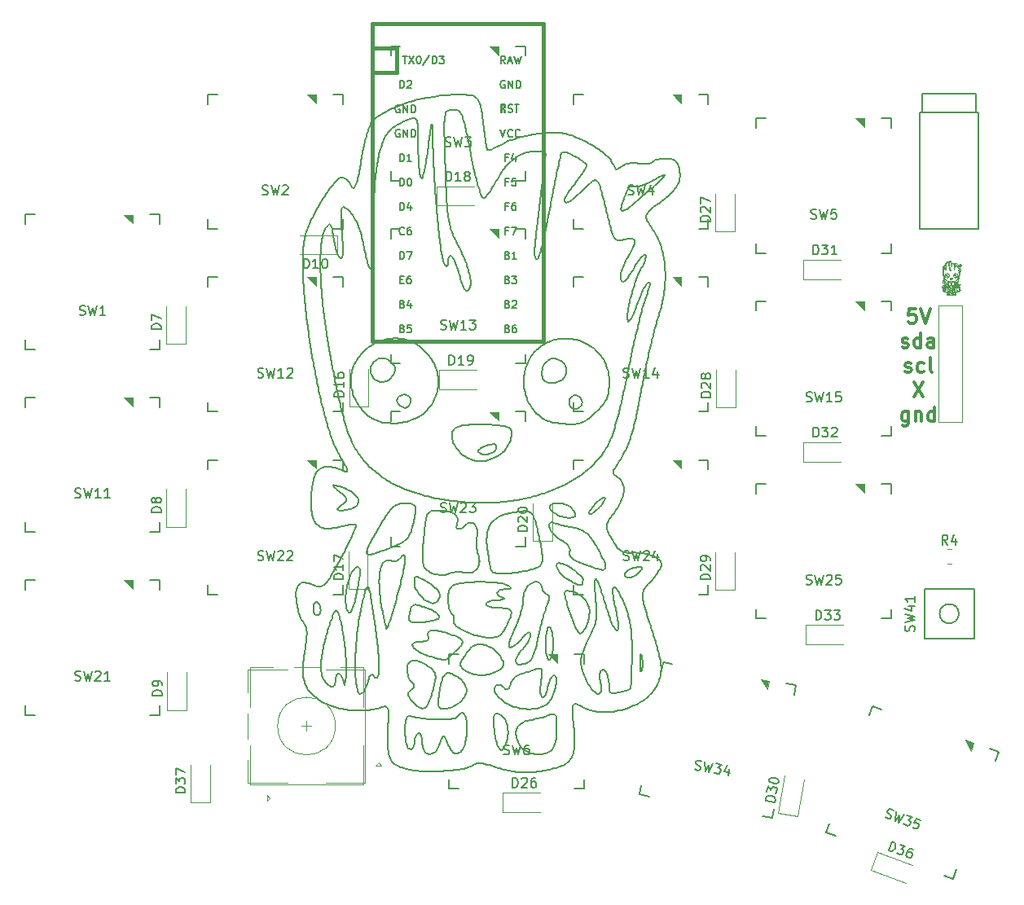
<source format=gbr>
%TF.GenerationSoftware,KiCad,Pcbnew,(5.1.10)-1*%
%TF.CreationDate,2021-11-02T14:23:06-07:00*%
%TF.ProjectId,bgkeeb,62676b65-6562-42e6-9b69-6361645f7063,rev?*%
%TF.SameCoordinates,Original*%
%TF.FileFunction,Legend,Top*%
%TF.FilePolarity,Positive*%
%FSLAX46Y46*%
G04 Gerber Fmt 4.6, Leading zero omitted, Abs format (unit mm)*
G04 Created by KiCad (PCBNEW (5.1.10)-1) date 2021-11-02 14:23:06*
%MOMM*%
%LPD*%
G01*
G04 APERTURE LIST*
%ADD10C,0.200000*%
%ADD11C,0.050000*%
%ADD12C,0.300000*%
%ADD13C,0.120000*%
%ADD14C,0.100000*%
%ADD15C,0.150000*%
%ADD16C,0.381000*%
G04 APERTURE END LIST*
D10*
X116220314Y-49390804D02*
X116150698Y-49602847D01*
X116150698Y-49602847D02*
X116083854Y-49816231D01*
X116083854Y-49816231D02*
X116022319Y-50031291D01*
X116022319Y-50031291D02*
X115968634Y-50248364D01*
X120378854Y-46893944D02*
X120163034Y-46986382D01*
X120163034Y-46986382D02*
X119953050Y-47090177D01*
X119953050Y-47090177D02*
X119747381Y-47202305D01*
X119747381Y-47202305D02*
X119544504Y-47319742D01*
X119544504Y-47319742D02*
X119342900Y-47439466D01*
X119342900Y-47439466D02*
X119141046Y-47558453D01*
X119141046Y-47558453D02*
X119059894Y-47605165D01*
X117354474Y-48105784D02*
X117144281Y-48076920D01*
X117144281Y-48076920D02*
X116960934Y-48109344D01*
X119059894Y-47605165D02*
X118866816Y-47710188D01*
X118866816Y-47710188D02*
X118669315Y-47806872D01*
X118669315Y-47806872D02*
X118467620Y-47894404D01*
X118467620Y-47894404D02*
X118261959Y-47971970D01*
X118261959Y-47971970D02*
X118052563Y-48038757D01*
X118052563Y-48038757D02*
X117981974Y-48058484D01*
X116090093Y-50665884D02*
X116288148Y-50603519D01*
X116288148Y-50603519D02*
X116469487Y-50498593D01*
X116469487Y-50498593D02*
X116550514Y-50446524D01*
X93393634Y-69740264D02*
X93393634Y-69740264D01*
X91089474Y-65971924D02*
X91005714Y-65975464D01*
X115965094Y-50580264D02*
X116090093Y-50665884D01*
X116658434Y-48394024D02*
X116550423Y-48567981D01*
X116550423Y-48567981D02*
X116459238Y-48750813D01*
X116459238Y-48750813D02*
X116380479Y-48939907D01*
X116380479Y-48939907D02*
X116309745Y-49132651D01*
X116309745Y-49132651D02*
X116242637Y-49326431D01*
X116242637Y-49326431D02*
X116220314Y-49390804D01*
X120473434Y-46882344D02*
X120378854Y-46893944D01*
X115968634Y-50248364D02*
X115945524Y-50456874D01*
X115945524Y-50456874D02*
X115965094Y-50580264D01*
X117981974Y-48058484D02*
X117768348Y-48104586D01*
X117768348Y-48104586D02*
X117551440Y-48125228D01*
X117551440Y-48125228D02*
X117354474Y-48105784D01*
X117524054Y-49679924D02*
X117698966Y-49531794D01*
X117698966Y-49531794D02*
X117873317Y-49383062D01*
X117873317Y-49383062D02*
X118047117Y-49233736D01*
X118047117Y-49233736D02*
X118220376Y-49083824D01*
X118220376Y-49083824D02*
X118393106Y-48933336D01*
X118393106Y-48933336D02*
X118565315Y-48782280D01*
X118565315Y-48782280D02*
X118737016Y-48630665D01*
X118737016Y-48630665D02*
X118908217Y-48478500D01*
X118908217Y-48478500D02*
X119078930Y-48325793D01*
X119078930Y-48325793D02*
X119249164Y-48172554D01*
X119249164Y-48172554D02*
X119362394Y-48070104D01*
X120378854Y-46893944D02*
X120378854Y-46893944D01*
X120423434Y-47047424D02*
X120506354Y-46930544D01*
X116550514Y-50446524D02*
X116740013Y-50312157D01*
X116740013Y-50312157D02*
X116924798Y-50171392D01*
X116924798Y-50171392D02*
X117106219Y-50026095D01*
X117106219Y-50026095D02*
X117285630Y-49878131D01*
X117285630Y-49878131D02*
X117464382Y-49729367D01*
X117464382Y-49729367D02*
X117524054Y-49679924D01*
X116960934Y-48109344D02*
X116791009Y-48229604D01*
X116791009Y-48229604D02*
X116658434Y-48394024D01*
X91005714Y-65975464D02*
X91005714Y-65975464D01*
X120506354Y-46930544D02*
X120473434Y-46882344D01*
X119362394Y-48070104D02*
X119532063Y-47914339D01*
X119532063Y-47914339D02*
X119701078Y-47757892D01*
X119701078Y-47757892D02*
X119868905Y-47600209D01*
X119868905Y-47600209D02*
X120035009Y-47440740D01*
X120035009Y-47440740D02*
X120198856Y-47278933D01*
X120198856Y-47278933D02*
X120359912Y-47114235D01*
X120359912Y-47114235D02*
X120423434Y-47047424D01*
X111854894Y-70754024D02*
X111896251Y-70550990D01*
X111896251Y-70550990D02*
X111875930Y-70344974D01*
X111875930Y-70344974D02*
X111788280Y-70158749D01*
X111788280Y-70158749D02*
X111762174Y-70125884D01*
X110846554Y-71166304D02*
X111040350Y-71257246D01*
X111040350Y-71257246D02*
X111252245Y-71271819D01*
X111252245Y-71271819D02*
X111347174Y-71243184D01*
X112994474Y-64869844D02*
X113154333Y-65000659D01*
X113154333Y-65000659D02*
X113308343Y-65138505D01*
X113308343Y-65138505D02*
X113456129Y-65283107D01*
X113456129Y-65283107D02*
X113597311Y-65434188D01*
X113597311Y-65434188D02*
X113731515Y-65591475D01*
X113731515Y-65591475D02*
X113858362Y-65754693D01*
X113858362Y-65754693D02*
X113977476Y-65923568D01*
X113977476Y-65923568D02*
X114088480Y-66097823D01*
X114088480Y-66097823D02*
X114190996Y-66277185D01*
X114190996Y-66277185D02*
X114284649Y-66461379D01*
X114284649Y-66461379D02*
X114341974Y-66586724D01*
X114425714Y-70192764D02*
X114326636Y-70379221D01*
X114326636Y-70379221D02*
X114215265Y-70557645D01*
X114215265Y-70557645D02*
X114093371Y-70728968D01*
X114093371Y-70728968D02*
X113962724Y-70894124D01*
X113962724Y-70894124D02*
X113825094Y-71054044D01*
X113825094Y-71054044D02*
X113682252Y-71209662D01*
X113682252Y-71209662D02*
X113535968Y-71361911D01*
X113535968Y-71361911D02*
X113388014Y-71511724D01*
X108586974Y-64205064D02*
X108785800Y-64134774D01*
X108785800Y-64134774D02*
X108987752Y-64073996D01*
X108987752Y-64073996D02*
X109192361Y-64022866D01*
X109192361Y-64022866D02*
X109399159Y-63981521D01*
X109399159Y-63981521D02*
X109607675Y-63950098D01*
X109607675Y-63950098D02*
X109817442Y-63928733D01*
X109817442Y-63928733D02*
X110027991Y-63917562D01*
X110027991Y-63917562D02*
X110238854Y-63916724D01*
X94975734Y-64713604D02*
X95164073Y-64860346D01*
X95164073Y-64860346D02*
X95345297Y-65015776D01*
X95345297Y-65015776D02*
X95519086Y-65179480D01*
X95519086Y-65179480D02*
X95685121Y-65351041D01*
X95685121Y-65351041D02*
X95843081Y-65530045D01*
X95843081Y-65530045D02*
X95992646Y-65716077D01*
X95992646Y-65716077D02*
X96133497Y-65908721D01*
X96133497Y-65908721D02*
X96265314Y-66107564D01*
X109665934Y-66229844D02*
X109473093Y-66117125D01*
X109473093Y-66117125D02*
X109264265Y-66038253D01*
X109264265Y-66038253D02*
X109045005Y-65997704D01*
X109045005Y-65997704D02*
X108920734Y-65993384D01*
X102644674Y-74904424D02*
X102644674Y-74904424D01*
X109926974Y-68092144D02*
X110067170Y-67920793D01*
X110067170Y-67920793D02*
X110174462Y-67726389D01*
X110174462Y-67726389D02*
X110242388Y-67515904D01*
X110242388Y-67515904D02*
X110264487Y-67296311D01*
X110264487Y-67296311D02*
X110254054Y-67169424D01*
X91418014Y-72669004D02*
X91187206Y-72630981D01*
X91187206Y-72630981D02*
X90957765Y-72582526D01*
X90957765Y-72582526D02*
X90731302Y-72521875D01*
X90731302Y-72521875D02*
X90509430Y-72447263D01*
X90509430Y-72447263D02*
X90293760Y-72356928D01*
X90293760Y-72356928D02*
X90085906Y-72249105D01*
X90085906Y-72249105D02*
X90005314Y-72200684D01*
X101552594Y-72844004D02*
X101552594Y-72844004D01*
X90005314Y-72200684D02*
X89794006Y-72061715D01*
X89794006Y-72061715D02*
X89593078Y-71908757D01*
X89593078Y-71908757D02*
X89402556Y-71743030D01*
X89402556Y-71743030D02*
X89222466Y-71565759D01*
X89222466Y-71565759D02*
X89052836Y-71378165D01*
X89052836Y-71378165D02*
X88893693Y-71181473D01*
X88893693Y-71181473D02*
X88745063Y-70976905D01*
X88745063Y-70976905D02*
X88606974Y-70765684D01*
X96265314Y-66107564D02*
X96386651Y-66313920D01*
X96386651Y-66313920D02*
X96497354Y-66526518D01*
X96497354Y-66526518D02*
X96596962Y-66744722D01*
X96596962Y-66744722D02*
X96685013Y-66967894D01*
X96685013Y-66967894D02*
X96761045Y-67195399D01*
X96761045Y-67195399D02*
X96824597Y-67426598D01*
X96824597Y-67426598D02*
X96875207Y-67660857D01*
X96875207Y-67660857D02*
X96912413Y-67897537D01*
X96912413Y-67897537D02*
X96935755Y-68136003D01*
X96935755Y-68136003D02*
X96944770Y-68375617D01*
X96944770Y-68375617D02*
X96942594Y-68535684D01*
X114341974Y-66586724D02*
X114419849Y-66776312D01*
X114419849Y-66776312D02*
X114487549Y-66969316D01*
X114487549Y-66969316D02*
X114545446Y-67165295D01*
X114545446Y-67165295D02*
X114593911Y-67363807D01*
X114593911Y-67363807D02*
X114633317Y-67564411D01*
X114633317Y-67564411D02*
X114664035Y-67766668D01*
X114664035Y-67766668D02*
X114686436Y-67970136D01*
X114686436Y-67970136D02*
X114700893Y-68174374D01*
X114700893Y-68174374D02*
X114707778Y-68378942D01*
X114707778Y-68378942D02*
X114707461Y-68583399D01*
X114707461Y-68583399D02*
X114703434Y-68719424D01*
X107983854Y-66569844D02*
X107882181Y-66756604D01*
X107882181Y-66756604D02*
X107802868Y-66954343D01*
X107802868Y-66954343D02*
X107746974Y-67160061D01*
X107746974Y-67160061D02*
X107715557Y-67370759D01*
X107715557Y-67370759D02*
X107709674Y-67583437D01*
X107709674Y-67583437D02*
X107730386Y-67795097D01*
X107730386Y-67795097D02*
X107746354Y-67878804D01*
X106963854Y-65325884D02*
X107134577Y-65144724D01*
X107134577Y-65144724D02*
X107315721Y-64973894D01*
X107315721Y-64973894D02*
X107506671Y-64814094D01*
X107506671Y-64814094D02*
X107706811Y-64666024D01*
X107706811Y-64666024D02*
X107915527Y-64530385D01*
X107915527Y-64530385D02*
X108132203Y-64407878D01*
X108132203Y-64407878D02*
X108356223Y-64299204D01*
X108356223Y-64299204D02*
X108586974Y-64205064D01*
X110238854Y-63916724D02*
X110516360Y-63930116D01*
X110516360Y-63930116D02*
X110792561Y-63960029D01*
X110792561Y-63960029D02*
X111066535Y-64006183D01*
X111066535Y-64006183D02*
X111337363Y-64068301D01*
X111337363Y-64068301D02*
X111604122Y-64146104D01*
X111604122Y-64146104D02*
X111865892Y-64239315D01*
X111865892Y-64239315D02*
X112121754Y-64347654D01*
X112121754Y-64347654D02*
X112370785Y-64470845D01*
X112370785Y-64470845D02*
X112612065Y-64608609D01*
X112612065Y-64608609D02*
X112844673Y-64760667D01*
X112844673Y-64760667D02*
X112994474Y-64869844D01*
X102910714Y-74950884D02*
X102712761Y-74904154D01*
X102712761Y-74904154D02*
X102644674Y-74904424D01*
X91942594Y-66284224D02*
X91777121Y-66167175D01*
X91777121Y-66167175D02*
X91596879Y-66074042D01*
X91596879Y-66074042D02*
X91405282Y-66008761D01*
X91405282Y-66008761D02*
X91205745Y-65975272D01*
X91205745Y-65975272D02*
X91089474Y-65971924D01*
X92438854Y-66936504D02*
X92354481Y-66747023D01*
X92354481Y-66747023D02*
X92237516Y-66576231D01*
X92237516Y-66576231D02*
X92097154Y-66422505D01*
X92097154Y-66422505D02*
X91942594Y-66284224D01*
X109524054Y-72738604D02*
X109301119Y-72708900D01*
X109301119Y-72708900D02*
X109078597Y-72674408D01*
X109078597Y-72674408D02*
X108857253Y-72633018D01*
X108857253Y-72633018D02*
X108637854Y-72582619D01*
X108637854Y-72582619D02*
X108421167Y-72521104D01*
X108421167Y-72521104D02*
X108349674Y-72497764D01*
X92403014Y-67439844D02*
X92463749Y-67238654D01*
X92463749Y-67238654D02*
X92464879Y-67030148D01*
X92464879Y-67030148D02*
X92438854Y-66936504D01*
X91633854Y-68316104D02*
X91818873Y-68193102D01*
X91818873Y-68193102D02*
X91985978Y-68047197D01*
X91985978Y-68047197D02*
X92134343Y-67881847D01*
X92134343Y-67881847D02*
X92263142Y-67700512D01*
X92263142Y-67700512D02*
X92371551Y-67506650D01*
X92371551Y-67506650D02*
X92403014Y-67439844D01*
X107990094Y-68312564D02*
X108158548Y-68421167D01*
X108158548Y-68421167D02*
X108371190Y-68503274D01*
X108371190Y-68503274D02*
X108567985Y-68540559D01*
X108567985Y-68540559D02*
X108768383Y-68547645D01*
X108768383Y-68547645D02*
X108853854Y-68541924D01*
X110576974Y-70362344D02*
X110555693Y-70584726D01*
X110555693Y-70584726D02*
X110594261Y-70805491D01*
X110594261Y-70805491D02*
X110691580Y-71005672D01*
X110691580Y-71005672D02*
X110846554Y-71166304D01*
X94053014Y-70184644D02*
X93978151Y-69990916D01*
X93978151Y-69990916D02*
X93829054Y-69849224D01*
X108853854Y-68541924D02*
X109074359Y-68513818D01*
X109074359Y-68513818D02*
X109291617Y-68461647D01*
X109291617Y-68461647D02*
X109500534Y-68383713D01*
X109500534Y-68383713D02*
X109696020Y-68278319D01*
X109696020Y-68278319D02*
X109872982Y-68143767D01*
X109872982Y-68143767D02*
X109926974Y-68092144D01*
X110254054Y-67169424D02*
X110207668Y-66960727D01*
X110207668Y-66960727D02*
X110128722Y-66762219D01*
X110128722Y-66762219D02*
X110019982Y-66578240D01*
X110019982Y-66578240D02*
X109884215Y-66413131D01*
X109884215Y-66413131D02*
X109724188Y-66271234D01*
X109724188Y-66271234D02*
X109665934Y-66229844D01*
X111762174Y-70125884D02*
X111608238Y-69973487D01*
X111608238Y-69973487D02*
X111420030Y-69866621D01*
X111420030Y-69866621D02*
X111210341Y-69822444D01*
X111210341Y-69822444D02*
X111089274Y-69831304D01*
X91005714Y-65975464D02*
X90784115Y-66016256D01*
X90784115Y-66016256D02*
X90573536Y-66096675D01*
X90573536Y-66096675D02*
X90380024Y-66212676D01*
X90380024Y-66212676D02*
X90209623Y-66360218D01*
X90209623Y-66360218D02*
X90068379Y-66535256D01*
X90068379Y-66535256D02*
X89962339Y-66733746D01*
X89962339Y-66733746D02*
X89931134Y-66818804D01*
X113388014Y-71511724D02*
X113211780Y-71684259D01*
X113211780Y-71684259D02*
X113031937Y-71853866D01*
X113031937Y-71853866D02*
X112847073Y-72017984D01*
X112847073Y-72017984D02*
X112655777Y-72174053D01*
X112655777Y-72174053D02*
X112456636Y-72319514D01*
X112456636Y-72319514D02*
X112248240Y-72451807D01*
X112248240Y-72451807D02*
X112161974Y-72500464D01*
X90858434Y-68424004D02*
X91056613Y-68452147D01*
X91056613Y-68452147D02*
X91256846Y-68444431D01*
X91256846Y-68444431D02*
X91475343Y-68391232D01*
X91475343Y-68391232D02*
X91633854Y-68316104D01*
X107070094Y-71627764D02*
X106935082Y-71479824D01*
X106935082Y-71479824D02*
X106807691Y-71325516D01*
X106807691Y-71325516D02*
X106687959Y-71165284D01*
X106687959Y-71165284D02*
X106575925Y-70999572D01*
X106575925Y-70999572D02*
X106471628Y-70828824D01*
X106471628Y-70828824D02*
X106375107Y-70653484D01*
X106375107Y-70653484D02*
X106286400Y-70473997D01*
X106286400Y-70473997D02*
X106205548Y-70290805D01*
X106205548Y-70290805D02*
X106132588Y-70104354D01*
X106132588Y-70104354D02*
X106067560Y-69915087D01*
X106067560Y-69915087D02*
X106028634Y-69787564D01*
X90054474Y-67794004D02*
X90187469Y-67979956D01*
X90187469Y-67979956D02*
X90346309Y-68145815D01*
X90346309Y-68145815D02*
X90528850Y-68283570D01*
X90528850Y-68283570D02*
X90732950Y-68385215D01*
X90732950Y-68385215D02*
X90858434Y-68424004D01*
X89931134Y-66818804D02*
X89890008Y-67035937D01*
X89890008Y-67035937D02*
X89885127Y-67257387D01*
X89885127Y-67257387D02*
X89918701Y-67475629D01*
X89918701Y-67475629D02*
X89992941Y-67683140D01*
X89992941Y-67683140D02*
X90054474Y-67794004D01*
X92597594Y-63897144D02*
X92597594Y-63897144D01*
X93829054Y-69849224D02*
X93633170Y-69767178D01*
X93633170Y-69767178D02*
X93422089Y-69739776D01*
X93422089Y-69739776D02*
X93393634Y-69740264D01*
X96248214Y-70765684D02*
X96097953Y-70976133D01*
X96097953Y-70976133D02*
X95934809Y-71176496D01*
X95934809Y-71176496D02*
X95759588Y-71366288D01*
X95759588Y-71366288D02*
X95573097Y-71545027D01*
X95573097Y-71545027D02*
X95376143Y-71712228D01*
X95376143Y-71712228D02*
X95169531Y-71867406D01*
X95169531Y-71867406D02*
X94954069Y-72010077D01*
X94954069Y-72010077D02*
X94730563Y-72139759D01*
X94730563Y-72139759D02*
X94499819Y-72255965D01*
X94499819Y-72255965D02*
X94262644Y-72358212D01*
X94262644Y-72358212D02*
X94101354Y-72418384D01*
X110238854Y-63916724D02*
X110238854Y-63916724D01*
X114703434Y-68719424D02*
X114693188Y-68954531D01*
X114693188Y-68954531D02*
X114675499Y-69190208D01*
X114675499Y-69190208D02*
X114647070Y-69424829D01*
X114647070Y-69424829D02*
X114604607Y-69656769D01*
X114604607Y-69656769D02*
X114544814Y-69884404D01*
X114544814Y-69884404D02*
X114464395Y-70106107D01*
X114464395Y-70106107D02*
X114425714Y-70192764D01*
X96942594Y-68535684D02*
X96931031Y-68757136D01*
X96931031Y-68757136D02*
X96908410Y-68977863D01*
X96908410Y-68977863D02*
X96874724Y-69197229D01*
X96874724Y-69197229D02*
X96829968Y-69414597D01*
X96829968Y-69414597D02*
X96774135Y-69629331D01*
X96774135Y-69629331D02*
X96707218Y-69840794D01*
X96707218Y-69840794D02*
X96629212Y-70048351D01*
X96629212Y-70048351D02*
X96540111Y-70251365D01*
X96540111Y-70251365D02*
X96439907Y-70449199D01*
X96439907Y-70449199D02*
X96328596Y-70641217D01*
X96328596Y-70641217D02*
X96248214Y-70765684D01*
X111089274Y-69831304D02*
X111089274Y-69831304D01*
X93393634Y-69740264D02*
X93185923Y-69778957D01*
X93185923Y-69778957D02*
X92990961Y-69862789D01*
X92990961Y-69862789D02*
X92822440Y-69989783D01*
X92822440Y-69989783D02*
X92694054Y-70157964D01*
X93869274Y-70917344D02*
X93976145Y-70727971D01*
X93976145Y-70727971D02*
X94044886Y-70521043D01*
X94044886Y-70521043D02*
X94065728Y-70305212D01*
X94065728Y-70305212D02*
X94053014Y-70184644D01*
X93506134Y-71113604D02*
X93701082Y-71066991D01*
X93701082Y-71066991D02*
X93862038Y-70928966D01*
X93862038Y-70928966D02*
X93869274Y-70917344D01*
X92776134Y-70718384D02*
X92921865Y-70875674D01*
X92921865Y-70875674D02*
X93096524Y-71001381D01*
X93096524Y-71001381D02*
X93293487Y-71084394D01*
X93293487Y-71084394D02*
X93506134Y-71113604D01*
X107746354Y-67878804D02*
X107810359Y-68075462D01*
X107810359Y-68075462D02*
X107918448Y-68249253D01*
X107918448Y-68249253D02*
X107990094Y-68312564D01*
X106028634Y-69787564D02*
X105963991Y-69549933D01*
X105963991Y-69549933D02*
X105910720Y-69309263D01*
X105910720Y-69309263D02*
X105869053Y-69066185D01*
X105869053Y-69066185D02*
X105839220Y-68821329D01*
X105839220Y-68821329D02*
X105821454Y-68575326D01*
X105821454Y-68575326D02*
X105815986Y-68328805D01*
X105815986Y-68328805D02*
X105823049Y-68082398D01*
X105823049Y-68082398D02*
X105842874Y-67836735D01*
X105842874Y-67836735D02*
X105875692Y-67592446D01*
X105875692Y-67592446D02*
X105921736Y-67350161D01*
X105921736Y-67350161D02*
X105959894Y-67190064D01*
X92694054Y-70157964D02*
X92647090Y-70356419D01*
X92647090Y-70356419D02*
X92681318Y-70558037D01*
X92681318Y-70558037D02*
X92776134Y-70718384D01*
X108920714Y-65993384D02*
X108707798Y-66022765D01*
X108707798Y-66022765D02*
X108505594Y-66093846D01*
X108505594Y-66093846D02*
X108319936Y-66201790D01*
X108319936Y-66201790D02*
X108156659Y-66341759D01*
X108156659Y-66341759D02*
X108021596Y-66508918D01*
X108021596Y-66508918D02*
X107983854Y-66569844D01*
X108920734Y-65993384D02*
X108920734Y-65993384D01*
X90713014Y-64253184D02*
X90938657Y-64167573D01*
X90938657Y-64167573D02*
X91168202Y-64093014D01*
X91168202Y-64093014D02*
X91401117Y-64029853D01*
X91401117Y-64029853D02*
X91636869Y-63978436D01*
X91636869Y-63978436D02*
X91874924Y-63939110D01*
X91874924Y-63939110D02*
X92114752Y-63912221D01*
X92114752Y-63912221D02*
X92355819Y-63898117D01*
X92355819Y-63898117D02*
X92597594Y-63897144D01*
X88771974Y-65706924D02*
X88919342Y-65530469D01*
X88919342Y-65530469D02*
X89075015Y-65361334D01*
X89075015Y-65361334D02*
X89238598Y-65199862D01*
X89238598Y-65199862D02*
X89409692Y-65046395D01*
X89409692Y-65046395D02*
X89587902Y-64901277D01*
X89587902Y-64901277D02*
X89772831Y-64764850D01*
X89772831Y-64764850D02*
X89964082Y-64637457D01*
X89964082Y-64637457D02*
X90161259Y-64519441D01*
X90161259Y-64519441D02*
X90363963Y-64411145D01*
X90363963Y-64411145D02*
X90571800Y-64312912D01*
X90571800Y-64312912D02*
X90713014Y-64253184D01*
X87929674Y-67500464D02*
X87987103Y-67257175D01*
X87987103Y-67257175D02*
X88058856Y-67017698D01*
X88058856Y-67017698D02*
X88144607Y-66782854D01*
X88144607Y-66782854D02*
X88244031Y-66553466D01*
X88244031Y-66553466D02*
X88356805Y-66330357D01*
X88356805Y-66330357D02*
X88482603Y-66114348D01*
X88482603Y-66114348D02*
X88621100Y-65906263D01*
X88621100Y-65906263D02*
X88771974Y-65706924D01*
X111062393Y-72804644D02*
X110821835Y-72815611D01*
X110821835Y-72815611D02*
X110581125Y-72816779D01*
X110581125Y-72816779D02*
X110340414Y-72809453D01*
X110340414Y-72809453D02*
X110099857Y-72794940D01*
X110099857Y-72794940D02*
X109859604Y-72774546D01*
X109859604Y-72774546D02*
X109619809Y-72749579D01*
X109619809Y-72749579D02*
X109524054Y-72738604D01*
X87903854Y-69007764D02*
X87868309Y-68773589D01*
X87868309Y-68773589D02*
X87848361Y-68537652D01*
X87848361Y-68537652D02*
X87843370Y-68300815D01*
X87843370Y-68300815D02*
X87852698Y-68063943D01*
X87852698Y-68063943D02*
X87875704Y-67827897D01*
X87875704Y-67827897D02*
X87911748Y-67593540D01*
X87911748Y-67593540D02*
X87929674Y-67500464D01*
X88606974Y-70765684D02*
X88484670Y-70561502D01*
X88484670Y-70561502D02*
X88371100Y-70352167D01*
X88371100Y-70352167D02*
X88266813Y-70138033D01*
X88266813Y-70138033D02*
X88172359Y-69919454D01*
X88172359Y-69919454D02*
X88088286Y-69696783D01*
X88088286Y-69696783D02*
X88015145Y-69470375D01*
X88015145Y-69470375D02*
X87953484Y-69240584D01*
X87953484Y-69240584D02*
X87903854Y-69007764D01*
X92597594Y-63897144D02*
X92836786Y-63909696D01*
X92836786Y-63909696D02*
X93074983Y-63935797D01*
X93074983Y-63935797D02*
X93311367Y-63975340D01*
X93311367Y-63975340D02*
X93545118Y-64028216D01*
X93545118Y-64028216D02*
X93775418Y-64094320D01*
X93775418Y-64094320D02*
X94001448Y-64173545D01*
X94001448Y-64173545D02*
X94222388Y-64265784D01*
X94222388Y-64265784D02*
X94437421Y-64370929D01*
X94437421Y-64370929D02*
X94645728Y-64488874D01*
X94645728Y-64488874D02*
X94846489Y-64619512D01*
X94846489Y-64619512D02*
X94975734Y-64713604D01*
X111089274Y-69831304D02*
X110887779Y-69914688D01*
X110887779Y-69914688D02*
X110723674Y-70058541D01*
X110723674Y-70058541D02*
X110611500Y-70245815D01*
X110611500Y-70245815D02*
X110576974Y-70362344D01*
X105959894Y-67190064D02*
X106015533Y-66997676D01*
X106015533Y-66997676D02*
X106079479Y-66807842D01*
X106079479Y-66807842D02*
X106151612Y-66620941D01*
X106151612Y-66620941D02*
X106231813Y-66437350D01*
X106231813Y-66437350D02*
X106319962Y-66257447D01*
X106319962Y-66257447D02*
X106415941Y-66081609D01*
X106415941Y-66081609D02*
X106519629Y-65910214D01*
X106519629Y-65910214D02*
X106630908Y-65743640D01*
X106630908Y-65743640D02*
X106749658Y-65582264D01*
X106749658Y-65582264D02*
X106875760Y-65426465D01*
X106875760Y-65426465D02*
X106963854Y-65325884D01*
X111347174Y-71243184D02*
X111525401Y-71146027D01*
X111525401Y-71146027D02*
X111682635Y-71016659D01*
X111682635Y-71016659D02*
X111805886Y-70856195D01*
X111805886Y-70856195D02*
X111854894Y-70754024D01*
X108349674Y-72497764D02*
X108124819Y-72403592D01*
X108124819Y-72403592D02*
X107908825Y-72291244D01*
X107908825Y-72291244D02*
X107701942Y-72162566D01*
X107701942Y-72162566D02*
X107504423Y-72019404D01*
X107504423Y-72019404D02*
X107316521Y-71863603D01*
X107316521Y-71863603D02*
X107138487Y-71697010D01*
X107138487Y-71697010D02*
X107070094Y-71627764D01*
X112161974Y-72500464D02*
X111967674Y-72594012D01*
X111967674Y-72594012D02*
X111766340Y-72670882D01*
X111766340Y-72670882D02*
X111559372Y-72730917D01*
X111559372Y-72730917D02*
X111348168Y-72773959D01*
X111348168Y-72773959D02*
X111134128Y-72799851D01*
X111134128Y-72799851D02*
X111062393Y-72804644D01*
X94101354Y-72418384D02*
X93858786Y-72497569D01*
X93858786Y-72497569D02*
X93612842Y-72564634D01*
X93612842Y-72564634D02*
X93364047Y-72619786D01*
X93364047Y-72619786D02*
X93112925Y-72663232D01*
X93112925Y-72663232D02*
X92859999Y-72695179D01*
X92859999Y-72695179D02*
X92605796Y-72715834D01*
X92605796Y-72715834D02*
X92350838Y-72725404D01*
X92350838Y-72725404D02*
X92095650Y-72724097D01*
X92095650Y-72724097D02*
X91840757Y-72712118D01*
X91840757Y-72712118D02*
X91586683Y-72689676D01*
X91586683Y-72689676D02*
X91418014Y-72669004D01*
X109811354Y-44543445D02*
X109739054Y-44676404D01*
X100792174Y-76610684D02*
X100562564Y-76548747D01*
X100562564Y-76548747D02*
X100337088Y-76472417D01*
X100337088Y-76472417D02*
X100117042Y-76381549D01*
X100117042Y-76381549D02*
X99903724Y-76276000D01*
X99903724Y-76276000D02*
X99698431Y-76155626D01*
X99698431Y-76155626D02*
X99502461Y-76020284D01*
X99502461Y-76020284D02*
X99426974Y-75961924D01*
X102942814Y-76192964D02*
X102729063Y-76297127D01*
X102729063Y-76297127D02*
X102512149Y-76395548D01*
X102512149Y-76395548D02*
X102291543Y-76484950D01*
X102291543Y-76484950D02*
X102066717Y-76562054D01*
X102066717Y-76562054D02*
X101837144Y-76623582D01*
X101837144Y-76623582D02*
X101759474Y-76640064D01*
X101759474Y-76640064D02*
X101548383Y-76670235D01*
X101548383Y-76670235D02*
X101335483Y-76678634D01*
X101335483Y-76678634D02*
X101122554Y-76666751D01*
X101122554Y-76666751D02*
X100911376Y-76636076D01*
X100911376Y-76636076D02*
X100792174Y-76610684D01*
X107668854Y-48381544D02*
X107694258Y-48173554D01*
X107694258Y-48173554D02*
X107719603Y-47965544D01*
X107719603Y-47965544D02*
X107744875Y-47757513D01*
X107744875Y-47757513D02*
X107770056Y-47549460D01*
X107770056Y-47549460D02*
X107795133Y-47341387D01*
X107795133Y-47341387D02*
X107820090Y-47133293D01*
X107820090Y-47133293D02*
X107844911Y-46925179D01*
X107844911Y-46925179D02*
X107869581Y-46717044D01*
X107869581Y-46717044D02*
X107894085Y-46508888D01*
X107894085Y-46508888D02*
X107918408Y-46300711D01*
X107918408Y-46300711D02*
X107942533Y-46092514D01*
X107942533Y-46092514D02*
X107966447Y-45884297D01*
X107966447Y-45884297D02*
X107990133Y-45676059D01*
X107990133Y-45676059D02*
X108013576Y-45467801D01*
X108013576Y-45467801D02*
X108036762Y-45259522D01*
X108036762Y-45259522D02*
X108059674Y-45051224D01*
X107094054Y-55656104D02*
X106995121Y-55473755D01*
X106995121Y-55473755D02*
X106979053Y-55405264D01*
X112341354Y-46029244D02*
X112320734Y-45825784D01*
X99318014Y-40575104D02*
X99200190Y-40397324D01*
X99200190Y-40397324D02*
X99045496Y-40252209D01*
X99045496Y-40252209D02*
X98917394Y-40190484D01*
X101552594Y-72844004D02*
X101766699Y-72848517D01*
X101766699Y-72848517D02*
X101980878Y-72854385D01*
X101980878Y-72854385D02*
X102195048Y-72862061D01*
X102195048Y-72862061D02*
X102409127Y-72872001D01*
X102409127Y-72872001D02*
X102623035Y-72884657D01*
X102623035Y-72884657D02*
X102836691Y-72900486D01*
X102836691Y-72900486D02*
X103050012Y-72919940D01*
X103050012Y-72919940D02*
X103262917Y-72943476D01*
X103262917Y-72943476D02*
X103475325Y-72971547D01*
X103475325Y-72971547D02*
X103687155Y-73004607D01*
X103687155Y-73004607D02*
X103828014Y-73029644D01*
X100004274Y-43125484D02*
X99956212Y-42888578D01*
X99956212Y-42888578D02*
X99907361Y-42651787D01*
X99907361Y-42651787D02*
X99857285Y-42415226D01*
X99857285Y-42415226D02*
X99805546Y-42179011D01*
X99805546Y-42179011D02*
X99751708Y-41943256D01*
X99751708Y-41943256D02*
X99695334Y-41708077D01*
X99695334Y-41708077D02*
X99635988Y-41473588D01*
X99635988Y-41473588D02*
X99573234Y-41239905D01*
X101215314Y-48495744D02*
X101153999Y-48303317D01*
X101153999Y-48303317D02*
X101095409Y-48110078D01*
X101095409Y-48110078D02*
X101039300Y-47916111D01*
X101039300Y-47916111D02*
X100985429Y-47721500D01*
X100985429Y-47721500D02*
X100933552Y-47526330D01*
X100933552Y-47526330D02*
X100883427Y-47330685D01*
X100883427Y-47330685D02*
X100834809Y-47134648D01*
X100834809Y-47134648D02*
X100787456Y-46938305D01*
X100787456Y-46938305D02*
X100741125Y-46741739D01*
X100741125Y-46741739D02*
X100695571Y-46545035D01*
X100695571Y-46545035D02*
X100665514Y-46413864D01*
X103193634Y-47150944D02*
X103090851Y-47335158D01*
X103090851Y-47335158D02*
X102987063Y-47518840D01*
X102987063Y-47518840D02*
X102881855Y-47701705D01*
X102881855Y-47701705D02*
X102774808Y-47883471D01*
X102774808Y-47883471D02*
X102665506Y-48063857D01*
X102665506Y-48063857D02*
X102553531Y-48242579D01*
X102553531Y-48242579D02*
X102438465Y-48419356D01*
X102438465Y-48419356D02*
X102319893Y-48593904D01*
X106944274Y-44453324D02*
X106730951Y-44474483D01*
X106730951Y-44474483D02*
X106518593Y-44505910D01*
X106518593Y-44505910D02*
X106307890Y-44547705D01*
X106307890Y-44547705D02*
X106099533Y-44599970D01*
X106099533Y-44599970D02*
X105894211Y-44662806D01*
X105894211Y-44662806D02*
X105692613Y-44736315D01*
X105692613Y-44736315D02*
X105495431Y-44820598D01*
X105495431Y-44820598D02*
X105303354Y-44915755D01*
X105303354Y-44915755D02*
X105117072Y-45021888D01*
X105117072Y-45021888D02*
X104937275Y-45139099D01*
X104937275Y-45139099D02*
X104821354Y-45223444D01*
X106979053Y-55405264D02*
X106955902Y-55191081D01*
X106955902Y-55191081D02*
X106951348Y-54975861D01*
X106951348Y-54975861D02*
X106958202Y-54760293D01*
X106958202Y-54760293D02*
X106969274Y-54545064D01*
X107318014Y-55585684D02*
X107219894Y-55688184D01*
X110051354Y-44531844D02*
X109846094Y-44527813D01*
X109846094Y-44527813D02*
X109811354Y-44543445D01*
X112320734Y-45825784D02*
X112189579Y-45674523D01*
X112189579Y-45674523D02*
X112033404Y-45546482D01*
X112033404Y-45546482D02*
X112012814Y-45529505D01*
X101664893Y-49322964D02*
X101591774Y-49283704D01*
X106969274Y-54545064D02*
X106984182Y-54326282D01*
X106984182Y-54326282D02*
X107001200Y-54107634D01*
X107001200Y-54107634D02*
X107020075Y-53889112D01*
X107020075Y-53889112D02*
X107040555Y-53670704D01*
X107040555Y-53670704D02*
X107062387Y-53452403D01*
X107062387Y-53452403D02*
X107085319Y-53234200D01*
X107085319Y-53234200D02*
X107109099Y-53016083D01*
X107109099Y-53016083D02*
X107133476Y-52798045D01*
X107133476Y-52798045D02*
X107158195Y-52580077D01*
X107158195Y-52580077D02*
X107183007Y-52362168D01*
X107183007Y-52362168D02*
X107199474Y-52216924D01*
X109440094Y-45880224D02*
X109376965Y-46167686D01*
X109376965Y-46167686D02*
X109315004Y-46455327D01*
X109315004Y-46455327D02*
X109254105Y-46743139D01*
X109254105Y-46743139D02*
X109194162Y-47031113D01*
X109194162Y-47031113D02*
X109135068Y-47319239D01*
X109135068Y-47319239D02*
X109076718Y-47607509D01*
X109076718Y-47607509D02*
X109019006Y-47895916D01*
X109019006Y-47895916D02*
X108961825Y-48184449D01*
X108961825Y-48184449D02*
X108905069Y-48473100D01*
X108905069Y-48473100D02*
X108848633Y-48761860D01*
X108848633Y-48761860D02*
X108811134Y-48954424D01*
X112044894Y-46553944D02*
X112155006Y-46378053D01*
X112155006Y-46378053D02*
X112259554Y-46198861D01*
X112259554Y-46198861D02*
X112341354Y-46029244D01*
X112012814Y-45529505D02*
X111840448Y-45401977D01*
X111840448Y-45401977D02*
X111662763Y-45282307D01*
X111662763Y-45282307D02*
X111480575Y-45169597D01*
X111480575Y-45169597D02*
X111294699Y-45062949D01*
X111294699Y-45062949D02*
X111105952Y-44961462D01*
X111105952Y-44961462D02*
X110915148Y-44864240D01*
X110915148Y-44864240D02*
X110838434Y-44826344D01*
X104529474Y-73611504D02*
X104553495Y-73832156D01*
X104553495Y-73832156D02*
X104544194Y-74052803D01*
X104544194Y-74052803D02*
X104506087Y-74271021D01*
X104506087Y-74271021D02*
X104443689Y-74484388D01*
X104443689Y-74484388D02*
X104361518Y-74690481D01*
X104361518Y-74690481D02*
X104330514Y-74757144D01*
X104343014Y-73200884D02*
X104463709Y-73375711D01*
X104463709Y-73375711D02*
X104520092Y-73569937D01*
X104520092Y-73569937D02*
X104529474Y-73611504D01*
X103828014Y-73029644D02*
X104027891Y-73074433D01*
X104027891Y-73074433D02*
X104222259Y-73138006D01*
X104222259Y-73138006D02*
X104343014Y-73200884D01*
X108811134Y-48954424D02*
X108772574Y-49155507D01*
X108772574Y-49155507D02*
X108734202Y-49356669D01*
X108734202Y-49356669D02*
X108695963Y-49557890D01*
X108695963Y-49557890D02*
X108657802Y-49759150D01*
X108657802Y-49759150D02*
X108619665Y-49960431D01*
X108619665Y-49960431D02*
X108581497Y-50161713D01*
X108581497Y-50161713D02*
X108543242Y-50362976D01*
X108543242Y-50362976D02*
X108504847Y-50564200D01*
X108504847Y-50564200D02*
X108466256Y-50765367D01*
X108466256Y-50765367D02*
X108427414Y-50966456D01*
X108427414Y-50966456D02*
X108401354Y-51100464D01*
X85999474Y-79142344D02*
X85999474Y-79142344D01*
X98917394Y-40190484D02*
X98709218Y-40147273D01*
X98709218Y-40147273D02*
X98496219Y-40136903D01*
X98496219Y-40136903D02*
X98354274Y-40136944D01*
X107624274Y-54612964D02*
X107565910Y-54828368D01*
X107565910Y-54828368D02*
X107506380Y-55043674D01*
X107506380Y-55043674D02*
X107441406Y-55257283D01*
X107441406Y-55257283D02*
X107366709Y-55467598D01*
X107366709Y-55467598D02*
X107318014Y-55585684D01*
X110206774Y-49164144D02*
X110318323Y-48959744D01*
X110318323Y-48959744D02*
X110439594Y-48761454D01*
X110439594Y-48761454D02*
X110568781Y-48568186D01*
X110568781Y-48568186D02*
X110704081Y-48378851D01*
X110704081Y-48378851D02*
X110843689Y-48192362D01*
X110843689Y-48192362D02*
X110985799Y-48007630D01*
X110985799Y-48007630D02*
X111128609Y-47823566D01*
X111128609Y-47823566D02*
X111270314Y-47639084D01*
X107931134Y-44574684D02*
X107725423Y-44495005D01*
X107725423Y-44495005D02*
X107510352Y-44453343D01*
X107510352Y-44453343D02*
X107290201Y-44440059D01*
X107290201Y-44440059D02*
X107069247Y-44445508D01*
X107069247Y-44445508D02*
X106944274Y-44453324D01*
X99573234Y-41239905D02*
X99515022Y-41048157D01*
X99515022Y-41048157D02*
X99448673Y-40858719D01*
X99448673Y-40858719D02*
X99369400Y-40674340D01*
X99369400Y-40674340D02*
X99318014Y-40575104D01*
X100665514Y-46413864D02*
X100620194Y-46209119D01*
X100620194Y-46209119D02*
X100575886Y-46004167D01*
X100575886Y-46004167D02*
X100532486Y-45799029D01*
X100532486Y-45799029D02*
X100489891Y-45593728D01*
X100489891Y-45593728D02*
X100448000Y-45388287D01*
X100448000Y-45388287D02*
X100406709Y-45182727D01*
X100406709Y-45182727D02*
X100365916Y-44977070D01*
X100365916Y-44977070D02*
X100325519Y-44771339D01*
X100325519Y-44771339D02*
X100285414Y-44565556D01*
X100285414Y-44565556D02*
X100245500Y-44359743D01*
X100245500Y-44359743D02*
X100205674Y-44153923D01*
X100205674Y-44153923D02*
X100165834Y-43948117D01*
X100165834Y-43948117D02*
X100125876Y-43742348D01*
X100125876Y-43742348D02*
X100085698Y-43536638D01*
X100085698Y-43536638D02*
X100045198Y-43331009D01*
X100045198Y-43331009D02*
X100004274Y-43125484D01*
X108401354Y-51100464D02*
X108357846Y-51320997D01*
X108357846Y-51320997D02*
X108313925Y-51541486D01*
X108313925Y-51541486D02*
X108269536Y-51761912D01*
X108269536Y-51761912D02*
X108224621Y-51982255D01*
X108224621Y-51982255D02*
X108179126Y-52202497D01*
X108179126Y-52202497D02*
X108132993Y-52422618D01*
X108132993Y-52422618D02*
X108086167Y-52642599D01*
X108086167Y-52642599D02*
X108038591Y-52862421D01*
X108038591Y-52862421D02*
X107990210Y-53082065D01*
X107990210Y-53082065D02*
X107940967Y-53301511D01*
X107940967Y-53301511D02*
X107890806Y-53520740D01*
X107890806Y-53520740D02*
X107839672Y-53739733D01*
X107839672Y-53739733D02*
X107787508Y-53958471D01*
X107787508Y-53958471D02*
X107734257Y-54176935D01*
X107734257Y-54176935D02*
X107679864Y-54395106D01*
X107679864Y-54395106D02*
X107624274Y-54612964D01*
X109739054Y-44676404D02*
X109671837Y-44899146D01*
X109671837Y-44899146D02*
X109612911Y-45124125D01*
X109612911Y-45124125D02*
X109559451Y-45350562D01*
X109559451Y-45350562D02*
X109508631Y-45577681D01*
X109508631Y-45577681D02*
X109457625Y-45804704D01*
X109457625Y-45804704D02*
X109440094Y-45880224D01*
X111270314Y-47639084D02*
X111396674Y-47473200D01*
X111396674Y-47473200D02*
X111521200Y-47305988D01*
X111521200Y-47305988D02*
X111643795Y-47137425D01*
X111643795Y-47137425D02*
X111764364Y-46967492D01*
X111764364Y-46967492D02*
X111882811Y-46796169D01*
X111882811Y-46796169D02*
X111999043Y-46623436D01*
X111999043Y-46623436D02*
X112044894Y-46553944D01*
X110062174Y-49642444D02*
X110088907Y-49440858D01*
X110088907Y-49440858D02*
X110166585Y-49249674D01*
X110166585Y-49249674D02*
X110206774Y-49164144D01*
X98354274Y-40136944D02*
X98354274Y-40136944D01*
X102644674Y-74904424D02*
X102415828Y-74930044D01*
X102415828Y-74930044D02*
X102190531Y-74976208D01*
X102190531Y-74976208D02*
X101969474Y-75040478D01*
X101969474Y-75040478D02*
X101753350Y-75120412D01*
X101753350Y-75120412D02*
X101542850Y-75213573D01*
X101542850Y-75213573D02*
X101474054Y-75247144D01*
X110838434Y-44826344D02*
X110647100Y-44738666D01*
X110647100Y-44738666D02*
X110452626Y-44657681D01*
X110452626Y-44657681D02*
X110254286Y-44587402D01*
X110254286Y-44587402D02*
X110051354Y-44531844D01*
X104821354Y-45223444D02*
X104633722Y-45370971D01*
X104633722Y-45370971D02*
X104453806Y-45527045D01*
X104453806Y-45527045D02*
X104281443Y-45691083D01*
X104281443Y-45691083D02*
X104116471Y-45862502D01*
X104116471Y-45862502D02*
X103958730Y-46040720D01*
X103958730Y-46040720D02*
X103808057Y-46225155D01*
X103808057Y-46225155D02*
X103664292Y-46415224D01*
X103664292Y-46415224D02*
X103527272Y-46610346D01*
X103527272Y-46610346D02*
X103396835Y-46809938D01*
X103396835Y-46809938D02*
X103272821Y-47013418D01*
X103272821Y-47013418D02*
X103193634Y-47150944D01*
X104330514Y-74757144D02*
X104214064Y-74983371D01*
X104214064Y-74983371D02*
X104079528Y-75199664D01*
X104079528Y-75199664D02*
X103927804Y-75404311D01*
X103927804Y-75404311D02*
X103759791Y-75595601D01*
X103759791Y-75595601D02*
X103576387Y-75771822D01*
X103576387Y-75771822D02*
X103378491Y-75931264D01*
X103378491Y-75931264D02*
X103167000Y-76072215D01*
X103167000Y-76072215D02*
X102942814Y-76192964D01*
X110829474Y-49485384D02*
X110655578Y-49599965D01*
X110655578Y-49599965D02*
X110473330Y-49700750D01*
X110473330Y-49700750D02*
X110277421Y-49767158D01*
X110277421Y-49767158D02*
X110236134Y-49774504D01*
X107219894Y-55688184D02*
X107094054Y-55656104D01*
X101758634Y-49286384D02*
X101664893Y-49322964D01*
X102319893Y-48593904D02*
X102190917Y-48776154D01*
X102190917Y-48776154D02*
X102057001Y-48954881D01*
X102057001Y-48954881D02*
X101914216Y-49126239D01*
X101914216Y-49126239D02*
X101758634Y-49286384D01*
X107199474Y-52216924D02*
X107227587Y-51977031D01*
X107227587Y-51977031D02*
X107256044Y-51737191D01*
X107256044Y-51737191D02*
X107284803Y-51497398D01*
X107284803Y-51497398D02*
X107313829Y-51257645D01*
X107313829Y-51257645D02*
X107343081Y-51017927D01*
X107343081Y-51017927D02*
X107372522Y-50778238D01*
X107372522Y-50778238D02*
X107402113Y-50538570D01*
X107402113Y-50538570D02*
X107431816Y-50298919D01*
X107431816Y-50298919D02*
X107461592Y-50059277D01*
X107461592Y-50059277D02*
X107491403Y-49819639D01*
X107491403Y-49819639D02*
X107521211Y-49579998D01*
X107521211Y-49579998D02*
X107550977Y-49340349D01*
X107550977Y-49340349D02*
X107580663Y-49100685D01*
X107580663Y-49100685D02*
X107610229Y-48861000D01*
X107610229Y-48861000D02*
X107639639Y-48621289D01*
X107639639Y-48621289D02*
X107668854Y-48381544D01*
X108059674Y-45051224D02*
X108079836Y-44845838D01*
X108079836Y-44845838D02*
X108075734Y-44753164D01*
X110106774Y-49730784D02*
X110062174Y-49642444D01*
X110236134Y-49774504D02*
X110106774Y-49730784D01*
X98856774Y-73135884D02*
X99048400Y-73055668D01*
X99048400Y-73055668D02*
X99247718Y-72999925D01*
X99247718Y-72999925D02*
X99451653Y-72961366D01*
X99451653Y-72961366D02*
X99657129Y-72932704D01*
X99657129Y-72932704D02*
X99774054Y-72917964D01*
X102984674Y-75102564D02*
X102910714Y-74950884D01*
X102833014Y-75544224D02*
X102933408Y-75362463D01*
X102933408Y-75362463D02*
X102983577Y-75162109D01*
X102983577Y-75162109D02*
X102984674Y-75102564D01*
X102515314Y-75798605D02*
X102694623Y-75696486D01*
X102694623Y-75696486D02*
X102833014Y-75544224D01*
X101353434Y-75887764D02*
X101571350Y-75933459D01*
X101571350Y-75933459D02*
X101793000Y-75947538D01*
X101793000Y-75947538D02*
X102014997Y-75932530D01*
X102014997Y-75932530D02*
X102233954Y-75890965D01*
X102233954Y-75890965D02*
X102446484Y-75825371D01*
X102446484Y-75825371D02*
X102515314Y-75798605D01*
X101591774Y-49283704D02*
X101464802Y-49104489D01*
X101464802Y-49104489D02*
X101366351Y-48908796D01*
X101366351Y-48908796D02*
X101286496Y-48703566D01*
X101286496Y-48703566D02*
X101215314Y-48495744D01*
X108075734Y-44753164D02*
X107958352Y-44587627D01*
X107958352Y-44587627D02*
X107931134Y-44574684D01*
X101113434Y-75678184D02*
X101240300Y-75837396D01*
X101240300Y-75837396D02*
X101353434Y-75887764D01*
X101104474Y-75555884D02*
X101113434Y-75678184D01*
X98425714Y-74555464D02*
X98373727Y-74355134D01*
X98373727Y-74355134D02*
X98344902Y-74149355D01*
X98344902Y-74149355D02*
X98343741Y-73942366D01*
X98343741Y-73942366D02*
X98374744Y-73738403D01*
X98374744Y-73738403D02*
X98408634Y-73624844D01*
X101474054Y-75247144D02*
X101288848Y-75355492D01*
X101288848Y-75355492D02*
X101135626Y-75502425D01*
X101135626Y-75502425D02*
X101104474Y-75555884D01*
X99774054Y-72917964D02*
X99995766Y-72895637D01*
X99995766Y-72895637D02*
X100217744Y-72877903D01*
X100217744Y-72877903D02*
X100439941Y-72864333D01*
X100439941Y-72864333D02*
X100662311Y-72854501D01*
X100662311Y-72854501D02*
X100884807Y-72847979D01*
X100884807Y-72847979D02*
X101107384Y-72844341D01*
X101107384Y-72844341D02*
X101329995Y-72843158D01*
X101329995Y-72843158D02*
X101552594Y-72844004D01*
X98408634Y-73624844D02*
X98506922Y-73437185D01*
X98506922Y-73437185D02*
X98647428Y-73279169D01*
X98647428Y-73279169D02*
X98819506Y-73155913D01*
X98819506Y-73155913D02*
X98856774Y-73135884D01*
X99426974Y-75961924D02*
X99260375Y-75820316D01*
X99260375Y-75820316D02*
X99103360Y-75667639D01*
X99103360Y-75667639D02*
X98957058Y-75504539D01*
X98957058Y-75504539D02*
X98822596Y-75331669D01*
X98822596Y-75331669D02*
X98701102Y-75149676D01*
X98701102Y-75149676D02*
X98593705Y-74959211D01*
X98593705Y-74959211D02*
X98501533Y-74760924D01*
X98501533Y-74760924D02*
X98425714Y-74555464D01*
X86203854Y-54245264D02*
X86152587Y-54016986D01*
X86152587Y-54016986D02*
X86108036Y-53787457D01*
X86108036Y-53787457D02*
X86068252Y-53557009D01*
X86068252Y-53557009D02*
X86031286Y-53325976D01*
X86031286Y-53325976D02*
X85995187Y-53094691D01*
X85995187Y-53094691D02*
X85958006Y-52863488D01*
X85958006Y-52863488D02*
X85942394Y-52771104D01*
X86540314Y-55235884D02*
X86445528Y-55027073D01*
X86445528Y-55027073D02*
X86366052Y-54812132D01*
X86366052Y-54812132D02*
X86297864Y-54593059D01*
X86297864Y-54593059D02*
X86236947Y-54371854D01*
X86236947Y-54371854D02*
X86203854Y-54245264D01*
X94006774Y-41106944D02*
X93785585Y-41183498D01*
X93785585Y-41183498D02*
X93567749Y-41268787D01*
X93567749Y-41268787D02*
X93353179Y-41362086D01*
X93353179Y-41362086D02*
X93141791Y-41462674D01*
X93141791Y-41462674D02*
X92933499Y-41569827D01*
X92933499Y-41569827D02*
X92728219Y-41682825D01*
X92728219Y-41682825D02*
X92525866Y-41800945D01*
X92525866Y-41800945D02*
X92326354Y-41923464D01*
X97946554Y-56204024D02*
X97884894Y-56346724D01*
X89542174Y-55854224D02*
X89479989Y-55617333D01*
X89479989Y-55617333D02*
X89422692Y-55379298D01*
X89422692Y-55379298D02*
X89369408Y-55140319D01*
X89369408Y-55140319D02*
X89319264Y-54900601D01*
X89319264Y-54900601D02*
X89271384Y-54660346D01*
X89271384Y-54660346D02*
X89224895Y-54419756D01*
X89224895Y-54419756D02*
X89178923Y-54179034D01*
X89178923Y-54179034D02*
X89132594Y-53938384D01*
X86881974Y-55557964D02*
X86739274Y-55528604D01*
X86957814Y-55482964D02*
X86881974Y-55557964D01*
X87032814Y-54987764D02*
X87020502Y-55192312D01*
X87020502Y-55192312D02*
X86987480Y-55393547D01*
X86987480Y-55393547D02*
X86957814Y-55482964D01*
X86854274Y-51959844D02*
X86867603Y-52243836D01*
X86867603Y-52243836D02*
X86885969Y-52527608D01*
X86885969Y-52527608D02*
X86907874Y-52811228D01*
X86907874Y-52811228D02*
X86931816Y-53094762D01*
X86931816Y-53094762D02*
X86956298Y-53378278D01*
X86956298Y-53378278D02*
X86979818Y-53661843D01*
X86979818Y-53661843D02*
X87000878Y-53945524D01*
X87000878Y-53945524D02*
X87017978Y-54229388D01*
X87017978Y-54229388D02*
X87029618Y-54513502D01*
X87029618Y-54513502D02*
X87034299Y-54797933D01*
X87034299Y-54797933D02*
X87032814Y-54987764D01*
X86881974Y-50612344D02*
X86861018Y-50822220D01*
X86861018Y-50822220D02*
X86848222Y-51032599D01*
X86848222Y-51032599D02*
X86842221Y-51243305D01*
X86842221Y-51243305D02*
X86841651Y-51454168D01*
X86841651Y-51454168D02*
X86845147Y-51665015D01*
X86845147Y-51665015D02*
X86851344Y-51875672D01*
X86851344Y-51875672D02*
X86854274Y-51959844D01*
X90099894Y-56479844D02*
X90011981Y-56659505D01*
X90011981Y-56659505D02*
X89997174Y-56673384D01*
X86969474Y-50327764D02*
X86898536Y-50520024D01*
X86898536Y-50520024D02*
X86881974Y-50612344D01*
X88250934Y-51419224D02*
X88141416Y-51231026D01*
X88141416Y-51231026D02*
X88023619Y-51047545D01*
X88023619Y-51047545D02*
X87895853Y-50871250D01*
X87895853Y-50871250D02*
X87756429Y-50704612D01*
X87756429Y-50704612D02*
X87603656Y-50550104D01*
X87603656Y-50550104D02*
X87549474Y-50501724D01*
X90233634Y-55505264D02*
X90217451Y-55719977D01*
X90217451Y-55719977D02*
X90197548Y-55934702D01*
X90197548Y-55934702D02*
X90169725Y-56148430D01*
X90169725Y-56148430D02*
X90129779Y-56360151D01*
X90129779Y-56360151D02*
X90099894Y-56479844D01*
X94921354Y-45977484D02*
X94906208Y-45767828D01*
X94906208Y-45767828D02*
X94893245Y-45558005D01*
X94893245Y-45558005D02*
X94882310Y-45348039D01*
X94882310Y-45348039D02*
X94873246Y-45137949D01*
X94873246Y-45137949D02*
X94865895Y-44927760D01*
X94865895Y-44927760D02*
X94860101Y-44717493D01*
X94860101Y-44717493D02*
X94855709Y-44507169D01*
X94855709Y-44507169D02*
X94852560Y-44296812D01*
X94852560Y-44296812D02*
X94850498Y-44086444D01*
X94850498Y-44086444D02*
X94849368Y-43876085D01*
X94849368Y-43876085D02*
X94849054Y-43735864D01*
X95288014Y-47155404D02*
X95220314Y-47274105D01*
X91699894Y-42490124D02*
X91569384Y-42676376D01*
X91569384Y-42676376D02*
X91452697Y-42871053D01*
X91452697Y-42871053D02*
X91348119Y-43072642D01*
X91348119Y-43072642D02*
X91253940Y-43279632D01*
X91253940Y-43279632D02*
X91168448Y-43490512D01*
X91168448Y-43490512D02*
X91089931Y-43703772D01*
X91089931Y-43703772D02*
X91060094Y-43789404D01*
X95220314Y-47274105D02*
X95089701Y-47114934D01*
X95089701Y-47114934D02*
X95062394Y-47024244D01*
X96335714Y-42225964D02*
X96327197Y-42016900D01*
X96327197Y-42016900D02*
X96316436Y-41808071D01*
X96316436Y-41808071D02*
X96300094Y-41619164D01*
X97460934Y-55913184D02*
X97410853Y-55708845D01*
X97410853Y-55708845D02*
X97367881Y-55502852D01*
X97367881Y-55502852D02*
X97329675Y-55295816D01*
X97329675Y-55295816D02*
X97293893Y-55088352D01*
X97293893Y-55088352D02*
X97273633Y-54969844D01*
X96382174Y-44091044D02*
X96374791Y-43858085D01*
X96374791Y-43858085D02*
X96368507Y-43625056D01*
X96368507Y-43625056D02*
X96362998Y-43391966D01*
X96362998Y-43391966D02*
X96357939Y-43158826D01*
X96357939Y-43158826D02*
X96353005Y-42925646D01*
X96353005Y-42925646D02*
X96347872Y-42692435D01*
X96347872Y-42692435D02*
X96342217Y-42459204D01*
X96342217Y-42459204D02*
X96335714Y-42225964D01*
X96575734Y-47982644D02*
X96560027Y-47739675D01*
X96560027Y-47739675D02*
X96544719Y-47496667D01*
X96544719Y-47496667D02*
X96529828Y-47253619D01*
X96529828Y-47253619D02*
X96515371Y-47010534D01*
X96515371Y-47010534D02*
X96501365Y-46767412D01*
X96501365Y-46767412D02*
X96487829Y-46524255D01*
X96487829Y-46524255D02*
X96474780Y-46281064D01*
X96474780Y-46281064D02*
X96462236Y-46037841D01*
X96462236Y-46037841D02*
X96450214Y-45794587D01*
X96450214Y-45794587D02*
X96438733Y-45551302D01*
X96438733Y-45551302D02*
X96427809Y-45307989D01*
X96427809Y-45307989D02*
X96417460Y-45064649D01*
X96417460Y-45064649D02*
X96407705Y-44821284D01*
X96407705Y-44821284D02*
X96398560Y-44577893D01*
X96398560Y-44577893D02*
X96390044Y-44334479D01*
X96390044Y-44334479D02*
X96382174Y-44091044D01*
X94470734Y-41034664D02*
X94264820Y-41042740D01*
X94264820Y-41042740D02*
X94063235Y-41091034D01*
X94063235Y-41091034D02*
X94006774Y-41106944D01*
X97273633Y-54969844D02*
X97232637Y-54707157D01*
X97232637Y-54707157D02*
X97193894Y-54444127D01*
X97193894Y-54444127D02*
X97157206Y-54180795D01*
X97157206Y-54180795D02*
X97122374Y-53917204D01*
X97122374Y-53917204D02*
X97089201Y-53653392D01*
X97089201Y-53653392D02*
X97057490Y-53389403D01*
X97057490Y-53389403D02*
X97027042Y-53125276D01*
X97027042Y-53125276D02*
X96997659Y-52861054D01*
X96997659Y-52861054D02*
X96969145Y-52596776D01*
X96969145Y-52596776D02*
X96941301Y-52332485D01*
X96941301Y-52332485D02*
X96923014Y-52156304D01*
X87089894Y-50271564D02*
X86969474Y-50327764D01*
X91060094Y-43789404D02*
X90984376Y-44025964D01*
X90984376Y-44025964D02*
X90914581Y-44264197D01*
X90914581Y-44264197D02*
X90850323Y-44503939D01*
X90850323Y-44503939D02*
X90791218Y-44745026D01*
X90791218Y-44745026D02*
X90736882Y-44987295D01*
X90736882Y-44987295D02*
X90686931Y-45230583D01*
X90686931Y-45230583D02*
X90640981Y-45474727D01*
X90640981Y-45474727D02*
X90598647Y-45719563D01*
X90598647Y-45719563D02*
X90559545Y-45964929D01*
X90559545Y-45964929D02*
X90523291Y-46210660D01*
X90523291Y-46210660D02*
X90500514Y-46374604D01*
X97762594Y-56379844D02*
X97611774Y-56280684D01*
X87549474Y-50501724D02*
X87377452Y-50378439D01*
X87377452Y-50378439D02*
X87184962Y-50292593D01*
X87184962Y-50292593D02*
X87089894Y-50271564D01*
X89892814Y-56652964D02*
X89765371Y-56473674D01*
X89765371Y-56473674D02*
X89672966Y-56275006D01*
X89672966Y-56275006D02*
X89602825Y-56065632D01*
X89602825Y-56065632D02*
X89542174Y-55854224D01*
X90262394Y-52680884D02*
X90267485Y-52945689D01*
X90267485Y-52945689D02*
X90271984Y-53210527D01*
X90271984Y-53210527D02*
X90275537Y-53475384D01*
X90275537Y-53475384D02*
X90277792Y-53740247D01*
X90277792Y-53740247D02*
X90278397Y-54005106D01*
X90278397Y-54005106D02*
X90276999Y-54269946D01*
X90276999Y-54269946D02*
X90273245Y-54534756D01*
X90273245Y-54534756D02*
X90266784Y-54799523D01*
X90266784Y-54799523D02*
X90257262Y-55064234D01*
X90257262Y-55064234D02*
X90244327Y-55328878D01*
X90244327Y-55328878D02*
X90233634Y-55505264D01*
X96014474Y-43032684D02*
X95987744Y-43239704D01*
X95987744Y-43239704D02*
X95961327Y-43446795D01*
X95961327Y-43446795D02*
X95935029Y-43653922D01*
X95935029Y-43653922D02*
X95908657Y-43861052D01*
X95908657Y-43861052D02*
X95882015Y-44068150D01*
X95882015Y-44068150D02*
X95854911Y-44275183D01*
X95854911Y-44275183D02*
X95827150Y-44482116D01*
X95827150Y-44482116D02*
X95798539Y-44688916D01*
X95798539Y-44688916D02*
X95768882Y-44895548D01*
X95768882Y-44895548D02*
X95737986Y-45101979D01*
X95737986Y-45101979D02*
X95705658Y-45308174D01*
X95705658Y-45308174D02*
X95671703Y-45514099D01*
X95671703Y-45514099D02*
X95635927Y-45719720D01*
X95635927Y-45719720D02*
X95598136Y-45925004D01*
X95598136Y-45925004D02*
X95558136Y-46129917D01*
X95558136Y-46129917D02*
X95515734Y-46334424D01*
X90248014Y-50032404D02*
X90243503Y-50280668D01*
X90243503Y-50280668D02*
X90240454Y-50528960D01*
X90240454Y-50528960D02*
X90238780Y-50777272D01*
X90238780Y-50777272D02*
X90238395Y-51025596D01*
X90238395Y-51025596D02*
X90239214Y-51273927D01*
X90239214Y-51273927D02*
X90241148Y-51522255D01*
X90241148Y-51522255D02*
X90244112Y-51770575D01*
X90244112Y-51770575D02*
X90248019Y-52018878D01*
X90248019Y-52018878D02*
X90252783Y-52267157D01*
X90252783Y-52267157D02*
X90258318Y-52515406D01*
X90258318Y-52515406D02*
X90262394Y-52680884D01*
X89997174Y-56673384D02*
X89892814Y-56652964D01*
X94815094Y-41865464D02*
X94796405Y-41647153D01*
X94796405Y-41647153D02*
X94762566Y-41430940D01*
X94762566Y-41430940D02*
X94702814Y-41241704D01*
X95515734Y-46334424D02*
X95467552Y-46542149D01*
X95467552Y-46542149D02*
X95416559Y-46749279D01*
X95416559Y-46749279D02*
X95358222Y-46954225D01*
X95358222Y-46954225D02*
X95288014Y-47155404D01*
X96300094Y-41619164D02*
X96259054Y-41568304D01*
X92326354Y-41923464D02*
X92150802Y-42042874D01*
X92150802Y-42042874D02*
X91986011Y-42176674D01*
X91986011Y-42176674D02*
X91834776Y-42325533D01*
X91834776Y-42325533D02*
X91699894Y-42490124D01*
X95062394Y-47024244D02*
X95016299Y-46797614D01*
X95016299Y-46797614D02*
X94981456Y-46569093D01*
X94981456Y-46569093D02*
X94954695Y-46339354D01*
X94954695Y-46339354D02*
X94932849Y-46109065D01*
X94932849Y-46109065D02*
X94921354Y-45977484D01*
X94849054Y-43735864D02*
X94848738Y-43501955D01*
X94848738Y-43501955D02*
X94848725Y-43268055D01*
X94848725Y-43268055D02*
X94848303Y-43034175D01*
X94848303Y-43034175D02*
X94846759Y-42800326D01*
X94846759Y-42800326D02*
X94843378Y-42566520D01*
X94843378Y-42566520D02*
X94837449Y-42332766D01*
X94837449Y-42332766D02*
X94828259Y-42099077D01*
X94828259Y-42099077D02*
X94815094Y-41865464D01*
X86739274Y-55528604D02*
X86609351Y-55363248D01*
X86609351Y-55363248D02*
X86540314Y-55235884D01*
X90500514Y-46374604D02*
X90471642Y-46602101D01*
X90471642Y-46602101D02*
X90444892Y-46829815D01*
X90444892Y-46829815D02*
X90420183Y-47057729D01*
X90420183Y-47057729D02*
X90397433Y-47285831D01*
X90397433Y-47285831D02*
X90376563Y-47514106D01*
X90376563Y-47514106D02*
X90357493Y-47742538D01*
X90357493Y-47742538D02*
X90340140Y-47971115D01*
X90340140Y-47971115D02*
X90324426Y-48199821D01*
X90324426Y-48199821D02*
X90310269Y-48428642D01*
X90310269Y-48428642D02*
X90297589Y-48657564D01*
X90297589Y-48657564D02*
X90286305Y-48886572D01*
X90286305Y-48886572D02*
X90276338Y-49115652D01*
X90276338Y-49115652D02*
X90267605Y-49344789D01*
X90267605Y-49344789D02*
X90260027Y-49573970D01*
X90260027Y-49573970D02*
X90253523Y-49803180D01*
X90253523Y-49803180D02*
X90248014Y-50032404D01*
X96259054Y-41568304D02*
X96226974Y-41628104D01*
X96226974Y-41628104D02*
X96182213Y-41845508D01*
X96182213Y-41845508D02*
X96144648Y-42064154D01*
X96144648Y-42064154D02*
X96112292Y-42283715D01*
X96112292Y-42283715D02*
X96083157Y-42503866D01*
X96083157Y-42503866D02*
X96055253Y-42724281D01*
X96055253Y-42724281D02*
X96026594Y-42944633D01*
X96026594Y-42944633D02*
X96014474Y-43032684D01*
X97884894Y-56346724D02*
X97762594Y-56379844D01*
X85663014Y-52053604D02*
X85548014Y-52092964D01*
X85788014Y-52170464D02*
X85663014Y-52053604D01*
X89132594Y-53938384D02*
X89078139Y-53693481D01*
X89078139Y-53693481D02*
X89018936Y-53449427D01*
X89018936Y-53449427D02*
X88954608Y-53206553D01*
X88954608Y-53206553D02*
X88884779Y-52965190D01*
X88884779Y-52965190D02*
X88809074Y-52725671D01*
X88809074Y-52725671D02*
X88727117Y-52488327D01*
X88727117Y-52488327D02*
X88638531Y-52253490D01*
X88638531Y-52253490D02*
X88542942Y-52021490D01*
X88542942Y-52021490D02*
X88439972Y-51792661D01*
X88439972Y-51792661D02*
X88329246Y-51567333D01*
X88329246Y-51567333D02*
X88250934Y-51419224D01*
X96923014Y-52156304D02*
X96896591Y-51895739D01*
X96896591Y-51895739D02*
X96870902Y-51635139D01*
X96870902Y-51635139D02*
X96845926Y-51374502D01*
X96845926Y-51374502D02*
X96821639Y-51113828D01*
X96821639Y-51113828D02*
X96798018Y-50853116D01*
X96798018Y-50853116D02*
X96775042Y-50592366D01*
X96775042Y-50592366D02*
X96752687Y-50331577D01*
X96752687Y-50331577D02*
X96730931Y-50070749D01*
X96730931Y-50070749D02*
X96709751Y-49809880D01*
X96709751Y-49809880D02*
X96689125Y-49548972D01*
X96689125Y-49548972D02*
X96669030Y-49288022D01*
X96669030Y-49288022D02*
X96649444Y-49027032D01*
X96649444Y-49027032D02*
X96630344Y-48765999D01*
X96630344Y-48765999D02*
X96611707Y-48504924D01*
X96611707Y-48504924D02*
X96593511Y-48243805D01*
X96593511Y-48243805D02*
X96575734Y-47982644D01*
X94702814Y-41241704D02*
X94580870Y-41082371D01*
X94580870Y-41082371D02*
X94470734Y-41034664D01*
X97611774Y-56280684D02*
X97514311Y-56093771D01*
X97514311Y-56093771D02*
X97460934Y-55913184D01*
X85942394Y-52771104D02*
X85901647Y-52561679D01*
X85901647Y-52561679D02*
X85851272Y-52354010D01*
X85851272Y-52354010D02*
X85788014Y-52170464D01*
X98492594Y-53158384D02*
X98586804Y-53373136D01*
X98586804Y-53373136D02*
X98685053Y-53585970D01*
X98685053Y-53585970D02*
X98786404Y-53797328D01*
X98786404Y-53797328D02*
X98889919Y-54007652D01*
X98889919Y-54007652D02*
X98994661Y-54217387D01*
X98994661Y-54217387D02*
X99099693Y-54426973D01*
X99099693Y-54426973D02*
X99204077Y-54636855D01*
X99204077Y-54636855D02*
X99306877Y-54847475D01*
X99306877Y-54847475D02*
X99407154Y-55059276D01*
X99407154Y-55059276D02*
X99503973Y-55272700D01*
X99503973Y-55272700D02*
X99566134Y-55416104D01*
X97849274Y-40258305D02*
X97723092Y-40437743D01*
X97723092Y-40437743D02*
X97658335Y-40627402D01*
X97658335Y-40627402D02*
X97623960Y-40825782D01*
X97623960Y-40825782D02*
X97621554Y-40845484D01*
X113709274Y-81431304D02*
X113857064Y-81266706D01*
X113857064Y-81266706D02*
X113996638Y-81094801D01*
X113996638Y-81094801D02*
X114124145Y-80914223D01*
X114124145Y-80914223D02*
X114235734Y-80723604D01*
X97668014Y-46116704D02*
X97675698Y-46339917D01*
X97675698Y-46339917D02*
X97683395Y-46563147D01*
X97683395Y-46563147D02*
X97691157Y-46786390D01*
X97691157Y-46786390D02*
X97699035Y-47009642D01*
X97699035Y-47009642D02*
X97707082Y-47232899D01*
X97707082Y-47232899D02*
X97715350Y-47456157D01*
X97715350Y-47456157D02*
X97723890Y-47679412D01*
X97723890Y-47679412D02*
X97732754Y-47902661D01*
X97732754Y-47902661D02*
X97741993Y-48125899D01*
X97741993Y-48125899D02*
X97751661Y-48349123D01*
X97751661Y-48349123D02*
X97761808Y-48572328D01*
X97761808Y-48572328D02*
X97772487Y-48795511D01*
X97772487Y-48795511D02*
X97783749Y-49018668D01*
X97783749Y-49018668D02*
X97795646Y-49241795D01*
X97795646Y-49241795D02*
X97808230Y-49464888D01*
X97808230Y-49464888D02*
X97821554Y-49687944D01*
X114086774Y-80469224D02*
X113890280Y-80568733D01*
X113890280Y-80568733D02*
X113709994Y-80694534D01*
X113709994Y-80694534D02*
X113540957Y-80836429D01*
X113540957Y-80836429D02*
X113378214Y-80984224D01*
X98249893Y-55312564D02*
X98149054Y-55313384D01*
X87324674Y-80841305D02*
X87183580Y-80984034D01*
X87183580Y-80984034D02*
X87027604Y-81111580D01*
X87027604Y-81111580D02*
X86982814Y-81147564D01*
X86148434Y-79154844D02*
X85999474Y-79142344D01*
X86435734Y-81674845D02*
X86484894Y-81757764D01*
X88389274Y-80263184D02*
X88227285Y-80090299D01*
X88227285Y-80090299D02*
X88048666Y-79936211D01*
X88048666Y-79936211D02*
X87856226Y-79799334D01*
X87856226Y-79799334D02*
X87652772Y-79678078D01*
X87652772Y-79678078D02*
X87441113Y-79570857D01*
X87441113Y-79570857D02*
X87224058Y-79476083D01*
X87224058Y-79476083D02*
X87136354Y-79441304D01*
X112562594Y-82101304D02*
X112645514Y-82162964D01*
X108725313Y-81832764D02*
X108884141Y-81968144D01*
X108884141Y-81968144D02*
X109053747Y-82088742D01*
X109053747Y-82088742D02*
X109232694Y-82194911D01*
X109232694Y-82194911D02*
X109419551Y-82287006D01*
X109419551Y-82287006D02*
X109612883Y-82365380D01*
X109612883Y-82365380D02*
X109811256Y-82430389D01*
X109811256Y-82430389D02*
X110013238Y-82482385D01*
X110013238Y-82482385D02*
X110217394Y-82521724D01*
X98491774Y-55556104D02*
X98363445Y-55394166D01*
X98363445Y-55394166D02*
X98249893Y-55312564D01*
X99667814Y-58768604D02*
X99567697Y-58578197D01*
X99567697Y-58578197D02*
X99482546Y-58380365D01*
X99482546Y-58380365D02*
X99410933Y-58198384D01*
X99828434Y-58964004D02*
X99694157Y-58808121D01*
X99694157Y-58808121D02*
X99667814Y-58768604D01*
X100267594Y-58444844D02*
X100210415Y-58652541D01*
X100210415Y-58652541D02*
X100110449Y-58842373D01*
X100110449Y-58842373D02*
X99970314Y-58977564D01*
X99566134Y-55416104D02*
X99645370Y-55602407D01*
X99645370Y-55602407D02*
X99722163Y-55789860D01*
X99722163Y-55789860D02*
X99796148Y-55978490D01*
X99796148Y-55978490D02*
X99866959Y-56168325D01*
X99866959Y-56168325D02*
X99934230Y-56359393D01*
X99934230Y-56359393D02*
X99997596Y-56551721D01*
X99997596Y-56551721D02*
X100056691Y-56745337D01*
X100056691Y-56745337D02*
X100111151Y-56940268D01*
X100111151Y-56940268D02*
X100160609Y-57136541D01*
X100160609Y-57136541D02*
X100204701Y-57334186D01*
X100204701Y-57334186D02*
X100230934Y-57466724D01*
X87143434Y-80235464D02*
X87287247Y-80381172D01*
X87287247Y-80381172D02*
X87394187Y-80552591D01*
X87394187Y-80552591D02*
X87402174Y-80579024D01*
X86484894Y-81757764D02*
X86682888Y-81791799D01*
X86682888Y-81791799D02*
X86804474Y-81794424D01*
X110217394Y-82521724D02*
X110428310Y-82546579D01*
X110428310Y-82546579D02*
X110641172Y-82552958D01*
X110641172Y-82552958D02*
X110852082Y-82531372D01*
X110852082Y-82531372D02*
X110966974Y-82503804D01*
X85999474Y-79142344D02*
X85976354Y-79186104D01*
X111073214Y-81873804D02*
X110949392Y-81705087D01*
X110949392Y-81705087D02*
X110802961Y-81557233D01*
X110802961Y-81557233D02*
X110638560Y-81428732D01*
X110638560Y-81428732D02*
X110460828Y-81318076D01*
X110460828Y-81318076D02*
X110274404Y-81223755D01*
X110274404Y-81223755D02*
X110211134Y-81195684D01*
X109318854Y-81020684D02*
X109318854Y-81020684D01*
X85976354Y-79186104D02*
X86105369Y-79346836D01*
X86105369Y-79346836D02*
X86165514Y-79401924D01*
X93255314Y-81019004D02*
X93255314Y-81019004D01*
X97621554Y-40845484D02*
X97596203Y-41067703D01*
X97596203Y-41067703D02*
X97578796Y-41290539D01*
X97578796Y-41290539D02*
X97567996Y-41513857D01*
X97567996Y-41513857D02*
X97562469Y-41737519D01*
X97562469Y-41737519D02*
X97560876Y-41961389D01*
X97560876Y-41961389D02*
X97561884Y-42185330D01*
X97561884Y-42185330D02*
X97564155Y-42409207D01*
X97564155Y-42409207D02*
X97566354Y-42632884D01*
X86982814Y-81147564D02*
X86817867Y-81275000D01*
X86817867Y-81275000D02*
X86655430Y-81406060D01*
X86655430Y-81406060D02*
X86504846Y-81549968D01*
X86504846Y-81549968D02*
X86476974Y-81581104D01*
X114265094Y-80513805D02*
X114176774Y-80458604D01*
X109318854Y-81020684D02*
X109103115Y-81037298D01*
X109103115Y-81037298D02*
X108890700Y-81079287D01*
X108890700Y-81079287D02*
X108693970Y-81165298D01*
X108693970Y-81165298D02*
X108657594Y-81189424D01*
X98354274Y-40136944D02*
X98138722Y-40148072D01*
X98138722Y-40148072D02*
X97933028Y-40204593D01*
X97933028Y-40204593D02*
X97849274Y-40258305D01*
X100230934Y-57466724D02*
X100264633Y-57678998D01*
X100264633Y-57678998D02*
X100287191Y-57893329D01*
X100287191Y-57893329D02*
X100294829Y-58108422D01*
X100294829Y-58108422D02*
X100283766Y-58322979D01*
X100283766Y-58322979D02*
X100267594Y-58444844D01*
X88632814Y-80849424D02*
X88607100Y-80648507D01*
X88607100Y-80648507D02*
X88530249Y-80461361D01*
X88530249Y-80461361D02*
X88415575Y-80293824D01*
X88415575Y-80293824D02*
X88389274Y-80263184D01*
X87136354Y-79441304D02*
X86924083Y-79366450D01*
X86924083Y-79366450D02*
X86709248Y-79299277D01*
X86709248Y-79299277D02*
X86492334Y-79238788D01*
X86492334Y-79238788D02*
X86273825Y-79183988D01*
X86273825Y-79183988D02*
X86148434Y-79154844D01*
X86476974Y-81581104D02*
X86435734Y-81674845D01*
X97821554Y-49687944D02*
X97835729Y-49894790D01*
X97835729Y-49894790D02*
X97850872Y-50101694D01*
X97850872Y-50101694D02*
X97867399Y-50308560D01*
X97867399Y-50308560D02*
X97885730Y-50515295D01*
X97885730Y-50515295D02*
X97906282Y-50721804D01*
X97906282Y-50721804D02*
X97929474Y-50927992D01*
X97929474Y-50927992D02*
X97955723Y-51133764D01*
X97955723Y-51133764D02*
X97985449Y-51339027D01*
X97985449Y-51339027D02*
X98019069Y-51543686D01*
X98019069Y-51543686D02*
X98057002Y-51747645D01*
X98057002Y-51747645D02*
X98084894Y-51883184D01*
X113378214Y-80984224D02*
X113228147Y-81132057D01*
X113228147Y-81132057D02*
X113083170Y-81284936D01*
X113083170Y-81284936D02*
X112944815Y-81443551D01*
X112944815Y-81443551D02*
X112814616Y-81608593D01*
X112814616Y-81608593D02*
X112694106Y-81780755D01*
X112694106Y-81780755D02*
X112656354Y-81839844D01*
X94566134Y-82002345D02*
X94585694Y-81788815D01*
X94585694Y-81788815D02*
X94579133Y-81574935D01*
X94579133Y-81574935D02*
X94533234Y-81386724D01*
X108520934Y-81382964D02*
X108555843Y-81585460D01*
X108555843Y-81585460D02*
X108659347Y-81763555D01*
X108659347Y-81763555D02*
X108725313Y-81832764D01*
X114086774Y-80469224D02*
X114086774Y-80469224D01*
X112645514Y-82162964D02*
X112841727Y-82116535D01*
X112841727Y-82116535D02*
X112937393Y-82067564D01*
X87644054Y-81671304D02*
X87860676Y-81610432D01*
X87860676Y-81610432D02*
X88072316Y-81531069D01*
X88072316Y-81531069D02*
X88270400Y-81425418D01*
X88270400Y-81425418D02*
X88446354Y-81285684D01*
X86165514Y-79401924D02*
X86317124Y-79533271D01*
X86317124Y-79533271D02*
X86470944Y-79662203D01*
X86470944Y-79662203D02*
X86625767Y-79790085D01*
X86625767Y-79790085D02*
X86780388Y-79918287D01*
X86780388Y-79918287D02*
X86933600Y-80048177D01*
X86933600Y-80048177D02*
X87084197Y-80181123D01*
X87084197Y-80181123D02*
X87143434Y-80235464D01*
X86804474Y-81794424D02*
X87016610Y-81782690D01*
X87016610Y-81782690D02*
X87227316Y-81754899D01*
X87227316Y-81754899D02*
X87436496Y-81716090D01*
X87436496Y-81716090D02*
X87644054Y-81671304D01*
X108679053Y-83026724D02*
X108679053Y-83026724D01*
X94269054Y-81122564D02*
X94056342Y-81060519D01*
X94056342Y-81060519D02*
X93857811Y-81036184D01*
X93857811Y-81036184D02*
X93657146Y-81025834D01*
X93657146Y-81025834D02*
X93568434Y-81021724D01*
X94533234Y-81386724D02*
X94421045Y-81218095D01*
X94421045Y-81218095D02*
X94269054Y-81122564D01*
X93568434Y-81021724D02*
X93362941Y-81019309D01*
X93362941Y-81019309D02*
X93255314Y-81019004D01*
X98036554Y-55459844D02*
X97982672Y-55664029D01*
X97982672Y-55664029D02*
X97968670Y-55875174D01*
X97968670Y-55875174D02*
X97960757Y-56087577D01*
X97960757Y-56087577D02*
X97946554Y-56204024D01*
X98149054Y-55313384D02*
X98036554Y-55459844D01*
X110211134Y-81195684D02*
X110023383Y-81125534D01*
X110023383Y-81125534D02*
X109830077Y-81072558D01*
X109830077Y-81072558D02*
X109632839Y-81037540D01*
X109632839Y-81037540D02*
X109433292Y-81021266D01*
X109433292Y-81021266D02*
X109318854Y-81020684D01*
X99056554Y-56978604D02*
X98990949Y-56747890D01*
X98990949Y-56747890D02*
X98919930Y-56518354D01*
X98919930Y-56518354D02*
X98841469Y-56291326D01*
X98841469Y-56291326D02*
X98753542Y-56068137D01*
X98753542Y-56068137D02*
X98654123Y-55850116D01*
X98654123Y-55850116D02*
X98541187Y-55638594D01*
X98541187Y-55638594D02*
X98491774Y-55556104D01*
X112937393Y-82067564D02*
X113123249Y-81950607D01*
X113123249Y-81950607D02*
X113297932Y-81817839D01*
X113297932Y-81817839D02*
X113463365Y-81673187D01*
X113463365Y-81673187D02*
X113621474Y-81520574D01*
X113621474Y-81520574D02*
X113709274Y-81431304D01*
X99410933Y-58198384D02*
X99332088Y-57973463D01*
X99332088Y-57973463D02*
X99261712Y-57745934D01*
X99261712Y-57745934D02*
X99197332Y-57516570D01*
X99197332Y-57516570D02*
X99136478Y-57286146D01*
X99136478Y-57286146D02*
X99076679Y-57055436D01*
X99076679Y-57055436D02*
X99056554Y-56978604D01*
X98084894Y-51883184D02*
X98132173Y-52087466D01*
X98132173Y-52087466D02*
X98185402Y-52290215D01*
X98185402Y-52290215D02*
X98244672Y-52491204D01*
X98244672Y-52491204D02*
X98310073Y-52690209D01*
X98310073Y-52690209D02*
X98381696Y-52887006D01*
X98381696Y-52887006D02*
X98459631Y-53081370D01*
X98459631Y-53081370D02*
X98492594Y-53158384D01*
X97566354Y-42632884D02*
X97569876Y-42850725D01*
X97569876Y-42850725D02*
X97574073Y-43068547D01*
X97574073Y-43068547D02*
X97578879Y-43286350D01*
X97578879Y-43286350D02*
X97584232Y-43504136D01*
X97584232Y-43504136D02*
X97590068Y-43721905D01*
X97590068Y-43721905D02*
X97596324Y-43939660D01*
X97596324Y-43939660D02*
X97602936Y-44157401D01*
X97602936Y-44157401D02*
X97609841Y-44375131D01*
X97609841Y-44375131D02*
X97616975Y-44592850D01*
X97616975Y-44592850D02*
X97624276Y-44810560D01*
X97624276Y-44810560D02*
X97631679Y-45028262D01*
X97631679Y-45028262D02*
X97639121Y-45245958D01*
X97639121Y-45245958D02*
X97646539Y-45463648D01*
X97646539Y-45463648D02*
X97653870Y-45681335D01*
X97653870Y-45681335D02*
X97661049Y-45899020D01*
X97661049Y-45899020D02*
X97668014Y-46116704D01*
X88446354Y-81285684D02*
X88572148Y-81113777D01*
X88572148Y-81113777D02*
X88632022Y-80910825D01*
X88632022Y-80910825D02*
X88632814Y-80849424D01*
X114235734Y-80723604D02*
X114267695Y-80520274D01*
X114267695Y-80520274D02*
X114265094Y-80513805D01*
X111189274Y-82320064D02*
X111181614Y-82115904D01*
X111181614Y-82115904D02*
X111101941Y-81924664D01*
X111101941Y-81924664D02*
X111073214Y-81873804D01*
X87402174Y-80579024D02*
X87363474Y-80782657D01*
X87363474Y-80782657D02*
X87324674Y-80841305D01*
X108657594Y-81189424D02*
X108530097Y-81346415D01*
X108530097Y-81346415D02*
X108520934Y-81382964D01*
X114176774Y-80458604D02*
X114086774Y-80469224D01*
X110966974Y-82503804D02*
X111142572Y-82399890D01*
X111142572Y-82399890D02*
X111189274Y-82320064D01*
X112656354Y-81839844D02*
X112572031Y-82023526D01*
X112572031Y-82023526D02*
X112562594Y-82101304D01*
X99970314Y-58977564D02*
X99828434Y-58964004D01*
X109665094Y-84848184D02*
X109858484Y-84968194D01*
X109858484Y-84968194D02*
X110047046Y-85097268D01*
X110047046Y-85097268D02*
X110224577Y-85240034D01*
X110224577Y-85240034D02*
X110384877Y-85401124D01*
X110384877Y-85401124D02*
X110466354Y-85503184D01*
X110664474Y-86596305D02*
X110798494Y-86749270D01*
X110798494Y-86749270D02*
X110956634Y-86875809D01*
X110956634Y-86875809D02*
X111130674Y-86981295D01*
X111130674Y-86981295D02*
X111312394Y-87071104D01*
X110601974Y-86133184D02*
X110577842Y-86343434D01*
X110577842Y-86343434D02*
X110630046Y-86545547D01*
X110630046Y-86545547D02*
X110664474Y-86596305D01*
X108535314Y-83086504D02*
X108459409Y-83271996D01*
X108459409Y-83271996D02*
X108465714Y-83449844D01*
X102615314Y-88210464D02*
X102809778Y-88279850D01*
X102809778Y-88279850D02*
X103011533Y-88317810D01*
X103011533Y-88317810D02*
X103217396Y-88334435D01*
X103217396Y-88334435D02*
X103424190Y-88339815D01*
X103424190Y-88339815D02*
X103541553Y-88341724D01*
X96728434Y-81802565D02*
X96728434Y-81802565D01*
X105936774Y-81850684D02*
X105699319Y-81864956D01*
X105699319Y-81864956D02*
X105462649Y-81887510D01*
X105462649Y-81887510D02*
X105226620Y-81916435D01*
X105226620Y-81916435D02*
X104991093Y-81949819D01*
X104991093Y-81949819D02*
X104755926Y-81985750D01*
X104755926Y-81985750D02*
X104677594Y-81997964D01*
X94260934Y-83483604D02*
X94317079Y-83254130D01*
X94317079Y-83254130D02*
X94371702Y-83024052D01*
X94371702Y-83024052D02*
X94423704Y-82793283D01*
X94423704Y-82793283D02*
X94471989Y-82561737D01*
X94471989Y-82561737D02*
X94515457Y-82329329D01*
X94515457Y-82329329D02*
X94553013Y-82095972D01*
X94553013Y-82095972D02*
X94566134Y-82002345D01*
X91248434Y-85951105D02*
X91451368Y-85876377D01*
X91451368Y-85876377D02*
X91653835Y-85800581D01*
X91653835Y-85800581D02*
X91855698Y-85723391D01*
X91855698Y-85723391D02*
X92056819Y-85644479D01*
X92056819Y-85644479D02*
X92257060Y-85563517D01*
X92257060Y-85563517D02*
X92456284Y-85480179D01*
X92456284Y-85480179D02*
X92654355Y-85394136D01*
X92654355Y-85394136D02*
X92851134Y-85305064D01*
X111312394Y-87071104D02*
X111524129Y-87166169D01*
X111524129Y-87166169D02*
X111738873Y-87253627D01*
X111738873Y-87253627D02*
X111955818Y-87335389D01*
X111955818Y-87335389D02*
X112174160Y-87413366D01*
X112174160Y-87413366D02*
X112393092Y-87489469D01*
X112393092Y-87489469D02*
X112611808Y-87565609D01*
X112611808Y-87565609D02*
X112699054Y-87596504D01*
X90031134Y-86341104D02*
X90225232Y-86292250D01*
X90225232Y-86292250D02*
X90455383Y-86224627D01*
X90455383Y-86224627D02*
X90683276Y-86149917D01*
X90683276Y-86149917D02*
X90909719Y-86071011D01*
X90909719Y-86071011D02*
X91135521Y-85990798D01*
X91135521Y-85990798D02*
X91248434Y-85951105D01*
X98848634Y-83319424D02*
X98906797Y-83108339D01*
X98906797Y-83108339D02*
X98965403Y-82897134D01*
X98965403Y-82897134D02*
X98975314Y-82699224D01*
X90330934Y-84291304D02*
X90207810Y-84507419D01*
X90207810Y-84507419D02*
X90086032Y-84724502D01*
X90086032Y-84724502D02*
X89966978Y-84943126D01*
X89966978Y-84943126D02*
X89852028Y-85163863D01*
X89852028Y-85163863D02*
X89742558Y-85387287D01*
X89742558Y-85387287D02*
X89639948Y-85613970D01*
X89639948Y-85613970D02*
X89601134Y-85705684D01*
X105936774Y-81850684D02*
X105936774Y-81850684D01*
X106475734Y-81955884D02*
X106281501Y-81883068D01*
X106281501Y-81883068D02*
X106075414Y-81853554D01*
X106075414Y-81853554D02*
X105936774Y-81850684D01*
X101212594Y-86951524D02*
X101194191Y-86746324D01*
X101194191Y-86746324D02*
X101154733Y-86544484D01*
X101154733Y-86544484D02*
X101099569Y-86346004D01*
X101099569Y-86346004D02*
X101034053Y-86150884D01*
X107504673Y-87559225D02*
X107625774Y-87397098D01*
X107625774Y-87397098D02*
X107700294Y-87209817D01*
X107700294Y-87209817D02*
X107737524Y-87009892D01*
X107737524Y-87009892D02*
X107745514Y-86897964D01*
X100729674Y-83240064D02*
X100571531Y-83111445D01*
X100571531Y-83111445D02*
X100378073Y-83053541D01*
X100378073Y-83053541D02*
X100319274Y-83054424D01*
X89601134Y-85705684D02*
X89530410Y-85906895D01*
X89530410Y-85906895D02*
X89495339Y-86115937D01*
X89495339Y-86115937D02*
X89496554Y-86176924D01*
X108714674Y-83974424D02*
X108834294Y-84139137D01*
X108834294Y-84139137D02*
X108966506Y-84293557D01*
X108966506Y-84293557D02*
X109110019Y-84437582D01*
X109110019Y-84437582D02*
X109263540Y-84571114D01*
X109263540Y-84571114D02*
X109425777Y-84694054D01*
X109425777Y-84694054D02*
X109595439Y-84806301D01*
X109595439Y-84806301D02*
X109665094Y-84848184D01*
X101034053Y-86150884D02*
X100985924Y-85948259D01*
X100985924Y-85948259D02*
X100951063Y-85743187D01*
X100951063Y-85743187D02*
X100928247Y-85536362D01*
X100928247Y-85536362D02*
X100916250Y-85328482D01*
X100916250Y-85328482D02*
X100913848Y-85120241D01*
X100913848Y-85120241D02*
X100919817Y-84912336D01*
X100919817Y-84912336D02*
X100924274Y-84829424D01*
X107614473Y-85526304D02*
X107567177Y-85266979D01*
X107567177Y-85266979D02*
X107516732Y-85008308D01*
X107516732Y-85008308D02*
X107463660Y-84750184D01*
X107463660Y-84750184D02*
X107408483Y-84492499D01*
X107408483Y-84492499D02*
X107351724Y-84235146D01*
X107351724Y-84235146D02*
X107293904Y-83978017D01*
X107293904Y-83978017D02*
X107235546Y-83721005D01*
X107235546Y-83721005D02*
X107177173Y-83464004D01*
X101966554Y-84839224D02*
X101971455Y-85088226D01*
X101971455Y-85088226D02*
X101985333Y-85336654D01*
X101985333Y-85336654D02*
X102006951Y-85584518D01*
X102006951Y-85584518D02*
X102035071Y-85831826D01*
X102035071Y-85831826D02*
X102068455Y-86078587D01*
X102068455Y-86078587D02*
X102105865Y-86324811D01*
X102105865Y-86324811D02*
X102146064Y-86570507D01*
X102146064Y-86570507D02*
X102187814Y-86815684D01*
X98922814Y-83671924D02*
X98838713Y-83482349D01*
X98838713Y-83482349D02*
X98848634Y-83319424D01*
X111850514Y-83835264D02*
X111645703Y-83747913D01*
X111645703Y-83747913D02*
X111435035Y-83677854D01*
X111435035Y-83677854D02*
X111220166Y-83620933D01*
X111220166Y-83620933D02*
X111002753Y-83572998D01*
X111002753Y-83572998D02*
X110784452Y-83529895D01*
X110784452Y-83529895D02*
X110711774Y-83515884D01*
X92288014Y-81393804D02*
X92126149Y-81547562D01*
X92126149Y-81547562D02*
X91976223Y-81712053D01*
X91976223Y-81712053D02*
X91836075Y-81885067D01*
X91836075Y-81885067D02*
X91703545Y-82064398D01*
X91703545Y-82064398D02*
X91576474Y-82247835D01*
X91576474Y-82247835D02*
X91452702Y-82433172D01*
X91452702Y-82433172D02*
X91403634Y-82507344D01*
X114156354Y-87941924D02*
X114282174Y-87811724D01*
X110711774Y-83515884D02*
X110514053Y-83475271D01*
X110514053Y-83475271D02*
X110316476Y-83433439D01*
X110316476Y-83433439D02*
X110119201Y-83389927D01*
X110119201Y-83389927D02*
X109922391Y-83344276D01*
X109922391Y-83344276D02*
X109726206Y-83296028D01*
X109726206Y-83296028D02*
X109530808Y-83244722D01*
X109530808Y-83244722D02*
X109336356Y-83189901D01*
X109336356Y-83189901D02*
X109143014Y-83131105D01*
X114256354Y-87315464D02*
X114178455Y-87105633D01*
X114178455Y-87105633D02*
X114091706Y-86899199D01*
X114091706Y-86899199D02*
X113998201Y-86695468D01*
X113998201Y-86695468D02*
X113900035Y-86493749D01*
X113900035Y-86493749D02*
X113799300Y-86293350D01*
X113799300Y-86293350D02*
X113765514Y-86226724D01*
X112699054Y-87596504D02*
X112905022Y-87667256D01*
X112905022Y-87667256D02*
X113111655Y-87736675D01*
X113111655Y-87736675D02*
X113319396Y-87802857D01*
X113319396Y-87802857D02*
X113528690Y-87863900D01*
X113528690Y-87863900D02*
X113739982Y-87917898D01*
X113739982Y-87917898D02*
X113810934Y-87934004D01*
X106961133Y-87825884D02*
X107157694Y-87753435D01*
X107157694Y-87753435D02*
X107347645Y-87665501D01*
X107347645Y-87665501D02*
X107504673Y-87559225D01*
X107177173Y-83464004D02*
X107127890Y-83262969D01*
X107127890Y-83262969D02*
X107076719Y-83062069D01*
X107076719Y-83062069D02*
X107021021Y-82862409D01*
X107021021Y-82862409D02*
X106958158Y-82665093D01*
X106958158Y-82665093D02*
X106885491Y-82471228D01*
X106885491Y-82471228D02*
X106858634Y-82407564D01*
X105374474Y-88183804D02*
X105575217Y-88151684D01*
X105575217Y-88151684D02*
X105775732Y-88117126D01*
X105775732Y-88117126D02*
X105975787Y-88079547D01*
X105975787Y-88079547D02*
X106175153Y-88038361D01*
X106175153Y-88038361D02*
X106373600Y-87992986D01*
X106373600Y-87992986D02*
X106570899Y-87942837D01*
X106570899Y-87942837D02*
X106766820Y-87887331D01*
X106766820Y-87887331D02*
X106961133Y-87825884D01*
X100319274Y-83054424D02*
X100112272Y-83098730D01*
X100112272Y-83098730D02*
X99926859Y-83202085D01*
X99926859Y-83202085D02*
X99819474Y-83295464D01*
X102271774Y-83367764D02*
X102175329Y-83584438D01*
X102175329Y-83584438D02*
X102099089Y-83808380D01*
X102099089Y-83808380D02*
X102041589Y-84037979D01*
X102041589Y-84037979D02*
X102001365Y-84271623D01*
X102001365Y-84271623D02*
X101976953Y-84507699D01*
X101976953Y-84507699D02*
X101966889Y-84744596D01*
X101966889Y-84744596D02*
X101966554Y-84839224D01*
X106858634Y-82407564D02*
X106760206Y-82224627D01*
X106760206Y-82224627D02*
X106629386Y-82064112D01*
X106629386Y-82064112D02*
X106475734Y-81955884D01*
X100924274Y-84829424D02*
X100946186Y-84618636D01*
X100946186Y-84618636D02*
X100975070Y-84408571D01*
X100975070Y-84408571D02*
X100996245Y-84197787D01*
X100996245Y-84197787D02*
X100999274Y-84079844D01*
X100999274Y-84079844D02*
X100986440Y-83854851D01*
X100986440Y-83854851D02*
X100941191Y-83633471D01*
X100941191Y-83633471D02*
X100857582Y-83425333D01*
X100857582Y-83425333D02*
X100729674Y-83240064D01*
X108465714Y-83449844D02*
X108538341Y-83655431D01*
X108538341Y-83655431D02*
X108629751Y-83834177D01*
X108629751Y-83834177D02*
X108714674Y-83974424D01*
X108679053Y-83026724D02*
X108535314Y-83086504D01*
X107745514Y-86897964D02*
X107747913Y-86682215D01*
X107747913Y-86682215D02*
X107738874Y-86466863D01*
X107738874Y-86466863D02*
X107720419Y-86251996D01*
X107720419Y-86251996D02*
X107694570Y-86037706D01*
X107694570Y-86037706D02*
X107663351Y-85824083D01*
X107663351Y-85824083D02*
X107628784Y-85611217D01*
X107628784Y-85611217D02*
X107614473Y-85526304D01*
X99181554Y-83709424D02*
X98974445Y-83701035D01*
X98974445Y-83701035D02*
X98922814Y-83671924D01*
X98975314Y-82699224D02*
X98925472Y-82491548D01*
X98925472Y-82491548D02*
X98818437Y-82307590D01*
X98818437Y-82307590D02*
X98671974Y-82180884D01*
X103116774Y-82505684D02*
X102924816Y-82630467D01*
X102924816Y-82630467D02*
X102743934Y-82772005D01*
X102743934Y-82772005D02*
X102578084Y-82930529D01*
X102578084Y-82930529D02*
X102431221Y-83106268D01*
X102431221Y-83106268D02*
X102307299Y-83299452D01*
X102307299Y-83299452D02*
X102271774Y-83367764D01*
X97561774Y-81835464D02*
X97354074Y-81818134D01*
X97354074Y-81818134D02*
X97145809Y-81807914D01*
X97145809Y-81807914D02*
X96937190Y-81803244D01*
X96937190Y-81803244D02*
X96728434Y-81802565D01*
X102484054Y-88069644D02*
X102615314Y-88210464D01*
X93777394Y-84627764D02*
X93907309Y-84432592D01*
X93907309Y-84432592D02*
X94014120Y-84224766D01*
X94014120Y-84224766D02*
X94102316Y-84007634D01*
X94102316Y-84007634D02*
X94176386Y-83784542D01*
X94176386Y-83784542D02*
X94240821Y-83558839D01*
X94240821Y-83558839D02*
X94260934Y-83483604D01*
X92851134Y-85305064D02*
X93045384Y-85208666D01*
X93045384Y-85208666D02*
X93234832Y-85101326D01*
X93234832Y-85101326D02*
X93415252Y-84980182D01*
X93415252Y-84980182D02*
X93582420Y-84842374D01*
X93582420Y-84842374D02*
X93732111Y-84685041D01*
X93732111Y-84685041D02*
X93777394Y-84627764D01*
X89496554Y-86176924D02*
X89580514Y-86324024D01*
X110466354Y-85503184D02*
X110568007Y-85684272D01*
X110568007Y-85684272D02*
X110619946Y-85885341D01*
X110619946Y-85885341D02*
X110611747Y-86092318D01*
X110611747Y-86092318D02*
X110601974Y-86133184D01*
X102187814Y-86815684D02*
X102224423Y-87013836D01*
X102224423Y-87013836D02*
X102261869Y-87212020D01*
X102261869Y-87212020D02*
X102302025Y-87409652D01*
X102302025Y-87409652D02*
X102346764Y-87606151D01*
X102346764Y-87606151D02*
X102397962Y-87800935D01*
X102397962Y-87800935D02*
X102457490Y-87993422D01*
X102457490Y-87993422D02*
X102484054Y-88069644D01*
X99819474Y-83295464D02*
X99657224Y-83437196D01*
X99657224Y-83437196D02*
X99484336Y-83567374D01*
X99484336Y-83567374D02*
X99295418Y-83670086D01*
X99295418Y-83670086D02*
X99181554Y-83709424D01*
X89580514Y-86324024D02*
X89774013Y-86374835D01*
X89774013Y-86374835D02*
X89975458Y-86354481D01*
X89975458Y-86354481D02*
X90031134Y-86341104D01*
X112835514Y-84687564D02*
X112708278Y-84526666D01*
X112708278Y-84526666D02*
X112572069Y-84372129D01*
X112572069Y-84372129D02*
X112426269Y-84226619D01*
X112426269Y-84226619D02*
X112270262Y-84092797D01*
X112270262Y-84092797D02*
X112103431Y-83973330D01*
X112103431Y-83973330D02*
X111925162Y-83870881D01*
X111925162Y-83870881D02*
X111850514Y-83835264D01*
X113765514Y-86226724D02*
X113660969Y-86027776D01*
X113660969Y-86027776D02*
X113553930Y-85829934D01*
X113553930Y-85829934D02*
X113443973Y-85633580D01*
X113443973Y-85633580D02*
X113330671Y-85439099D01*
X113330671Y-85439099D02*
X113213600Y-85246873D01*
X113213600Y-85246873D02*
X113092333Y-85057286D01*
X113092333Y-85057286D02*
X112966446Y-84870722D01*
X112966446Y-84870722D02*
X112835514Y-84687564D01*
X117883633Y-87649224D02*
X117883633Y-87649224D01*
X98671974Y-82180884D02*
X98481333Y-82069670D01*
X98481333Y-82069670D02*
X98279041Y-81984361D01*
X98279041Y-81984361D02*
X98068306Y-81920935D01*
X98068306Y-81920935D02*
X97852335Y-81875373D01*
X97852335Y-81875373D02*
X97634336Y-81843655D01*
X97634336Y-81843655D02*
X97561774Y-81835464D01*
X113810934Y-87934004D02*
X114016736Y-87961179D01*
X114016736Y-87961179D02*
X114156354Y-87941924D01*
X91403634Y-82507344D02*
X91264120Y-82727077D01*
X91264120Y-82727077D02*
X91127012Y-82948279D01*
X91127012Y-82948279D02*
X90991880Y-83170680D01*
X90991880Y-83170680D02*
X90858299Y-83394014D01*
X90858299Y-83394014D02*
X90725840Y-83618011D01*
X90725840Y-83618011D02*
X90594078Y-83842404D01*
X90594078Y-83842404D02*
X90462585Y-84066924D01*
X90462585Y-84066924D02*
X90330934Y-84291304D01*
X93255314Y-81019024D02*
X93023988Y-81039144D01*
X93023988Y-81039144D02*
X92798887Y-81095063D01*
X92798887Y-81095063D02*
X92585638Y-81185432D01*
X92585638Y-81185432D02*
X92389869Y-81308904D01*
X92389869Y-81308904D02*
X92288014Y-81393804D01*
X104677594Y-81997964D02*
X104474803Y-82034666D01*
X104474803Y-82034666D02*
X104272587Y-82076651D01*
X104272587Y-82076651D02*
X104071757Y-82125100D01*
X104071757Y-82125100D02*
X103873124Y-82181196D01*
X103873124Y-82181196D02*
X103677497Y-82246120D01*
X103677497Y-82246120D02*
X103485690Y-82321055D01*
X103485690Y-82321055D02*
X103298511Y-82407182D01*
X103298511Y-82407182D02*
X103116774Y-82505684D01*
X103541553Y-88341724D02*
X103771702Y-88338354D01*
X103771702Y-88338354D02*
X104001650Y-88329232D01*
X104001650Y-88329232D02*
X104231348Y-88314896D01*
X104231348Y-88314896D02*
X104460751Y-88295884D01*
X104460751Y-88295884D02*
X104689811Y-88272731D01*
X104689811Y-88272731D02*
X104918483Y-88245975D01*
X104918483Y-88245975D02*
X105146719Y-88216153D01*
X105146719Y-88216153D02*
X105374474Y-88183804D01*
X109143014Y-83131105D02*
X108944162Y-83065409D01*
X108944162Y-83065409D02*
X108739193Y-83026892D01*
X108739193Y-83026892D02*
X108679053Y-83026724D01*
X114282174Y-87811724D02*
X114312197Y-87608927D01*
X114312197Y-87608927D02*
X114286059Y-87405673D01*
X114286059Y-87405673D02*
X114256354Y-87315464D01*
X87756554Y-92436724D02*
X87894273Y-92276807D01*
X87894273Y-92276807D02*
X87989992Y-92088311D01*
X87989992Y-92088311D02*
X88064463Y-91889171D01*
X88064463Y-91889171D02*
X88078634Y-91849644D01*
X94420713Y-91593604D02*
X94420713Y-91593604D01*
X96727594Y-91326724D02*
X96876441Y-91174296D01*
X96876441Y-91174296D02*
X96990982Y-90992925D01*
X96990982Y-90992925D02*
X97018434Y-90938604D01*
X94460934Y-89300064D02*
X94474185Y-89507992D01*
X94474185Y-89507992D02*
X94514704Y-89712178D01*
X94514704Y-89712178D02*
X94583637Y-89908391D01*
X94583637Y-89908391D02*
X94600934Y-89946304D01*
X118074674Y-87886725D02*
X118117593Y-87754644D01*
X116738014Y-87941924D02*
X116560741Y-88064209D01*
X116560741Y-88064209D02*
X116414578Y-88221278D01*
X116414578Y-88221278D02*
X116352393Y-88350684D01*
X96728434Y-89939005D02*
X96552577Y-89769335D01*
X96552577Y-89769335D02*
X96365343Y-89613516D01*
X96365343Y-89613516D02*
X96168934Y-89469314D01*
X96168934Y-89469314D02*
X95965554Y-89334499D01*
X95965554Y-89334499D02*
X95757403Y-89206838D01*
X95757403Y-89206838D02*
X95546685Y-89084100D01*
X95546685Y-89084100D02*
X95462173Y-89035884D01*
X87302394Y-90955464D02*
X87302969Y-91159547D01*
X87302969Y-91159547D02*
X87313050Y-91363749D01*
X87313050Y-91363749D02*
X87333755Y-91567156D01*
X87333755Y-91567156D02*
X87366198Y-91768851D01*
X87366198Y-91768851D02*
X87411496Y-91967921D01*
X87411496Y-91967921D02*
X87470764Y-92163449D01*
X87470764Y-92163449D02*
X87498634Y-92240464D01*
X100848434Y-87967764D02*
X100980193Y-87806845D01*
X100980193Y-87806845D02*
X101082416Y-87626568D01*
X101082416Y-87626568D02*
X101155317Y-87432050D01*
X101155317Y-87432050D02*
X101199110Y-87228405D01*
X101199110Y-87228405D02*
X101214010Y-87020749D01*
X101214010Y-87020749D02*
X101212594Y-86951524D01*
X97018434Y-90938604D02*
X97089891Y-90740056D01*
X97089891Y-90740056D02*
X97095094Y-90531504D01*
X84468214Y-91454225D02*
X84306778Y-91335506D01*
X84306778Y-91335506D02*
X84188014Y-91315884D01*
X95486134Y-84008384D02*
X95457363Y-84287628D01*
X95457363Y-84287628D02*
X95430105Y-84567176D01*
X95430105Y-84567176D02*
X95404883Y-84847002D01*
X95404883Y-84847002D02*
X95382221Y-85127079D01*
X95382221Y-85127079D02*
X95362645Y-85407383D01*
X95362645Y-85407383D02*
X95346679Y-85687887D01*
X95346679Y-85687887D02*
X95334847Y-85968567D01*
X95334847Y-85968567D02*
X95327674Y-86249395D01*
X95327674Y-86249395D02*
X95325685Y-86530346D01*
X95325685Y-86530346D02*
X95329404Y-86811396D01*
X95329404Y-86811396D02*
X95335314Y-86998804D01*
X116402394Y-88679004D02*
X116579461Y-88775641D01*
X116579461Y-88775641D02*
X116738854Y-88784424D01*
X88531134Y-87678804D02*
X88340681Y-87766620D01*
X88340681Y-87766620D02*
X88176170Y-87895396D01*
X88176170Y-87895396D02*
X88111774Y-87967764D01*
X100020314Y-88285464D02*
X100247588Y-88269604D01*
X100247588Y-88269604D02*
X100468514Y-88212631D01*
X100468514Y-88212631D02*
X100672369Y-88112650D01*
X100672369Y-88112650D02*
X100848434Y-87967764D01*
X96728434Y-81802565D02*
X96513889Y-81808014D01*
X96513889Y-81808014D02*
X96299983Y-81827579D01*
X96299983Y-81827579D02*
X96096129Y-81888301D01*
X96096129Y-81888301D02*
X96057394Y-81907764D01*
X109220714Y-87542144D02*
X109267980Y-87736908D01*
X109267980Y-87736908D02*
X109364788Y-87939865D01*
X109364788Y-87939865D02*
X109476111Y-88107986D01*
X109476111Y-88107986D02*
X109583014Y-88247144D01*
X99468854Y-88206924D02*
X99674698Y-88244082D01*
X99674698Y-88244082D02*
X99880969Y-88277765D01*
X99880969Y-88277765D02*
X100020314Y-88285464D01*
X117883633Y-87649224D02*
X117661050Y-87668077D01*
X117661050Y-87668077D02*
X117438869Y-87699154D01*
X117438869Y-87699154D02*
X117219959Y-87746419D01*
X117219959Y-87746419D02*
X117007191Y-87813836D01*
X117007191Y-87813836D02*
X116803434Y-87905369D01*
X116803434Y-87905369D02*
X116738014Y-87941924D01*
X88540094Y-87676924D02*
X88531134Y-87678804D01*
X109702593Y-87284224D02*
X109504565Y-87253086D01*
X109504565Y-87253086D02*
X109413434Y-87251305D01*
X111972594Y-88998604D02*
X111896220Y-88797506D01*
X111896220Y-88797506D02*
X111767281Y-88623487D01*
X111767281Y-88623487D02*
X111670094Y-88517565D01*
X111425714Y-89484004D02*
X111625665Y-89531666D01*
X111625665Y-89531666D02*
X111802174Y-89506304D01*
X97905514Y-88422964D02*
X98095091Y-88346386D01*
X98095091Y-88346386D02*
X98286765Y-88275679D01*
X98286765Y-88275679D02*
X98313214Y-88268605D01*
X95745934Y-87975064D02*
X95931434Y-88103457D01*
X95931434Y-88103457D02*
X96128144Y-88213176D01*
X96128144Y-88213176D02*
X96333911Y-88305144D01*
X96333911Y-88305144D02*
X96546585Y-88380283D01*
X96546585Y-88380283D02*
X96764013Y-88439515D01*
X96764013Y-88439515D02*
X96837174Y-88455884D01*
X95720934Y-82416524D02*
X95674637Y-82612670D01*
X95674637Y-82612670D02*
X95635933Y-82810154D01*
X95635933Y-82810154D02*
X95603445Y-83008713D01*
X95603445Y-83008713D02*
X95575799Y-83208081D01*
X95575799Y-83208081D02*
X95551619Y-83407996D01*
X95551619Y-83407996D02*
X95529532Y-83608194D01*
X95529532Y-83608194D02*
X95508161Y-83808411D01*
X95508161Y-83808411D02*
X95486134Y-84008384D01*
X117631134Y-88404224D02*
X117785934Y-88257377D01*
X117785934Y-88257377D02*
X117926486Y-88096092D01*
X117926486Y-88096092D02*
X118051606Y-87922665D01*
X118051606Y-87922665D02*
X118074674Y-87886725D01*
X116352393Y-88350684D02*
X116341960Y-88554131D01*
X116341960Y-88554131D02*
X116402394Y-88679004D01*
X96169674Y-91400684D02*
X96367854Y-91431144D01*
X96367854Y-91431144D02*
X96583439Y-91403401D01*
X96583439Y-91403401D02*
X96727594Y-91326724D01*
X109413434Y-87251305D02*
X109263434Y-87327144D01*
X111895094Y-89405464D02*
X111966348Y-89208049D01*
X111966348Y-89208049D02*
X111972594Y-88998604D01*
X94600934Y-88667344D02*
X94600934Y-88667344D01*
X84188014Y-91315884D02*
X84128214Y-91349844D01*
X87498634Y-92240464D02*
X87612822Y-92412730D01*
X87612822Y-92412730D02*
X87636134Y-92430464D01*
X110520714Y-89018184D02*
X110712567Y-89131482D01*
X110712567Y-89131482D02*
X110906265Y-89242257D01*
X110906265Y-89242257D02*
X111103650Y-89346005D01*
X111103650Y-89346005D02*
X111306567Y-89438220D01*
X111306567Y-89438220D02*
X111425714Y-89484004D01*
X95335314Y-86998804D02*
X95348877Y-87205098D01*
X95348877Y-87205098D02*
X95373879Y-87410411D01*
X95373879Y-87410411D02*
X95419274Y-87592145D01*
X118065714Y-87677764D02*
X117883633Y-87649224D01*
X118117593Y-87754644D02*
X118065714Y-87677764D01*
X111670094Y-88517565D02*
X111524724Y-88377497D01*
X111524724Y-88377497D02*
X111372806Y-88244750D01*
X111372806Y-88244750D02*
X111215235Y-88118647D01*
X111215235Y-88118647D02*
X111052907Y-87998509D01*
X111052907Y-87998509D02*
X110886718Y-87883659D01*
X110886718Y-87883659D02*
X110717565Y-87773420D01*
X110717565Y-87773420D02*
X110649274Y-87730464D01*
X94806134Y-88696104D02*
X94607546Y-88666671D01*
X94607546Y-88666671D02*
X94600934Y-88667344D01*
X95462173Y-89035884D02*
X95282144Y-88932045D01*
X95282144Y-88932045D02*
X95100106Y-88831119D01*
X95100106Y-88831119D02*
X94913169Y-88739979D01*
X94913169Y-88739979D02*
X94806134Y-88696104D01*
X87636134Y-92430464D02*
X87756554Y-92436724D01*
X94600934Y-89946304D02*
X94697054Y-90137197D01*
X94697054Y-90137197D02*
X94808617Y-90319110D01*
X94808617Y-90319110D02*
X94934097Y-90491817D01*
X94934097Y-90491817D02*
X95071967Y-90655094D01*
X95071967Y-90655094D02*
X95220700Y-90808717D01*
X95220700Y-90808717D02*
X95378772Y-90952463D01*
X95378772Y-90952463D02*
X95444274Y-91007145D01*
X88769274Y-88587964D02*
X88794404Y-88374813D01*
X88794404Y-88374813D02*
X88810111Y-88160912D01*
X88810111Y-88160912D02*
X88807696Y-87947101D01*
X88807696Y-87947101D02*
X88804274Y-87904424D01*
X88491774Y-90180064D02*
X88530038Y-89981811D01*
X88530038Y-89981811D02*
X88567676Y-89783318D01*
X88567676Y-89783318D02*
X88604490Y-89584596D01*
X88604490Y-89584596D02*
X88640281Y-89385656D01*
X88640281Y-89385656D02*
X88674853Y-89186511D01*
X88674853Y-89186511D02*
X88708007Y-88987173D01*
X88708007Y-88987173D02*
X88739546Y-88787653D01*
X88739546Y-88787653D02*
X88769274Y-88587964D01*
X88111774Y-87967764D02*
X87983183Y-88145705D01*
X87983183Y-88145705D02*
X87877249Y-88337090D01*
X87877249Y-88337090D02*
X87788399Y-88537653D01*
X87788399Y-88537653D02*
X87711062Y-88743126D01*
X87711062Y-88743126D02*
X87669894Y-88861104D01*
X111802174Y-89506304D02*
X111895094Y-89405464D01*
X88804274Y-87904424D02*
X88731358Y-87716407D01*
X88731358Y-87716407D02*
X88721134Y-87707344D01*
X98313214Y-88268605D02*
X98526154Y-88219564D01*
X98526154Y-88219564D02*
X98742386Y-88189101D01*
X98742386Y-88189101D02*
X98960501Y-88176062D01*
X98960501Y-88176062D02*
X99179092Y-88179295D01*
X99179092Y-88179295D02*
X99396751Y-88197646D01*
X99396751Y-88197646D02*
X99468854Y-88206924D01*
X96837174Y-88455884D02*
X97036901Y-88488163D01*
X97036901Y-88488163D02*
X97239115Y-88505790D01*
X97239115Y-88505790D02*
X97441821Y-88505980D01*
X97441821Y-88505980D02*
X97643025Y-88485946D01*
X97643025Y-88485946D02*
X97840733Y-88442905D01*
X97840733Y-88442905D02*
X97905514Y-88422964D01*
X95419274Y-87592145D02*
X95527898Y-87766640D01*
X95527898Y-87766640D02*
X95673473Y-87913728D01*
X95673473Y-87913728D02*
X95745934Y-87975064D01*
X96057394Y-81907764D02*
X95894575Y-82047245D01*
X95894575Y-82047245D02*
X95783071Y-82230928D01*
X95783071Y-82230928D02*
X95720934Y-82416524D01*
X116738854Y-88784424D02*
X116952300Y-88754617D01*
X116952300Y-88754617D02*
X117157619Y-88690195D01*
X117157619Y-88690195D02*
X117352362Y-88596679D01*
X117352362Y-88596679D02*
X117534083Y-88479590D01*
X117534083Y-88479590D02*
X117631134Y-88404224D01*
X110649274Y-87730464D02*
X110452019Y-87613539D01*
X110452019Y-87613539D02*
X110249789Y-87504231D01*
X110249789Y-87504231D02*
X110041964Y-87406269D01*
X110041964Y-87406269D02*
X109827927Y-87323383D01*
X109827927Y-87323383D02*
X109702593Y-87284224D01*
X95444274Y-91007145D02*
X95611114Y-91130569D01*
X95611114Y-91130569D02*
X95787601Y-91240476D01*
X95787601Y-91240476D02*
X95973774Y-91332103D01*
X95973774Y-91332103D02*
X96169674Y-91400684D01*
X87669894Y-88861104D02*
X87591212Y-89115837D01*
X87591212Y-89115837D02*
X87521769Y-89373264D01*
X87521769Y-89373264D02*
X87461621Y-89633045D01*
X87461621Y-89633045D02*
X87422646Y-89829223D01*
X87422646Y-89829223D02*
X87388959Y-90026394D01*
X87388959Y-90026394D02*
X87360584Y-90224415D01*
X87360584Y-90224415D02*
X87337546Y-90423144D01*
X87337546Y-90423144D02*
X87319870Y-90622437D01*
X87319870Y-90622437D02*
X87307581Y-90822154D01*
X87307581Y-90822154D02*
X87302394Y-90955464D01*
X97095094Y-90531504D02*
X97023468Y-90323304D01*
X97023468Y-90323304D02*
X96903163Y-90138294D01*
X96903163Y-90138294D02*
X96758251Y-89970872D01*
X96758251Y-89970872D02*
X96728434Y-89939005D01*
X88078634Y-91849644D02*
X88144519Y-91644661D01*
X88144519Y-91644661D02*
X88204738Y-91438154D01*
X88204738Y-91438154D02*
X88260089Y-91230353D01*
X88260089Y-91230353D02*
X88311371Y-91021491D01*
X88311371Y-91021491D02*
X88359382Y-90811799D01*
X88359382Y-90811799D02*
X88404920Y-90601509D01*
X88404920Y-90601509D02*
X88448784Y-90390854D01*
X88448784Y-90390854D02*
X88491774Y-90180064D01*
X94600934Y-88667344D02*
X94515314Y-88779024D01*
X88721134Y-87707344D02*
X88540094Y-87676924D01*
X109413434Y-87251305D02*
X109413434Y-87251305D01*
X109583014Y-88247144D02*
X109734589Y-88418364D01*
X109734589Y-88418364D02*
X109899212Y-88576938D01*
X109899212Y-88576938D02*
X110075210Y-88723176D01*
X110075210Y-88723176D02*
X110260910Y-88857391D01*
X110260910Y-88857391D02*
X110454641Y-88979897D01*
X110454641Y-88979897D02*
X110520714Y-89018184D01*
X94515314Y-88779024D02*
X94473037Y-88988044D01*
X94473037Y-88988044D02*
X94463062Y-89201752D01*
X94463062Y-89201752D02*
X94460934Y-89300064D01*
X109263434Y-87327144D02*
X109218228Y-87528056D01*
X109218228Y-87528056D02*
X109220714Y-87542144D01*
X102670714Y-91134844D02*
X102884620Y-91111187D01*
X102884620Y-91111187D02*
X103099481Y-91097739D01*
X103099481Y-91097739D02*
X103314461Y-91086046D01*
X103314461Y-91086046D02*
X103528723Y-91067654D01*
X103528723Y-91067654D02*
X103650514Y-91050884D01*
X91228634Y-92741104D02*
X91273772Y-92962169D01*
X91273772Y-92962169D02*
X91319899Y-93183211D01*
X91319899Y-93183211D02*
X91368794Y-93403677D01*
X91368794Y-93403677D02*
X91422235Y-93623017D01*
X91422235Y-93623017D02*
X91481999Y-93840678D01*
X91481999Y-93840678D02*
X91503634Y-93912764D01*
X84234274Y-92659844D02*
X84440234Y-92658223D01*
X84440234Y-92658223D02*
X84475314Y-92641104D01*
X84016554Y-92345684D02*
X84105607Y-92533589D01*
X84105607Y-92533589D02*
X84234274Y-92659844D01*
X104198434Y-89591104D02*
X103995327Y-89494742D01*
X103995327Y-89494742D02*
X103780499Y-89429986D01*
X103780499Y-89429986D02*
X103584845Y-89387897D01*
X103584845Y-89387897D02*
X103438014Y-89359844D01*
X104429474Y-89916724D02*
X104494674Y-89854224D01*
X83979054Y-91631924D02*
X83952435Y-91833165D01*
X83952435Y-91833165D02*
X83955637Y-92036307D01*
X83955637Y-92036307D02*
X83987243Y-92236934D01*
X83987243Y-92236934D02*
X84016554Y-92345684D01*
X84128214Y-91349844D02*
X84014774Y-91515227D01*
X84014774Y-91515227D02*
X83979054Y-91631924D01*
X110095094Y-90507564D02*
X110127808Y-90714841D01*
X110127808Y-90714841D02*
X110170019Y-90920404D01*
X110170019Y-90920404D02*
X110219403Y-91124556D01*
X110219403Y-91124556D02*
X110273637Y-91327604D01*
X110273637Y-91327604D02*
X110330395Y-91529852D01*
X110330395Y-91529852D02*
X110349474Y-91597144D01*
X91559894Y-94055464D02*
X91687617Y-93883515D01*
X91687617Y-93883515D02*
X91767493Y-93682146D01*
X91767493Y-93682146D02*
X91813234Y-93546104D01*
X111708634Y-90608384D02*
X111514438Y-90494112D01*
X111514438Y-90494112D02*
X111312500Y-90394535D01*
X111312500Y-90394535D02*
X111104262Y-90308522D01*
X111104262Y-90308522D02*
X110891166Y-90234943D01*
X110891166Y-90234943D02*
X110674654Y-90172666D01*
X110674654Y-90172666D02*
X110601974Y-90154224D01*
X94031554Y-93338184D02*
X94225345Y-93415171D01*
X94225345Y-93415171D02*
X94432683Y-93440858D01*
X94432683Y-93440858D02*
X94642689Y-93440726D01*
X94642689Y-93440726D02*
X94684054Y-93439844D01*
X91624894Y-86976304D02*
X91432098Y-87038854D01*
X91432098Y-87038854D02*
X91271785Y-87164454D01*
X91271785Y-87164454D02*
X91212594Y-87237964D01*
X93301774Y-86377564D02*
X93281974Y-86381104D01*
X103438014Y-89359844D02*
X103206656Y-89324648D01*
X103206656Y-89324648D02*
X102974441Y-89296107D01*
X102974441Y-89296107D02*
X102741578Y-89273189D01*
X102741578Y-89273189D02*
X102508276Y-89254857D01*
X102508276Y-89254857D02*
X102274745Y-89240077D01*
X102274745Y-89240077D02*
X102041193Y-89227815D01*
X102041193Y-89227815D02*
X101947814Y-89223384D01*
X94538434Y-91589844D02*
X94420713Y-91593604D01*
X103134674Y-90562764D02*
X103058693Y-90375968D01*
X103058693Y-90375968D02*
X103062394Y-90337964D01*
X96901554Y-93033804D02*
X97044299Y-92885778D01*
X97044299Y-92885778D02*
X97053214Y-92847344D01*
X101947814Y-89223384D02*
X101726956Y-89216540D01*
X101726956Y-89216540D02*
X101506152Y-89212681D01*
X101506152Y-89212681D02*
X101285313Y-89211618D01*
X101285313Y-89211618D02*
X101241134Y-89211724D01*
X97053214Y-92847344D02*
X97021974Y-92724224D01*
X110989274Y-93426504D02*
X111079157Y-93640659D01*
X111079157Y-93640659D02*
X111172309Y-93853714D01*
X111172309Y-93853714D02*
X111270978Y-94064268D01*
X111270978Y-94064268D02*
X111377417Y-94270924D01*
X111377417Y-94270924D02*
X111442594Y-94386724D01*
X95136354Y-91731924D02*
X94934429Y-91668687D01*
X94934429Y-91668687D02*
X94728985Y-91616580D01*
X94728985Y-91616580D02*
X94538434Y-91589844D01*
X97021974Y-92724224D02*
X96893529Y-92553976D01*
X96893529Y-92553976D02*
X96728733Y-92417870D01*
X96728733Y-92417870D02*
X96547273Y-92303046D01*
X96547273Y-92303046D02*
X96510714Y-92281504D01*
X112550934Y-91680884D02*
X112471512Y-91478574D01*
X112471512Y-91478574D02*
X112370572Y-91286232D01*
X112370572Y-91286232D02*
X112249608Y-91105832D01*
X112249608Y-91105832D02*
X112110111Y-90939348D01*
X112110111Y-90939348D02*
X111953573Y-90788755D01*
X111953573Y-90788755D02*
X111781487Y-90656029D01*
X111781487Y-90656029D02*
X111708634Y-90608384D01*
X94684054Y-93439844D02*
X94891238Y-93431022D01*
X94891238Y-93431022D02*
X95098145Y-93419213D01*
X95098145Y-93419213D02*
X95304718Y-93403890D01*
X95304718Y-93403890D02*
X95510897Y-93384524D01*
X95510897Y-93384524D02*
X95716626Y-93360589D01*
X95716626Y-93360589D02*
X95785093Y-93351504D01*
X91503634Y-93912764D02*
X91559894Y-94055464D01*
X93281974Y-86381104D02*
X93132561Y-86520439D01*
X93132561Y-86520439D02*
X93013680Y-86687777D01*
X93013680Y-86687777D02*
X92901974Y-86836304D01*
X96389274Y-94264424D02*
X96389274Y-94264424D01*
X103826354Y-90985884D02*
X103804894Y-90922564D01*
X103206974Y-90136304D02*
X103395282Y-90045548D01*
X103395282Y-90045548D02*
X103597051Y-89993831D01*
X103597051Y-89993831D02*
X103805656Y-89970746D01*
X103805656Y-89970746D02*
X104014474Y-89965884D01*
X93914674Y-93154224D02*
X94018367Y-93331589D01*
X94018367Y-93331589D02*
X94031554Y-93338184D01*
X93397174Y-87547564D02*
X93427751Y-87341378D01*
X93427751Y-87341378D02*
X93454481Y-87134248D01*
X93454481Y-87134248D02*
X93472983Y-86926420D01*
X93472983Y-86926420D02*
X93478874Y-86718144D01*
X93478874Y-86718144D02*
X93474894Y-86599024D01*
X92901974Y-86836304D02*
X92725854Y-86968966D01*
X92725854Y-86968966D02*
X92522521Y-87053642D01*
X92522521Y-87053642D02*
X92304905Y-87083380D01*
X92304905Y-87083380D02*
X92182594Y-87073604D01*
X103650514Y-91050884D02*
X103826354Y-90985884D01*
X104494674Y-89854224D02*
X104355607Y-89695211D01*
X104355607Y-89695211D02*
X104198434Y-89591104D01*
X110601974Y-90154224D02*
X110393491Y-90117652D01*
X110393491Y-90117652D02*
X110229054Y-90111304D01*
X96510714Y-92281504D02*
X96305158Y-92174369D01*
X96305158Y-92174369D02*
X96094248Y-92079355D01*
X96094248Y-92079355D02*
X95879314Y-91993566D01*
X95879314Y-91993566D02*
X95661686Y-91914109D01*
X95661686Y-91914109D02*
X95442696Y-91838089D01*
X95442696Y-91838089D02*
X95223673Y-91762611D01*
X95223673Y-91762611D02*
X95136354Y-91731924D01*
X95785093Y-93351504D02*
X96001030Y-93316904D01*
X96001030Y-93316904D02*
X96215915Y-93274276D01*
X96215915Y-93274276D02*
X96427953Y-93220474D01*
X96427953Y-93220474D02*
X96635349Y-93152350D01*
X96635349Y-93152350D02*
X96836308Y-93066759D01*
X96836308Y-93066759D02*
X96901554Y-93033804D01*
X93965714Y-92566104D02*
X93929583Y-92767197D01*
X93929583Y-92767197D02*
X93906815Y-92969875D01*
X93906815Y-92969875D02*
X93914674Y-93154224D01*
X91212594Y-87237964D02*
X91091012Y-87426274D01*
X91091012Y-87426274D02*
X91000560Y-87630482D01*
X91000560Y-87630482D02*
X90934749Y-87845200D01*
X90934749Y-87845200D02*
X90887092Y-88065037D01*
X90887092Y-88065037D02*
X90865514Y-88190884D01*
X103062394Y-90337964D02*
X103167548Y-90163666D01*
X103167548Y-90163666D02*
X103206974Y-90136304D01*
X93474894Y-86599024D02*
X93414054Y-86404424D01*
X103686974Y-90867964D02*
X103480521Y-90793306D01*
X103480521Y-90793306D02*
X103285769Y-90692092D01*
X103285769Y-90692092D02*
X103134674Y-90562764D01*
X92715514Y-90489644D02*
X92789633Y-90216421D01*
X92789633Y-90216421D02*
X92862686Y-89942816D01*
X92862686Y-89942816D02*
X92934310Y-89668775D01*
X92934310Y-89668775D02*
X93004144Y-89394244D01*
X93004144Y-89394244D02*
X93071825Y-89119170D01*
X93071825Y-89119170D02*
X93136989Y-88843499D01*
X93136989Y-88843499D02*
X93199275Y-88567177D01*
X93199275Y-88567177D02*
X93258320Y-88290150D01*
X93258320Y-88290150D02*
X93313762Y-88012366D01*
X93313762Y-88012366D02*
X93365238Y-87733771D01*
X93365238Y-87733771D02*
X93397174Y-87547564D01*
X111644274Y-94618604D02*
X111836036Y-94536981D01*
X111836036Y-94536981D02*
X111981554Y-94385684D01*
X103804894Y-90922564D02*
X103686974Y-90867964D01*
X112566974Y-93037344D02*
X112608340Y-92827137D01*
X112608340Y-92827137D02*
X112636514Y-92614112D01*
X112636514Y-92614112D02*
X112649411Y-92399751D01*
X112649411Y-92399751D02*
X112644947Y-92185535D01*
X112644947Y-92185535D02*
X112621039Y-91972948D01*
X112621039Y-91972948D02*
X112575603Y-91763471D01*
X112575603Y-91763471D02*
X112550934Y-91680884D01*
X101241134Y-89211724D02*
X101241134Y-89211724D01*
X104014474Y-89965884D02*
X104224711Y-89957399D01*
X104224711Y-89957399D02*
X104429474Y-89916724D01*
X94170934Y-91780884D02*
X94095392Y-91969637D01*
X94095392Y-91969637D02*
X94043484Y-92166226D01*
X94043484Y-92166226D02*
X94003995Y-92366449D01*
X94003995Y-92366449D02*
X93965714Y-92566104D01*
X92182594Y-87073604D02*
X91975829Y-87019048D01*
X91975829Y-87019048D02*
X91767373Y-86973985D01*
X91767373Y-86973985D02*
X91624894Y-86976304D01*
X110127173Y-90176504D02*
X110084408Y-90380217D01*
X110084408Y-90380217D02*
X110095094Y-90507564D01*
X110229054Y-90111304D02*
X110127173Y-90176504D01*
X110229054Y-90111304D02*
X110229054Y-90111304D01*
X94420713Y-91593604D02*
X94241475Y-91682389D01*
X94241475Y-91682389D02*
X94170934Y-91780884D01*
X90865514Y-88190884D02*
X90835795Y-88408822D01*
X90835795Y-88408822D02*
X90814922Y-88627514D01*
X90814922Y-88627514D02*
X90801955Y-88846779D01*
X90801955Y-88846779D02*
X90795954Y-89066431D01*
X90795954Y-89066431D02*
X90795979Y-89286289D01*
X90795979Y-89286289D02*
X90801090Y-89506169D01*
X90801090Y-89506169D02*
X90810349Y-89725888D01*
X90810349Y-89725888D02*
X90822814Y-89945264D01*
X93414054Y-86404424D02*
X93301774Y-86377564D01*
X111981554Y-94385684D02*
X112109298Y-94192856D01*
X112109298Y-94192856D02*
X112222650Y-93991576D01*
X112222650Y-93991576D02*
X112322262Y-93783100D01*
X112322262Y-93783100D02*
X112408789Y-93568682D01*
X112408789Y-93568682D02*
X112482883Y-93349576D01*
X112482883Y-93349576D02*
X112545199Y-93127039D01*
X112545199Y-93127039D02*
X112566974Y-93037344D01*
X110349474Y-91597144D02*
X110420102Y-91828958D01*
X110420102Y-91828958D02*
X110493390Y-92059991D01*
X110493390Y-92059991D02*
X110569344Y-92290185D01*
X110569344Y-92290185D02*
X110647969Y-92519481D01*
X110647969Y-92519481D02*
X110729268Y-92747819D01*
X110729268Y-92747819D02*
X110813249Y-92975142D01*
X110813249Y-92975142D02*
X110899916Y-93201390D01*
X110899916Y-93201390D02*
X110989274Y-93426504D01*
X90822814Y-89945264D02*
X90843339Y-90209552D01*
X90843339Y-90209552D02*
X90868576Y-90473334D01*
X90868576Y-90473334D02*
X90898147Y-90736627D01*
X90898147Y-90736627D02*
X90931678Y-90999452D01*
X90931678Y-90999452D02*
X90968791Y-91261829D01*
X90968791Y-91261829D02*
X91009112Y-91523776D01*
X91009112Y-91523776D02*
X91052263Y-91785314D01*
X91052263Y-91785314D02*
X91097870Y-92046463D01*
X91097870Y-92046463D02*
X91145557Y-92307241D01*
X91145557Y-92307241D02*
X91194946Y-92567669D01*
X91194946Y-92567669D02*
X91228634Y-92741104D01*
X84719894Y-92173604D02*
X84701740Y-91956080D01*
X84701740Y-91956080D02*
X84641299Y-91745952D01*
X84641299Y-91745952D02*
X84540687Y-91551895D01*
X84540687Y-91551895D02*
X84468214Y-91454225D01*
X91813234Y-93546104D02*
X91905628Y-93261854D01*
X91905628Y-93261854D02*
X91995715Y-92976927D01*
X91995715Y-92976927D02*
X92083735Y-92691394D01*
X92083735Y-92691394D02*
X92169926Y-92405324D01*
X92169926Y-92405324D02*
X92254529Y-92118787D01*
X92254529Y-92118787D02*
X92337783Y-91831854D01*
X92337783Y-91831854D02*
X92419929Y-91544594D01*
X92419929Y-91544594D02*
X92501205Y-91257077D01*
X92501205Y-91257077D02*
X92581851Y-90969374D01*
X92581851Y-90969374D02*
X92662108Y-90681554D01*
X92662108Y-90681554D02*
X92715514Y-90489644D01*
X84475314Y-92641104D02*
X84624950Y-92501728D01*
X84624950Y-92501728D02*
X84703880Y-92310486D01*
X84703880Y-92310486D02*
X84719894Y-92173604D01*
X111442594Y-94386724D02*
X111563220Y-94551021D01*
X111563220Y-94551021D02*
X111644274Y-94618604D01*
X107940934Y-90301304D02*
X107817307Y-90143765D01*
X107817307Y-90143765D02*
X107736138Y-89960262D01*
X107736138Y-89960262D02*
X107695434Y-89763151D01*
X107695434Y-89763151D02*
X107691974Y-89723184D01*
X106793434Y-96902144D02*
X106879673Y-96690487D01*
X106879673Y-96690487D02*
X106957510Y-96475744D01*
X106957510Y-96475744D02*
X107027788Y-96258368D01*
X107027788Y-96258368D02*
X107091351Y-96038810D01*
X107091351Y-96038810D02*
X107149043Y-95817525D01*
X107149043Y-95817525D02*
X107201707Y-95594964D01*
X107201707Y-95594964D02*
X107221554Y-95505684D01*
X95995714Y-96930684D02*
X96222168Y-97008605D01*
X96222168Y-97008605D02*
X96450472Y-97080747D01*
X96450472Y-97080747D02*
X96680526Y-97146941D01*
X96680526Y-97146941D02*
X96912232Y-97207020D01*
X96912232Y-97207020D02*
X97145491Y-97260818D01*
X97145491Y-97260818D02*
X97380204Y-97308168D01*
X97380204Y-97308168D02*
X97474474Y-97325265D01*
X99443014Y-95469024D02*
X99399554Y-95265172D01*
X99399554Y-95265172D02*
X99349274Y-95199644D01*
X94499274Y-96163384D02*
X94669249Y-96288957D01*
X94669249Y-96288957D02*
X94845916Y-96404009D01*
X94845916Y-96404009D02*
X95028368Y-96509564D01*
X95028368Y-96509564D02*
X95215701Y-96606644D01*
X95215701Y-96606644D02*
X95407008Y-96696272D01*
X95407008Y-96696272D02*
X95601383Y-96779473D01*
X95601383Y-96779473D02*
X95797920Y-96857269D01*
X95797920Y-96857269D02*
X95995714Y-96930684D01*
X95679894Y-95354004D02*
X95462803Y-95400039D01*
X95462803Y-95400039D02*
X95242508Y-95418640D01*
X95242508Y-95418640D02*
X95020708Y-95425373D01*
X95020708Y-95425373D02*
X94799103Y-95435808D01*
X94799103Y-95435808D02*
X94673214Y-95449424D01*
X108811134Y-94725684D02*
X108776202Y-94506398D01*
X108776202Y-94506398D02*
X108728245Y-94289459D01*
X108728245Y-94289459D02*
X108659373Y-94078797D01*
X108659373Y-94078797D02*
X108642394Y-94037764D01*
X108392594Y-91263384D02*
X108440465Y-91060143D01*
X108440465Y-91060143D02*
X108459828Y-90852840D01*
X108459828Y-90852840D02*
X108428214Y-90667144D01*
X94673214Y-95449424D02*
X94465256Y-95490814D01*
X94465256Y-95490814D02*
X94280714Y-95590464D01*
X108518014Y-97341304D02*
X108645935Y-97179802D01*
X108645935Y-97179802D02*
X108694053Y-97063804D01*
X98033014Y-91746924D02*
X98075228Y-91950563D01*
X98075228Y-91950563D02*
X98133854Y-92150080D01*
X98133854Y-92150080D02*
X98206134Y-92324424D01*
X102133434Y-91272344D02*
X102330098Y-91204383D01*
X102330098Y-91204383D02*
X102533568Y-91157858D01*
X102533568Y-91157858D02*
X102670714Y-91134844D01*
X101917594Y-91465064D02*
X102052236Y-91316173D01*
X102052236Y-91316173D02*
X102133434Y-91272344D01*
X104520514Y-92384224D02*
X104446476Y-92192664D01*
X104446476Y-92192664D02*
X104343854Y-92095064D01*
X103334674Y-94745264D02*
X103505606Y-94596356D01*
X103505606Y-94596356D02*
X103654554Y-94426402D01*
X103654554Y-94426402D02*
X103785380Y-94241211D01*
X103785380Y-94241211D02*
X103901943Y-94046592D01*
X103901943Y-94046592D02*
X103963634Y-93933385D01*
X99190514Y-94049224D02*
X99372666Y-94156878D01*
X99372666Y-94156878D02*
X99558827Y-94257162D01*
X99558827Y-94257162D02*
X99748553Y-94350494D01*
X99748553Y-94350494D02*
X99941399Y-94437294D01*
X99941399Y-94437294D02*
X100136920Y-94517981D01*
X100136920Y-94517981D02*
X100334672Y-94592975D01*
X100334672Y-94592975D02*
X100534212Y-94662696D01*
X100534212Y-94662696D02*
X100735094Y-94727564D01*
X108428214Y-90667144D02*
X108291654Y-90518388D01*
X108291654Y-90518388D02*
X108285514Y-90515464D01*
X101931773Y-91615884D02*
X101917594Y-91465064D01*
X102366354Y-95014844D02*
X102589678Y-95006977D01*
X102589678Y-95006977D02*
X102811797Y-94974508D01*
X102811797Y-94974508D02*
X103026601Y-94912750D01*
X103026601Y-94912750D02*
X103227979Y-94817021D01*
X103227979Y-94817021D02*
X103334674Y-94745264D01*
X97003214Y-94325065D02*
X96793495Y-94291224D01*
X96793495Y-94291224D02*
X96582268Y-94270305D01*
X96582268Y-94270305D02*
X96389274Y-94264424D01*
X108436354Y-93878804D02*
X108311268Y-94039391D01*
X108311268Y-94039391D02*
X108242007Y-94233806D01*
X108242007Y-94233806D02*
X108217594Y-94325065D01*
X102306554Y-91819224D02*
X102116291Y-91748569D01*
X102116291Y-91748569D02*
X101950213Y-91635792D01*
X101950213Y-91635792D02*
X101931773Y-91615884D01*
X103722814Y-91939844D02*
X103500862Y-91927913D01*
X103500862Y-91927913D02*
X103278086Y-91921876D01*
X103278086Y-91921876D02*
X103055215Y-91915969D01*
X103055215Y-91915969D02*
X102832978Y-91904426D01*
X102832978Y-91904426D02*
X102612102Y-91881480D01*
X102612102Y-91881480D02*
X102393318Y-91841367D01*
X102393318Y-91841367D02*
X102306554Y-91819224D01*
X104343854Y-92095064D02*
X104161515Y-92009845D01*
X104161515Y-92009845D02*
X103964371Y-91965665D01*
X103964371Y-91965665D02*
X103762761Y-91943364D01*
X103762761Y-91943364D02*
X103722814Y-91939844D01*
X94280714Y-95590464D02*
X94217174Y-95729644D01*
X98511354Y-96625464D02*
X98662440Y-96485716D01*
X98662440Y-96485716D02*
X98811445Y-96343664D01*
X98811445Y-96343664D02*
X98956902Y-96198146D01*
X98956902Y-96198146D02*
X99097346Y-96048001D01*
X99097346Y-96048001D02*
X99231311Y-95892068D01*
X99231311Y-95892068D02*
X99274274Y-95838604D01*
X107410094Y-94561524D02*
X107456390Y-94350092D01*
X107456390Y-94350092D02*
X107504512Y-94139002D01*
X107504512Y-94139002D02*
X107554537Y-93928312D01*
X107554537Y-93928312D02*
X107606544Y-93718077D01*
X107606544Y-93718077D02*
X107660610Y-93508355D01*
X107660610Y-93508355D02*
X107716815Y-93299202D01*
X107716815Y-93299202D02*
X107775235Y-93090675D01*
X107775235Y-93090675D02*
X107835951Y-92882830D01*
X107835951Y-92882830D02*
X107899040Y-92675724D01*
X107899040Y-92675724D02*
X107964580Y-92469414D01*
X107964580Y-92469414D02*
X108009674Y-92332344D01*
X108009674Y-92332344D02*
X108080247Y-92131287D01*
X108080247Y-92131287D02*
X108155156Y-91931849D01*
X108155156Y-91931849D02*
X108231007Y-91732833D01*
X108231007Y-91732833D02*
X108304407Y-91533042D01*
X108304407Y-91533042D02*
X108371961Y-91331282D01*
X108371961Y-91331282D02*
X108392594Y-91263384D01*
X104441974Y-92888384D02*
X104498375Y-92687253D01*
X104498375Y-92687253D02*
X104524982Y-92480485D01*
X104524982Y-92480485D02*
X104520514Y-92384224D01*
X103963634Y-93933385D02*
X104062290Y-93741738D01*
X104062290Y-93741738D02*
X104159076Y-93548853D01*
X104159076Y-93548853D02*
X104251951Y-93354063D01*
X104251951Y-93354063D02*
X104338872Y-93156698D01*
X104338872Y-93156698D02*
X104417796Y-92956089D01*
X104417796Y-92956089D02*
X104441974Y-92888384D01*
X100735094Y-94727564D02*
X100934389Y-94785987D01*
X100934389Y-94785987D02*
X101135294Y-94839155D01*
X101135294Y-94839155D02*
X101337662Y-94886479D01*
X101337662Y-94886479D02*
X101541349Y-94927371D01*
X101541349Y-94927371D02*
X101746206Y-94961242D01*
X101746206Y-94961242D02*
X101952090Y-94987503D01*
X101952090Y-94987503D02*
X102158855Y-95005567D01*
X102158855Y-95005567D02*
X102366354Y-95014844D01*
X98610314Y-94800684D02*
X98413972Y-94727404D01*
X98413972Y-94727404D02*
X98216352Y-94657108D01*
X98216352Y-94657108D02*
X98017442Y-94590278D01*
X98017442Y-94590278D02*
X97817234Y-94527399D01*
X97817234Y-94527399D02*
X97615716Y-94468954D01*
X97615716Y-94468954D02*
X97412880Y-94415428D01*
X97412880Y-94415428D02*
X97208716Y-94367303D01*
X97208716Y-94367303D02*
X97003214Y-94325065D01*
X108268434Y-97086924D02*
X108355596Y-97273812D01*
X108355596Y-97273812D02*
X108409474Y-97332344D01*
X108642394Y-94037764D02*
X108506209Y-93888112D01*
X108506209Y-93888112D02*
X108493434Y-93882344D01*
X107221554Y-95505684D02*
X107263620Y-95299544D01*
X107263620Y-95299544D02*
X107303287Y-95092734D01*
X107303287Y-95092734D02*
X107342815Y-94885778D01*
X107342815Y-94885778D02*
X107384468Y-94679198D01*
X107384468Y-94679198D02*
X107410094Y-94561524D01*
X99349274Y-95199644D02*
X99185937Y-95065877D01*
X99185937Y-95065877D02*
X99001979Y-94962971D01*
X99001979Y-94962971D02*
X98806928Y-94878661D01*
X98806928Y-94878661D02*
X98610314Y-94800684D01*
X107691974Y-89723184D02*
X107641814Y-89521680D01*
X107641814Y-89521680D02*
X107530535Y-89347088D01*
X107530535Y-89347088D02*
X107376974Y-89238604D01*
X95915514Y-95122765D02*
X95802997Y-95289923D01*
X95802997Y-95289923D02*
X95679894Y-95354004D01*
X97474474Y-97325265D02*
X97665314Y-97288604D01*
X98558634Y-93473804D02*
X98682531Y-93650403D01*
X98682531Y-93650403D02*
X98836684Y-93800656D01*
X98836684Y-93800656D02*
X99009781Y-93931338D01*
X99009781Y-93931338D02*
X99190514Y-94049224D01*
X108493434Y-93882344D02*
X108436354Y-93878804D01*
X98013434Y-90314844D02*
X97984953Y-90537679D01*
X97984953Y-90537679D02*
X97969301Y-90761668D01*
X97969301Y-90761668D02*
X97965695Y-90986257D01*
X97965695Y-90986257D02*
X97973354Y-91210895D01*
X97973354Y-91210895D02*
X97991496Y-91435031D01*
X97991496Y-91435031D02*
X98019336Y-91658111D01*
X98019336Y-91658111D02*
X98033014Y-91746924D01*
X101241134Y-89211724D02*
X101029709Y-89214489D01*
X101029709Y-89214489D02*
X100818200Y-89219002D01*
X100818200Y-89219002D02*
X100606708Y-89225748D01*
X100606708Y-89225748D02*
X100395336Y-89235212D01*
X100395336Y-89235212D02*
X100184185Y-89247880D01*
X100184185Y-89247880D02*
X99973358Y-89264237D01*
X99973358Y-89264237D02*
X99762956Y-89284768D01*
X99762956Y-89284768D02*
X99553082Y-89309959D01*
X99553082Y-89309959D02*
X99343838Y-89340294D01*
X99343838Y-89340294D02*
X99135325Y-89376259D01*
X99135325Y-89376259D02*
X98996774Y-89403604D01*
X94217174Y-95729644D02*
X94284761Y-95933114D01*
X94284761Y-95933114D02*
X94421778Y-96100591D01*
X94421778Y-96100591D02*
X94499274Y-96163384D01*
X99274274Y-95838604D02*
X99385749Y-95664824D01*
X99385749Y-95664824D02*
X99443014Y-95469024D01*
X108285514Y-90515464D02*
X108102836Y-90424486D01*
X108102836Y-90424486D02*
X107940934Y-90301304D01*
X97665314Y-97288604D02*
X97836421Y-97181459D01*
X97836421Y-97181459D02*
X97999529Y-97062944D01*
X97999529Y-97062944D02*
X98156653Y-96936150D01*
X98156653Y-96936150D02*
X98309815Y-96804167D01*
X98309815Y-96804167D02*
X98461031Y-96670088D01*
X98461031Y-96670088D02*
X98511354Y-96625464D01*
X95847594Y-94738184D02*
X95904983Y-94940531D01*
X95904983Y-94940531D02*
X95915514Y-95122765D01*
X95949274Y-94391104D02*
X95842989Y-94573267D01*
X95842989Y-94573267D02*
X95847594Y-94738184D01*
X96389274Y-94264424D02*
X96185671Y-94285510D01*
X96185671Y-94285510D02*
X95996050Y-94355112D01*
X95996050Y-94355112D02*
X95949274Y-94391104D01*
X108694053Y-97063804D02*
X108748470Y-96868506D01*
X108748470Y-96868506D02*
X108788410Y-96669949D01*
X108788410Y-96669949D02*
X108817153Y-96469178D01*
X108817153Y-96469178D02*
X108837981Y-96267239D01*
X108837981Y-96267239D02*
X108847594Y-96151724D01*
X108093634Y-95880464D02*
X108104024Y-96109239D01*
X108104024Y-96109239D02*
X108121897Y-96338029D01*
X108121897Y-96338029D02*
X108149817Y-96565755D01*
X108149817Y-96565755D02*
X108190347Y-96791339D01*
X108190347Y-96791339D02*
X108246051Y-97013704D01*
X108246051Y-97013704D02*
X108268434Y-97086924D01*
X108217594Y-94325065D02*
X108168502Y-94564742D01*
X108168502Y-94564742D02*
X108132965Y-94806467D01*
X108132965Y-94806467D02*
X108109247Y-95049690D01*
X108109247Y-95049690D02*
X108095611Y-95293862D01*
X108095611Y-95293862D02*
X108090321Y-95538435D01*
X108090321Y-95538435D02*
X108091643Y-95782858D01*
X108091643Y-95782858D02*
X108093634Y-95880464D01*
X108409474Y-97332344D02*
X108518014Y-97341304D01*
X107376974Y-89238604D02*
X107177491Y-89197033D01*
X107177491Y-89197033D02*
X107054894Y-89202764D01*
X98523854Y-93199844D02*
X98525757Y-93401241D01*
X98525757Y-93401241D02*
X98558634Y-93473804D01*
X98996774Y-89403604D02*
X98795480Y-89454329D01*
X98795480Y-89454329D02*
X98599131Y-89524586D01*
X98599131Y-89524586D02*
X98416653Y-89622267D01*
X98416653Y-89622267D02*
X98256974Y-89755264D01*
X98206134Y-92324424D02*
X98331726Y-92488484D01*
X98331726Y-92488484D02*
X98418434Y-92577764D01*
X118005094Y-96680064D02*
X117975714Y-96724644D01*
X98418434Y-92577764D02*
X98517317Y-92756515D01*
X98517317Y-92756515D02*
X98555627Y-92957073D01*
X98555627Y-92957073D02*
X98534934Y-93160486D01*
X98534934Y-93160486D02*
X98523854Y-93199844D01*
X98256974Y-89755264D02*
X98133060Y-89928354D01*
X98133060Y-89928354D02*
X98052627Y-90125210D01*
X98052627Y-90125210D02*
X98013434Y-90314844D01*
X108436354Y-93878804D02*
X108436354Y-93878804D01*
X107054894Y-89202764D02*
X107054894Y-89202764D01*
X108847594Y-96151724D02*
X108860165Y-95928937D01*
X108860165Y-95928937D02*
X108866021Y-95705839D01*
X108866021Y-95705839D02*
X108865126Y-95482634D01*
X108865126Y-95482634D02*
X108857446Y-95259526D01*
X108857446Y-95259526D02*
X108842949Y-95036719D01*
X108842949Y-95036719D02*
X108821599Y-94814417D01*
X108821599Y-94814417D02*
X108811134Y-94725684D01*
X103446974Y-97080684D02*
X103331228Y-96902621D01*
X103331228Y-96902621D02*
X103204471Y-96732451D01*
X103204471Y-96732451D02*
X103065995Y-96571967D01*
X103065995Y-96571967D02*
X102915094Y-96422965D01*
X118156774Y-97408184D02*
X118141320Y-97203108D01*
X118141320Y-97203108D02*
X118115493Y-96999069D01*
X118115493Y-96999069D02*
X118072578Y-96798207D01*
X118072578Y-96798207D02*
X118061354Y-96758604D01*
X117923014Y-97835684D02*
X117928228Y-98039254D01*
X117928228Y-98039254D02*
X117939606Y-98242346D01*
X117939606Y-98242346D02*
X117965996Y-98443510D01*
X117965996Y-98443510D02*
X117973854Y-98483385D01*
X86308234Y-92179004D02*
X86305514Y-92179004D01*
X101971134Y-95812564D02*
X101764492Y-95744373D01*
X101764492Y-95744373D02*
X101551635Y-95701145D01*
X101551635Y-95701145D02*
X101335153Y-95681235D01*
X101335153Y-95681235D02*
X101214274Y-95679644D01*
X103642394Y-98029224D02*
X103738913Y-97851097D01*
X103738913Y-97851097D02*
X103741554Y-97713384D01*
X99808014Y-98452344D02*
X100010299Y-98568699D01*
X100010299Y-98568699D02*
X100221332Y-98666616D01*
X100221332Y-98666616D02*
X100439645Y-98746720D01*
X100439645Y-98746720D02*
X100663771Y-98809636D01*
X100663771Y-98809636D02*
X100892242Y-98855989D01*
X100892242Y-98855989D02*
X101123591Y-98886405D01*
X101123591Y-98886405D02*
X101356351Y-98901508D01*
X101356351Y-98901508D02*
X101589054Y-98901924D01*
X86424274Y-98766304D02*
X86581354Y-98723604D01*
X85194474Y-99604224D02*
X85333704Y-99774418D01*
X85333704Y-99774418D02*
X85497245Y-99921539D01*
X85497245Y-99921539D02*
X85685687Y-100031396D01*
X85685687Y-100031396D02*
X85801354Y-100071104D01*
X86201974Y-99799644D02*
X86257206Y-99590877D01*
X86257206Y-99590877D02*
X86282383Y-99376003D01*
X86282383Y-99376003D02*
X86292174Y-99179425D01*
X99525934Y-97144844D02*
X99410378Y-97323734D01*
X99410378Y-97323734D02*
X99307623Y-97510320D01*
X99307623Y-97510320D02*
X99240314Y-97691104D01*
X106488214Y-94542764D02*
X106503899Y-94743861D01*
X106503899Y-94743861D02*
X106475714Y-94899644D01*
X106356973Y-94444645D02*
X106488214Y-94542764D01*
X104334054Y-95975885D02*
X104412594Y-96029424D01*
X87160514Y-99951504D02*
X87228407Y-99756092D01*
X87228407Y-99756092D02*
X87276757Y-99555534D01*
X87276757Y-99555534D02*
X87310237Y-99351453D01*
X87310237Y-99351453D02*
X87333519Y-99145472D01*
X87333519Y-99145472D02*
X87351275Y-98939216D01*
X87351275Y-98939216D02*
X87356774Y-98870684D01*
X104314674Y-95579644D02*
X104290306Y-95781124D01*
X104290306Y-95781124D02*
X104334054Y-95975885D01*
X105406554Y-92782144D02*
X105326784Y-93014227D01*
X105326784Y-93014227D02*
X105241576Y-93244437D01*
X105241576Y-93244437D02*
X105151230Y-93472731D01*
X105151230Y-93472731D02*
X105056047Y-93699066D01*
X105056047Y-93699066D02*
X104956328Y-93923400D01*
X104956328Y-93923400D02*
X104852374Y-94145689D01*
X104852374Y-94145689D02*
X104809674Y-94234024D01*
X107054894Y-89202764D02*
X106856404Y-89246304D01*
X106856404Y-89246304D02*
X106668956Y-89323019D01*
X106668956Y-89323019D02*
X106496035Y-89429037D01*
X106496035Y-89429037D02*
X106341128Y-89560483D01*
X106341128Y-89560483D02*
X106207721Y-89713483D01*
X106207721Y-89713483D02*
X106168633Y-89768604D01*
X87356774Y-98870684D02*
X87367771Y-98655444D01*
X87367771Y-98655444D02*
X87373675Y-98440073D01*
X87373675Y-98440073D02*
X87375091Y-98224616D01*
X87375091Y-98224616D02*
X87372629Y-98009116D01*
X87372629Y-98009116D02*
X87366894Y-97793617D01*
X87366894Y-97793617D02*
X87358495Y-97578163D01*
X87358495Y-97578163D02*
X87348039Y-97362797D01*
X87348039Y-97362797D02*
X87336134Y-97147564D01*
X87127394Y-99787144D02*
X87160514Y-99951504D01*
X103199894Y-98406724D02*
X103362107Y-98288502D01*
X103362107Y-98288502D02*
X103516642Y-98160586D01*
X103516642Y-98160586D02*
X103642394Y-98029224D01*
X100352394Y-96077764D02*
X100206782Y-96230904D01*
X100206782Y-96230904D02*
X100069925Y-96391546D01*
X100069925Y-96391546D02*
X99940014Y-96558007D01*
X99940014Y-96558007D02*
X99815241Y-96728604D01*
X99815241Y-96728604D02*
X99693799Y-96901654D01*
X99693799Y-96901654D02*
X99573880Y-97075476D01*
X99573880Y-97075476D02*
X99525934Y-97144844D01*
X101214274Y-95679644D02*
X101002830Y-95704721D01*
X101002830Y-95704721D02*
X100800143Y-95768597D01*
X100800143Y-95768597D02*
X100610964Y-95866520D01*
X100610964Y-95866520D02*
X100440040Y-95993741D01*
X100440040Y-95993741D02*
X100352394Y-96077764D01*
X84766134Y-97397564D02*
X84745108Y-97600398D01*
X84745108Y-97600398D02*
X84732369Y-97804022D01*
X84732369Y-97804022D02*
X84729615Y-98007911D01*
X84729615Y-98007911D02*
X84738543Y-98211538D01*
X84738543Y-98211538D02*
X84760851Y-98414377D01*
X84760851Y-98414377D02*
X84771554Y-98481725D01*
X87336134Y-97147564D02*
X87322103Y-96938096D01*
X87322103Y-96938096D02*
X87306685Y-96728695D01*
X87306685Y-96728695D02*
X87289813Y-96519386D01*
X87289813Y-96519386D02*
X87271424Y-96310192D01*
X87271424Y-96310192D02*
X87251453Y-96101135D01*
X87251453Y-96101135D02*
X87229834Y-95892240D01*
X87229834Y-95892240D02*
X87206505Y-95683530D01*
X87206505Y-95683530D02*
X87181399Y-95475029D01*
X87181399Y-95475029D02*
X87154452Y-95266759D01*
X87154452Y-95266759D02*
X87125600Y-95058745D01*
X87125600Y-95058745D02*
X87094777Y-94851010D01*
X87094777Y-94851010D02*
X87061920Y-94643578D01*
X87061920Y-94643578D02*
X87026964Y-94436472D01*
X87026964Y-94436472D02*
X86989844Y-94229715D01*
X86989844Y-94229715D02*
X86950495Y-94023331D01*
X86950495Y-94023331D02*
X86908854Y-93817344D01*
X118061354Y-96758604D02*
X118005094Y-96680064D01*
X86581354Y-98723604D02*
X86754723Y-98828974D01*
X86754723Y-98828974D02*
X86871354Y-98967144D01*
X117973854Y-98483385D02*
X118030934Y-98519224D01*
X118030934Y-98519224D02*
X118081774Y-98449644D01*
X86292174Y-99179425D02*
X86320322Y-98973360D01*
X86320322Y-98973360D02*
X86406141Y-98787452D01*
X86406141Y-98787452D02*
X86424274Y-98766304D01*
X101589054Y-98901924D02*
X101801986Y-98888775D01*
X101801986Y-98888775D02*
X102014273Y-98862962D01*
X102014273Y-98862962D02*
X102224582Y-98823852D01*
X102224582Y-98823852D02*
X102431584Y-98770814D01*
X102431584Y-98770814D02*
X102633946Y-98703214D01*
X102633946Y-98703214D02*
X102830339Y-98620421D01*
X102830339Y-98620421D02*
X103019432Y-98521801D01*
X103019432Y-98521801D02*
X103199894Y-98406724D01*
X99293854Y-98012344D02*
X99434413Y-98170918D01*
X99434413Y-98170918D02*
X99598954Y-98305345D01*
X99598954Y-98305345D02*
X99773240Y-98428096D01*
X99773240Y-98428096D02*
X99808014Y-98452344D01*
X86908854Y-93817344D02*
X86865840Y-93621149D01*
X86865840Y-93621149D02*
X86820807Y-93425175D01*
X86820807Y-93425175D02*
X86772889Y-93229765D01*
X86772889Y-93229765D02*
X86721224Y-93035264D01*
X86721224Y-93035264D02*
X86664949Y-92842015D01*
X86664949Y-92842015D02*
X86603199Y-92650362D01*
X86603199Y-92650362D02*
X86576774Y-92574225D01*
X84771554Y-98481725D02*
X84813688Y-98704325D01*
X84813688Y-98704325D02*
X84871555Y-98923880D01*
X84871555Y-98923880D02*
X84946431Y-99138092D01*
X84946431Y-99138092D02*
X85039596Y-99344660D01*
X85039596Y-99344660D02*
X85152327Y-99541288D01*
X85152327Y-99541288D02*
X85194474Y-99604224D01*
X106424894Y-97441104D02*
X106572168Y-97297968D01*
X106572168Y-97297968D02*
X106683631Y-97124673D01*
X106683631Y-97124673D02*
X106775844Y-96939141D01*
X106775844Y-96939141D02*
X106793434Y-96902144D01*
X86032394Y-100054844D02*
X86162315Y-99900189D01*
X86162315Y-99900189D02*
X86201974Y-99799644D01*
X85155314Y-95394004D02*
X85096189Y-95642236D01*
X85096189Y-95642236D02*
X85039014Y-95891017D01*
X85039014Y-95891017D02*
X84984309Y-96140388D01*
X84984309Y-96140388D02*
X84932599Y-96390391D01*
X84932599Y-96390391D02*
X84884403Y-96641068D01*
X84884403Y-96641068D02*
X84840246Y-96892461D01*
X84840246Y-96892461D02*
X84800649Y-97144612D01*
X84800649Y-97144612D02*
X84766134Y-97397564D01*
X86305514Y-92179004D02*
X86304674Y-92179024D01*
X105503014Y-97815064D02*
X105717976Y-97772668D01*
X105717976Y-97772668D02*
X105925723Y-97703843D01*
X105925723Y-97703843D02*
X106125983Y-97613675D01*
X106125983Y-97613675D02*
X106318483Y-97507255D01*
X106318483Y-97507255D02*
X106424894Y-97441104D01*
X86576774Y-92574225D02*
X86498851Y-92385761D01*
X86498851Y-92385761D02*
X86392174Y-92212764D01*
X105046974Y-97647344D02*
X105206801Y-97777197D01*
X105206801Y-97777197D02*
X105407527Y-97824283D01*
X105407527Y-97824283D02*
X105503014Y-97815064D01*
X105009054Y-97281504D02*
X104991200Y-97481968D01*
X104991200Y-97481968D02*
X105046974Y-97647344D01*
X85783434Y-93253384D02*
X85714492Y-93450837D01*
X85714492Y-93450837D02*
X85648077Y-93649165D01*
X85648077Y-93649165D02*
X85584034Y-93848295D01*
X85584034Y-93848295D02*
X85522209Y-94048157D01*
X85522209Y-94048157D02*
X85462447Y-94248678D01*
X85462447Y-94248678D02*
X85404594Y-94449789D01*
X85404594Y-94449789D02*
X85348495Y-94651418D01*
X85348495Y-94651418D02*
X85293997Y-94853494D01*
X85293997Y-94853494D02*
X85240943Y-95055944D01*
X85240943Y-95055944D02*
X85189181Y-95258700D01*
X85189181Y-95258700D02*
X85155314Y-95394004D01*
X106475714Y-94899644D02*
X106405983Y-95103789D01*
X106405983Y-95103789D02*
X106315801Y-95299536D01*
X106315801Y-95299536D02*
X106211201Y-95488567D01*
X106211201Y-95488567D02*
X106098214Y-95672564D01*
X106168633Y-89768604D02*
X106047344Y-89964892D01*
X106047344Y-89964892D02*
X105948009Y-90172371D01*
X105948009Y-90172371D02*
X105869882Y-90388769D01*
X105869882Y-90388769D02*
X105812214Y-90611817D01*
X105812214Y-90611817D02*
X105774258Y-90839246D01*
X105774258Y-90839246D02*
X105755267Y-91068785D01*
X105755267Y-91068785D02*
X105752813Y-91160684D01*
X118081774Y-98449644D02*
X118129160Y-98225463D01*
X118129160Y-98225463D02*
X118154284Y-97997977D01*
X118154284Y-97997977D02*
X118162879Y-97768665D01*
X118162879Y-97768665D02*
X118160675Y-97539005D01*
X118160675Y-97539005D02*
X118156774Y-97408184D01*
X86871354Y-98967144D02*
X86972793Y-99158522D01*
X86972793Y-99158522D02*
X87046166Y-99361754D01*
X87046166Y-99361754D02*
X87096143Y-99572680D01*
X87096143Y-99572680D02*
X87127394Y-99787144D01*
X103741554Y-97713384D02*
X103680001Y-97502843D01*
X103680001Y-97502843D02*
X103581897Y-97306763D01*
X103581897Y-97306763D02*
X103469293Y-97118132D01*
X103469293Y-97118132D02*
X103446974Y-97080684D01*
X89536774Y-89657144D02*
X89536774Y-89657144D01*
X86392174Y-92212764D02*
X86308234Y-92179004D01*
X105752813Y-91160684D02*
X105739340Y-91368407D01*
X105739340Y-91368407D02*
X105714553Y-91574583D01*
X105714553Y-91574583D02*
X105679850Y-91779264D01*
X105679850Y-91779264D02*
X105636631Y-91982506D01*
X105636631Y-91982506D02*
X105586293Y-92184361D01*
X105586293Y-92184361D02*
X105530235Y-92384883D01*
X105530235Y-92384883D02*
X105469856Y-92584126D01*
X105469856Y-92584126D02*
X105406554Y-92782144D01*
X104640094Y-95974224D02*
X104823608Y-95860965D01*
X104823608Y-95860965D02*
X104990201Y-95724240D01*
X104990201Y-95724240D02*
X105146690Y-95574894D01*
X105146690Y-95574894D02*
X105231773Y-95490464D01*
X86143234Y-92394844D02*
X86051788Y-92576873D01*
X86051788Y-92576873D02*
X85969956Y-92763461D01*
X85969956Y-92763461D02*
X85894844Y-92953064D01*
X85894844Y-92953064D02*
X85823561Y-93144135D01*
X85823561Y-93144135D02*
X85783434Y-93253384D01*
X104809674Y-94234024D02*
X104716504Y-94438278D01*
X104716504Y-94438278D02*
X104625966Y-94643977D01*
X104625966Y-94643977D02*
X104540261Y-94851651D01*
X104540261Y-94851651D02*
X104461591Y-95061828D01*
X104461591Y-95061828D02*
X104392161Y-95275040D01*
X104392161Y-95275040D02*
X104334172Y-95491816D01*
X104334172Y-95491816D02*
X104314674Y-95579644D01*
X101214274Y-95679644D02*
X101214274Y-95679644D01*
X106049274Y-94636524D02*
X106211812Y-94508497D01*
X106211812Y-94508497D02*
X106356973Y-94444645D01*
X102915094Y-96422965D02*
X102755438Y-96283579D01*
X102755438Y-96283579D02*
X102587598Y-96153714D01*
X102587598Y-96153714D02*
X102411738Y-96035160D01*
X102411738Y-96035160D02*
X102228022Y-95929704D01*
X102228022Y-95929704D02*
X102036616Y-95839136D01*
X102036616Y-95839136D02*
X101971134Y-95812564D01*
X117975714Y-96724644D02*
X117945708Y-96931276D01*
X117945708Y-96931276D02*
X117929422Y-97139275D01*
X117929422Y-97139275D02*
X117922866Y-97348111D01*
X117922866Y-97348111D02*
X117922054Y-97557256D01*
X117922054Y-97557256D02*
X117922998Y-97766182D01*
X117922998Y-97766182D02*
X117923014Y-97835684D01*
X105514674Y-96415884D02*
X105374776Y-96586883D01*
X105374776Y-96586883D02*
X105245394Y-96766950D01*
X105245394Y-96766950D02*
X105133398Y-96957498D01*
X105133398Y-96957498D02*
X105045657Y-97159939D01*
X105045657Y-97159939D02*
X105009054Y-97281504D01*
X85801354Y-100071104D02*
X86006408Y-100071163D01*
X86006408Y-100071163D02*
X86032394Y-100054844D01*
X104412594Y-96029424D02*
X104613597Y-95986927D01*
X104613597Y-95986927D02*
X104640094Y-95974224D01*
X99240314Y-97691104D02*
X99236886Y-97900191D01*
X99236886Y-97900191D02*
X99293854Y-98012344D01*
X106098214Y-95672564D02*
X105981820Y-95843662D01*
X105981820Y-95843662D02*
X105857530Y-96008915D01*
X105857530Y-96008915D02*
X105727202Y-96169590D01*
X105727202Y-96169590D02*
X105592695Y-96326957D01*
X105592695Y-96326957D02*
X105514674Y-96415884D01*
X105231773Y-95490464D02*
X105384323Y-95329468D01*
X105384323Y-95329468D02*
X105533751Y-95165563D01*
X105533751Y-95165563D02*
X105683171Y-95001734D01*
X105683171Y-95001734D02*
X105835696Y-94840964D01*
X105835696Y-94840964D02*
X105994439Y-94686239D01*
X105994439Y-94686239D02*
X106049274Y-94636524D01*
X113832394Y-99943384D02*
X113794460Y-99718592D01*
X113794460Y-99718592D02*
X113757859Y-99493444D01*
X113757859Y-99493444D02*
X113731959Y-99267275D01*
X113731959Y-99267275D02*
X113726134Y-99039424D01*
X89984674Y-98802144D02*
X90078434Y-98830684D01*
X114710514Y-100291524D02*
X114733176Y-100499819D01*
X114733176Y-100499819D02*
X114819274Y-100686724D01*
X114200934Y-98423604D02*
X114341298Y-98581438D01*
X114341298Y-98581438D02*
X114446529Y-98763494D01*
X114446529Y-98763494D02*
X114524692Y-98960549D01*
X114524692Y-98960549D02*
X114583854Y-99163384D01*
X111821973Y-97002964D02*
X111789204Y-97201802D01*
X111789204Y-97201802D02*
X111772121Y-97402594D01*
X111772121Y-97402594D02*
X111770697Y-97604154D01*
X111770697Y-97604154D02*
X111784902Y-97805295D01*
X111784902Y-97805295D02*
X111814708Y-98004830D01*
X111814708Y-98004830D02*
X111860087Y-98201574D01*
X111860087Y-98201574D02*
X111882593Y-98279224D01*
X89014674Y-100803604D02*
X89160986Y-100661835D01*
X89160986Y-100661835D02*
X89279496Y-100494605D01*
X89279496Y-100494605D02*
X89348434Y-100377144D01*
X90561974Y-99197345D02*
X90679436Y-99033270D01*
X90679436Y-99033270D02*
X90729237Y-98834365D01*
X90729237Y-98834365D02*
X90736974Y-98777144D01*
X90421974Y-99197345D02*
X90561974Y-99197345D01*
X89647394Y-99477565D02*
X89705810Y-99266365D01*
X89705810Y-99266365D02*
X89781151Y-99060315D01*
X89781151Y-99060315D02*
X89880314Y-98887765D01*
X89536774Y-89657144D02*
X89445921Y-89842926D01*
X89445921Y-89842926D02*
X89405714Y-89961304D01*
X113843014Y-100601924D02*
X113867768Y-100396776D01*
X113867768Y-100396776D02*
X113862471Y-100189879D01*
X113862471Y-100189879D02*
X113838448Y-99984137D01*
X113838448Y-99984137D02*
X113832394Y-99943384D01*
X88456974Y-94994424D02*
X88430800Y-95286158D01*
X88430800Y-95286158D02*
X88407057Y-95578103D01*
X88407057Y-95578103D02*
X88385809Y-95870237D01*
X88385809Y-95870237D02*
X88367125Y-96162540D01*
X88367125Y-96162540D02*
X88351071Y-96454991D01*
X88351071Y-96454991D02*
X88337715Y-96747569D01*
X88337715Y-96747569D02*
X88327122Y-97040253D01*
X88327122Y-97040253D02*
X88319361Y-97333023D01*
X88319361Y-97333023D02*
X88314497Y-97625858D01*
X88314497Y-97625858D02*
X88312599Y-97918737D01*
X88312599Y-97918737D02*
X88313014Y-98114004D01*
X115195933Y-93935064D02*
X115095042Y-93744914D01*
X115095042Y-93744914D02*
X115003046Y-93550613D01*
X115003046Y-93550613D02*
X114918371Y-93352981D01*
X114918371Y-93352981D02*
X114839443Y-93152836D01*
X114839443Y-93152836D02*
X114764690Y-92950998D01*
X114764690Y-92950998D02*
X114692538Y-92748288D01*
X114692538Y-92748288D02*
X114664054Y-92667144D01*
X88714894Y-93001724D02*
X88674961Y-93249553D01*
X88674961Y-93249553D02*
X88637440Y-93497856D01*
X88637440Y-93497856D02*
X88602225Y-93746574D01*
X88602225Y-93746574D02*
X88569209Y-93995651D01*
X88569209Y-93995651D02*
X88538282Y-94245031D01*
X88538282Y-94245031D02*
X88509339Y-94494658D01*
X88509339Y-94494658D02*
X88482272Y-94744474D01*
X88482272Y-94744474D02*
X88456974Y-94994424D01*
X94385094Y-97376924D02*
X94385094Y-97376924D01*
X113333634Y-88868184D02*
X113264054Y-88884224D01*
X115079054Y-90422764D02*
X115103768Y-90642153D01*
X115103768Y-90642153D02*
X115135483Y-90860312D01*
X115135483Y-90860312D02*
X115172959Y-91077459D01*
X115172959Y-91077459D02*
X115214957Y-91293815D01*
X115214957Y-91293815D02*
X115260239Y-91509598D01*
X115260239Y-91509598D02*
X115307566Y-91725027D01*
X115307566Y-91725027D02*
X115355698Y-91940323D01*
X115355698Y-91940323D02*
X115403397Y-92155705D01*
X115403397Y-92155705D02*
X115449423Y-92371392D01*
X115449423Y-92371392D02*
X115492539Y-92587603D01*
X115492539Y-92587603D02*
X115519054Y-92732144D01*
X115519054Y-92732144D02*
X115555732Y-92947889D01*
X115555732Y-92947889D02*
X115589052Y-93164353D01*
X115589052Y-93164353D02*
X115616795Y-93381551D01*
X115616795Y-93381551D02*
X115636745Y-93599502D01*
X115636745Y-93599502D02*
X115646687Y-93818223D01*
X115646687Y-93818223D02*
X115647394Y-93891304D01*
X114819274Y-100686724D02*
X114993331Y-100787816D01*
X114993331Y-100787816D02*
X115196774Y-100799224D01*
X116861134Y-93460264D02*
X116812709Y-93223334D01*
X116812709Y-93223334D02*
X116757983Y-92987792D01*
X116757983Y-92987792D02*
X116697080Y-92753773D01*
X116697080Y-92753773D02*
X116630126Y-92521414D01*
X116630126Y-92521414D02*
X116557243Y-92290851D01*
X116557243Y-92290851D02*
X116478557Y-92062221D01*
X116478557Y-92062221D02*
X116394193Y-91835660D01*
X116394193Y-91835660D02*
X116304274Y-91611305D01*
X113461134Y-100836725D02*
X113636974Y-100850064D01*
X115334274Y-89790884D02*
X115206554Y-89732964D01*
X113813633Y-98480884D02*
X113891354Y-98392564D01*
X113470934Y-89099424D02*
X113376417Y-88919021D01*
X113376417Y-88919021D02*
X113333634Y-88868184D01*
X113891354Y-98392564D02*
X114084054Y-98358604D01*
X115206554Y-89732964D02*
X115128014Y-89791924D01*
X115693854Y-90295064D02*
X115585331Y-90110900D01*
X115585331Y-90110900D02*
X115464853Y-89934396D01*
X115464853Y-89934396D02*
X115334274Y-89790884D01*
X117071774Y-96511304D02*
X117072049Y-96224312D01*
X117072049Y-96224312D02*
X117070004Y-95937167D01*
X117070004Y-95937167D02*
X117065007Y-95649991D01*
X117065007Y-95649991D02*
X117056427Y-95362905D01*
X117056427Y-95362905D02*
X117043635Y-95076030D01*
X117043635Y-95076030D02*
X117025999Y-94789489D01*
X117025999Y-94789489D02*
X117002890Y-94503401D01*
X117002890Y-94503401D02*
X116973676Y-94217890D01*
X116973676Y-94217890D02*
X116937727Y-93933075D01*
X116937727Y-93933075D02*
X116894413Y-93649079D01*
X116894413Y-93649079D02*
X116861134Y-93460264D01*
X116256134Y-100563604D02*
X116458671Y-100507620D01*
X116458671Y-100507620D02*
X116659437Y-100445451D01*
X116659437Y-100445451D02*
X116837814Y-100379844D01*
X115196774Y-100799224D02*
X115398475Y-100771426D01*
X115398475Y-100771426D02*
X115598210Y-100732413D01*
X115598210Y-100732413D02*
X115796473Y-100685475D01*
X115796473Y-100685475D02*
X115993757Y-100633899D01*
X115993757Y-100633899D02*
X116190556Y-100580976D01*
X116190556Y-100580976D02*
X116256134Y-100563604D01*
X116923634Y-100263804D02*
X116957142Y-100052419D01*
X116957142Y-100052419D02*
X116975075Y-99838488D01*
X116975075Y-99838488D02*
X116981554Y-99739844D01*
X114664054Y-92667144D02*
X114596791Y-92464185D01*
X114596791Y-92464185D02*
X114531676Y-92260536D01*
X114531676Y-92260536D02*
X114468229Y-92056351D01*
X114468229Y-92056351D02*
X114405970Y-91851784D01*
X114405970Y-91851784D02*
X114344422Y-91646990D01*
X114344422Y-91646990D02*
X114283105Y-91442122D01*
X114283105Y-91442122D02*
X114221539Y-91237336D01*
X114221539Y-91237336D02*
X114159246Y-91032786D01*
X114159246Y-91032786D02*
X114095747Y-90828625D01*
X114095747Y-90828625D02*
X114030563Y-90625009D01*
X114030563Y-90625009D02*
X113985934Y-90489644D01*
X115575094Y-94255464D02*
X115451974Y-94248384D01*
X112363634Y-95522564D02*
X112257313Y-95745254D01*
X112257313Y-95745254D02*
X112156353Y-95970871D01*
X112156353Y-95970871D02*
X112062574Y-96199597D01*
X112062574Y-96199597D02*
X111977799Y-96431613D01*
X111977799Y-96431613D02*
X111903849Y-96667101D01*
X111903849Y-96667101D02*
X111842545Y-96906243D01*
X111842545Y-96906243D02*
X111821973Y-97002964D01*
X113636974Y-100850064D02*
X113798511Y-100720668D01*
X113798511Y-100720668D02*
X113843014Y-100601924D01*
X90753014Y-97239424D02*
X90738210Y-97008978D01*
X90738210Y-97008978D02*
X90721317Y-96778724D01*
X90721317Y-96778724D02*
X90702483Y-96548650D01*
X90702483Y-96548650D02*
X90681854Y-96318744D01*
X90681854Y-96318744D02*
X90659579Y-96088993D01*
X90659579Y-96088993D02*
X90635804Y-95859384D01*
X90635804Y-95859384D02*
X90610677Y-95629905D01*
X90610677Y-95629905D02*
X90584346Y-95400544D01*
X90584346Y-95400544D02*
X90556957Y-95171287D01*
X90556957Y-95171287D02*
X90528659Y-94942123D01*
X90528659Y-94942123D02*
X90499598Y-94713039D01*
X90499598Y-94713039D02*
X90469921Y-94484023D01*
X90469921Y-94484023D02*
X90439777Y-94255062D01*
X90439777Y-94255062D02*
X90409313Y-94026143D01*
X90409313Y-94026143D02*
X90378676Y-93797254D01*
X90378676Y-93797254D02*
X90348014Y-93568384D01*
X88313014Y-98114004D02*
X88316812Y-98348341D01*
X88316812Y-98348341D02*
X88322938Y-98582809D01*
X88322938Y-98582809D02*
X88331919Y-98817265D01*
X88331919Y-98817265D02*
X88344286Y-99051569D01*
X88344286Y-99051569D02*
X88360569Y-99285578D01*
X88360569Y-99285578D02*
X88381298Y-99519151D01*
X88381298Y-99519151D02*
X88407003Y-99752147D01*
X88407003Y-99752147D02*
X88438214Y-99984424D01*
X116837814Y-100379844D02*
X116923634Y-100263804D01*
X88814054Y-100859844D02*
X89009278Y-100807582D01*
X89009278Y-100807582D02*
X89014674Y-100803604D01*
X112868633Y-100322564D02*
X113013248Y-100492392D01*
X113013248Y-100492392D02*
X113171512Y-100650068D01*
X113171512Y-100650068D02*
X113350346Y-100780963D01*
X113350346Y-100780963D02*
X113461134Y-100836725D01*
X116304274Y-91611305D02*
X116217740Y-91401615D01*
X116217740Y-91401615D02*
X116129099Y-91192767D01*
X116129099Y-91192767D02*
X116037553Y-90985203D01*
X116037553Y-90985203D02*
X115942307Y-90779368D01*
X115942307Y-90779368D02*
X115842564Y-90575703D01*
X115842564Y-90575703D02*
X115737528Y-90374653D01*
X115737528Y-90374653D02*
X115693854Y-90295064D01*
X89610934Y-89648184D02*
X89536774Y-89657144D01*
X89910714Y-90696724D02*
X89870302Y-90485020D01*
X89870302Y-90485020D02*
X89828367Y-90273441D01*
X89828367Y-90273441D02*
X89780816Y-90063192D01*
X89780816Y-90063192D02*
X89723552Y-89855477D01*
X89723552Y-89855477D02*
X89684894Y-89738384D01*
X114084054Y-98358604D02*
X114200934Y-98423604D01*
X113985934Y-90489644D02*
X113913149Y-90269526D01*
X113913149Y-90269526D02*
X113838356Y-90050153D01*
X113838356Y-90050153D02*
X113760985Y-89831749D01*
X113760985Y-89831749D02*
X113680463Y-89614536D01*
X113680463Y-89614536D02*
X113596218Y-89398738D01*
X113596218Y-89398738D02*
X113507680Y-89184578D01*
X113507680Y-89184578D02*
X113470934Y-89099424D01*
X115647394Y-93891304D02*
X115632987Y-94091382D01*
X115632987Y-94091382D02*
X115575094Y-94255464D01*
X113726134Y-99039424D02*
X113734527Y-98826030D01*
X113734527Y-98826030D02*
X113767564Y-98615417D01*
X113767564Y-98615417D02*
X113813633Y-98480884D01*
X86304674Y-92179024D02*
X86177833Y-92336273D01*
X86177833Y-92336273D02*
X86143234Y-92394844D01*
X111882593Y-98279224D02*
X111943778Y-98483932D01*
X111943778Y-98483932D02*
X112010577Y-98687248D01*
X112010577Y-98687248D02*
X112083285Y-98888712D01*
X112083285Y-98888712D02*
X112162196Y-99087866D01*
X112162196Y-99087866D02*
X112247608Y-99284248D01*
X112247608Y-99284248D02*
X112339813Y-99477401D01*
X112339813Y-99477401D02*
X112439110Y-99666863D01*
X112439110Y-99666863D02*
X112545792Y-99852176D01*
X112545792Y-99852176D02*
X112660155Y-100032880D01*
X112660155Y-100032880D02*
X112782495Y-100208516D01*
X112782495Y-100208516D02*
X112868633Y-100322564D01*
X113264054Y-88884224D02*
X113247814Y-88927964D01*
X88624894Y-100668804D02*
X88751687Y-100829642D01*
X88751687Y-100829642D02*
X88814054Y-100859844D01*
X89010314Y-91554224D02*
X88958640Y-91779383D01*
X88958640Y-91779383D02*
X88908394Y-92004750D01*
X88908394Y-92004750D02*
X88859995Y-92230440D01*
X88859995Y-92230440D02*
X88813861Y-92456564D01*
X88813861Y-92456564D02*
X88770412Y-92683239D01*
X88770412Y-92683239D02*
X88730068Y-92910577D01*
X88730068Y-92910577D02*
X88714894Y-93001724D01*
X114583854Y-99163384D02*
X114631987Y-99371220D01*
X114631987Y-99371220D02*
X114666484Y-99581529D01*
X114666484Y-99581529D02*
X114689490Y-99793617D01*
X114689490Y-99793617D02*
X114703146Y-100006793D01*
X114703146Y-100006793D02*
X114709595Y-100220365D01*
X114709595Y-100220365D02*
X114710514Y-100291524D01*
X89684894Y-89738384D02*
X89610934Y-89648184D01*
X89348434Y-100377144D02*
X89436701Y-100188712D01*
X89436701Y-100188712D02*
X89508855Y-99993899D01*
X89508855Y-99993899D02*
X89568753Y-99794692D01*
X89568753Y-99794692D02*
X89620252Y-99593083D01*
X89620252Y-99593083D02*
X89647394Y-99477565D01*
X89405714Y-89961304D02*
X89350404Y-90158776D01*
X89350404Y-90158776D02*
X89297385Y-90356914D01*
X89297385Y-90356914D02*
X89246354Y-90555619D01*
X89246354Y-90555619D02*
X89197004Y-90754794D01*
X89197004Y-90754794D02*
X89149030Y-90954339D01*
X89149030Y-90954339D02*
X89102127Y-91154158D01*
X89102127Y-91154158D02*
X89055990Y-91354152D01*
X89055990Y-91354152D02*
X89010314Y-91554224D01*
X90348014Y-93568384D02*
X90310748Y-93298589D01*
X90310748Y-93298589D02*
X90273144Y-93028866D01*
X90273144Y-93028866D02*
X90235054Y-92759232D01*
X90235054Y-92759232D02*
X90196325Y-92489702D01*
X90196325Y-92489702D02*
X90156807Y-92220294D01*
X90156807Y-92220294D02*
X90116351Y-91951023D01*
X90116351Y-91951023D02*
X90074804Y-91681906D01*
X90074804Y-91681906D02*
X90032018Y-91412959D01*
X90032018Y-91412959D02*
X89987841Y-91144199D01*
X89987841Y-91144199D02*
X89942123Y-90875641D01*
X89942123Y-90875641D02*
X89910714Y-90696724D01*
X89880314Y-98887765D02*
X89984674Y-98802144D01*
X90736974Y-98777144D02*
X90762626Y-98537857D01*
X90762626Y-98537857D02*
X90776568Y-98297877D01*
X90776568Y-98297877D02*
X90780937Y-98057430D01*
X90780937Y-98057430D02*
X90777876Y-97816738D01*
X90777876Y-97816738D02*
X90769523Y-97576026D01*
X90769523Y-97576026D02*
X90758018Y-97335519D01*
X90758018Y-97335519D02*
X90753014Y-97239424D01*
X88438214Y-99984424D02*
X88478650Y-100202891D01*
X88478650Y-100202891D02*
X88525748Y-100397462D01*
X88525748Y-100397462D02*
X88597927Y-100607595D01*
X88597927Y-100607595D02*
X88624894Y-100668804D01*
X115451974Y-94248384D02*
X115302233Y-94111801D01*
X115302233Y-94111801D02*
X115195933Y-93935064D01*
X116981554Y-99739844D02*
X116990943Y-99538222D01*
X116990943Y-99538222D02*
X116999750Y-99336561D01*
X116999750Y-99336561D02*
X117007992Y-99134863D01*
X117007992Y-99134863D02*
X117015687Y-98933133D01*
X117015687Y-98933133D02*
X117022852Y-98731375D01*
X117022852Y-98731375D02*
X117029506Y-98529593D01*
X117029506Y-98529593D02*
X117035665Y-98327790D01*
X117035665Y-98327790D02*
X117041349Y-98125971D01*
X117041349Y-98125971D02*
X117046573Y-97924140D01*
X117046573Y-97924140D02*
X117051355Y-97722300D01*
X117051355Y-97722300D02*
X117055715Y-97520456D01*
X117055715Y-97520456D02*
X117059668Y-97318610D01*
X117059668Y-97318610D02*
X117063233Y-97116769D01*
X117063233Y-97116769D02*
X117066427Y-96914934D01*
X117066427Y-96914934D02*
X117069268Y-96713111D01*
X117069268Y-96713111D02*
X117071774Y-96511304D01*
X115128014Y-89791924D02*
X115069929Y-90003033D01*
X115069929Y-90003033D02*
X115064116Y-90203059D01*
X115064116Y-90203059D02*
X115077594Y-90403055D01*
X115077594Y-90403055D02*
X115079054Y-90422764D01*
X90078434Y-98830684D02*
X90215532Y-98983333D01*
X90215532Y-98983333D02*
X90346034Y-99141040D01*
X90346034Y-99141040D02*
X90421974Y-99197345D01*
X102955313Y-99959424D02*
X102824898Y-100115652D01*
X102824898Y-100115652D02*
X102763964Y-100307480D01*
X102763964Y-100307480D02*
X102763434Y-100335064D01*
X104503634Y-99651504D02*
X104435631Y-99841249D01*
X104435631Y-99841249D02*
X104376359Y-100034337D01*
X104376359Y-100034337D02*
X104296823Y-100219083D01*
X104296823Y-100219083D02*
X104275934Y-100254004D01*
X99124474Y-99225064D02*
X98949753Y-99098696D01*
X98949753Y-99098696D02*
X98768532Y-98981481D01*
X98768532Y-98981481D02*
X98580472Y-98876164D01*
X98580472Y-98876164D02*
X98385232Y-98785488D01*
X98385232Y-98785488D02*
X98270314Y-98741304D01*
X104108213Y-100371725D02*
X103914914Y-100317158D01*
X103914914Y-100317158D02*
X103764674Y-100215464D01*
X96656974Y-99075064D02*
X96633373Y-98857787D01*
X96633373Y-98857787D02*
X96561961Y-98651473D01*
X96561961Y-98651473D02*
X96452594Y-98485264D01*
X94660734Y-97388604D02*
X94454119Y-97373886D01*
X94454119Y-97373886D02*
X94385094Y-97376924D01*
X96500934Y-100003185D02*
X96548592Y-99802789D01*
X96548592Y-99802789D02*
X96591950Y-99601022D01*
X96591950Y-99601022D02*
X96627188Y-99397765D01*
X96627188Y-99397765D02*
X96650489Y-99192899D01*
X96650489Y-99192899D02*
X96656974Y-99075064D01*
X108319274Y-101840464D02*
X108452220Y-101684433D01*
X108452220Y-101684433D02*
X108568474Y-101516296D01*
X108568474Y-101516296D02*
X108670588Y-101338792D01*
X108670588Y-101338792D02*
X108761117Y-101154666D01*
X108761117Y-101154666D02*
X108842614Y-100966660D01*
X108842614Y-100966660D02*
X108868214Y-100903604D01*
X109096554Y-98999224D02*
X108994894Y-98949224D01*
X95868234Y-97956105D02*
X95696964Y-97834287D01*
X95696964Y-97834287D02*
X95519416Y-97720150D01*
X95519416Y-97720150D02*
X95335476Y-97616827D01*
X95335476Y-97616827D02*
X95145030Y-97527451D01*
X95145030Y-97527451D02*
X94947964Y-97455156D01*
X94947964Y-97455156D02*
X94744164Y-97403074D01*
X94744164Y-97403074D02*
X94660734Y-97388604D01*
X94033434Y-100510885D02*
X93867938Y-100640053D01*
X93867938Y-100640053D02*
X93768434Y-100792964D01*
X107349274Y-98215684D02*
X107349274Y-98215684D01*
X94453854Y-101849424D02*
X94600566Y-101990219D01*
X94600566Y-101990219D02*
X94755544Y-102123079D01*
X94755544Y-102123079D02*
X94922281Y-102239371D01*
X94922281Y-102239371D02*
X95104274Y-102330464D01*
X97115714Y-100305684D02*
X97079431Y-100514638D01*
X97079431Y-100514638D02*
X97045302Y-100724096D01*
X97045302Y-100724096D02*
X97013803Y-100934008D01*
X97013803Y-100934008D02*
X96985413Y-101144327D01*
X96985413Y-101144327D02*
X96960608Y-101355004D01*
X96960608Y-101355004D02*
X96939866Y-101565992D01*
X96939866Y-101565992D02*
X96932814Y-101650464D01*
X94385094Y-97376924D02*
X94169376Y-97425125D01*
X94169376Y-97425125D02*
X93975854Y-97532024D01*
X93975854Y-97532024D02*
X93829888Y-97696129D01*
X93829888Y-97696129D02*
X93808634Y-97735684D01*
X107546554Y-100382344D02*
X107553491Y-100141162D01*
X107553491Y-100141162D02*
X107572305Y-99900818D01*
X107572305Y-99900818D02*
X107598819Y-99661020D01*
X107598819Y-99661020D02*
X107628855Y-99421479D01*
X107628855Y-99421479D02*
X107658236Y-99181902D01*
X107658236Y-99181902D02*
X107682784Y-98942001D01*
X107682784Y-98942001D02*
X107690314Y-98845884D01*
X107762594Y-101228384D02*
X107674274Y-101132964D01*
X96452594Y-98485264D02*
X96303651Y-98320513D01*
X96303651Y-98320513D02*
X96138797Y-98171498D01*
X96138797Y-98171498D02*
X95965461Y-98031907D01*
X95965461Y-98031907D02*
X95868234Y-97956105D01*
X107417174Y-102309024D02*
X107630925Y-102241464D01*
X107630925Y-102241464D02*
X107839944Y-102157793D01*
X107839944Y-102157793D02*
X108039025Y-102053981D01*
X108039025Y-102053981D02*
X108222966Y-101925999D01*
X108222966Y-101925999D02*
X108319274Y-101840464D01*
X95572814Y-102273384D02*
X95728010Y-102124108D01*
X95728010Y-102124108D02*
X95852209Y-101949014D01*
X95852209Y-101949014D02*
X95953165Y-101757824D01*
X95953165Y-101757824D02*
X96038634Y-101560264D01*
X95104274Y-102330464D02*
X95301489Y-102367156D01*
X95301489Y-102367156D02*
X95508886Y-102317853D01*
X95508886Y-102317853D02*
X95572814Y-102273384D01*
X93858634Y-101149844D02*
X93974641Y-101314216D01*
X93974641Y-101314216D02*
X94101579Y-101470311D01*
X94101579Y-101470311D02*
X94235971Y-101620377D01*
X94235971Y-101620377D02*
X94374339Y-101766663D01*
X94374339Y-101766663D02*
X94453854Y-101849424D01*
X93768434Y-100792964D02*
X93779872Y-101002430D01*
X93779872Y-101002430D02*
X93858634Y-101149844D01*
X94388634Y-100208384D02*
X94252455Y-100361126D01*
X94252455Y-100361126D02*
X94081840Y-100478280D01*
X94081840Y-100478280D02*
X94033434Y-100510885D01*
X108815514Y-99014424D02*
X108679576Y-99176111D01*
X108679576Y-99176111D02*
X108577368Y-99361809D01*
X108577368Y-99361809D02*
X108519274Y-99490064D01*
X108994894Y-98949224D02*
X108815514Y-99014424D01*
X99765934Y-100993805D02*
X99833617Y-100800139D01*
X99833617Y-100800139D02*
X99867886Y-100598076D01*
X99867886Y-100598076D02*
X99866804Y-100393512D01*
X99866804Y-100393512D02*
X99828434Y-100192344D01*
X102882174Y-102938184D02*
X102882174Y-102938184D01*
X97960714Y-102343804D02*
X98173284Y-102274360D01*
X98173284Y-102274360D02*
X98381044Y-102191936D01*
X98381044Y-102191936D02*
X98583493Y-102097307D01*
X98583493Y-102097307D02*
X98780127Y-101991245D01*
X98780127Y-101991245D02*
X98970445Y-101874525D01*
X98970445Y-101874525D02*
X99032394Y-101833384D01*
X99828434Y-100192344D02*
X99751137Y-99977355D01*
X99751137Y-99977355D02*
X99643636Y-99776750D01*
X99643636Y-99776750D02*
X99510395Y-99591550D01*
X99510395Y-99591550D02*
X99355877Y-99422776D01*
X99355877Y-99422776D02*
X99184548Y-99271451D01*
X99184548Y-99271451D02*
X99124474Y-99225064D01*
X107664274Y-98347764D02*
X107580514Y-98241724D01*
X97192394Y-102383184D02*
X97407719Y-102426419D01*
X97407719Y-102426419D02*
X97626615Y-102418373D01*
X97626615Y-102418373D02*
X97843349Y-102375973D01*
X97843349Y-102375973D02*
X97960714Y-102343804D01*
X96999674Y-102236724D02*
X97155576Y-102370536D01*
X97155576Y-102370536D02*
X97192394Y-102383184D01*
X108519274Y-99490064D02*
X108439547Y-99714069D01*
X108439547Y-99714069D02*
X108377005Y-99943437D01*
X108377005Y-99943437D02*
X108322949Y-100175411D01*
X108322949Y-100175411D02*
X108268681Y-100407234D01*
X108268681Y-100407234D02*
X108205500Y-100636151D01*
X108205500Y-100636151D02*
X108124709Y-100859405D01*
X108124709Y-100859405D02*
X108085514Y-100946504D01*
X103248854Y-99892564D02*
X103044167Y-99898689D01*
X103044167Y-99898689D02*
X102955313Y-99959424D01*
X94421554Y-100007564D02*
X94388634Y-100208384D01*
X93808634Y-97735684D02*
X93731501Y-97929170D01*
X93731501Y-97929170D02*
X93692158Y-98132655D01*
X93692158Y-98132655D02*
X93685032Y-98340944D01*
X93685032Y-98340944D02*
X93704546Y-98548841D01*
X93704546Y-98548841D02*
X93725514Y-98665464D01*
X98270314Y-98741304D02*
X98070858Y-98695537D01*
X98070858Y-98695537D02*
X97948214Y-98689644D01*
X99032394Y-101833384D02*
X99202518Y-101707051D01*
X99202518Y-101707051D02*
X99361843Y-101566681D01*
X99361843Y-101566681D02*
X99506553Y-101411993D01*
X99506553Y-101411993D02*
X99632831Y-101242708D01*
X99632831Y-101242708D02*
X99736861Y-101058546D01*
X99736861Y-101058546D02*
X99765934Y-100993805D01*
X104275934Y-100254004D02*
X104108213Y-100371725D01*
X105511974Y-102361724D02*
X105749279Y-102397330D01*
X105749279Y-102397330D02*
X105988227Y-102422629D01*
X105988227Y-102422629D02*
X106228117Y-102436745D01*
X106228117Y-102436745D02*
X106468249Y-102438806D01*
X106468249Y-102438806D02*
X106707921Y-102427938D01*
X106707921Y-102427938D02*
X106946433Y-102403267D01*
X106946433Y-102403267D02*
X107183084Y-102363920D01*
X107183084Y-102363920D02*
X107417174Y-102309024D01*
X107674274Y-101132964D02*
X107596849Y-100931507D01*
X107596849Y-100931507D02*
X107559620Y-100718857D01*
X107559620Y-100718857D02*
X107547708Y-100502029D01*
X107547708Y-100502029D02*
X107546554Y-100382344D01*
X107876773Y-101215884D02*
X107762594Y-101228384D01*
X103764674Y-100215464D02*
X103596970Y-100087603D01*
X103596970Y-100087603D02*
X103423879Y-99967836D01*
X103423879Y-99967836D02*
X103248854Y-99892564D01*
X109206354Y-99428604D02*
X109191111Y-99216802D01*
X109191111Y-99216802D02*
X109113703Y-99021986D01*
X109113703Y-99021986D02*
X109096554Y-98999224D01*
X96932814Y-101650464D02*
X96926726Y-101855709D01*
X96926726Y-101855709D02*
X96943019Y-102060058D01*
X96943019Y-102060058D02*
X96999674Y-102236724D01*
X97495714Y-99021504D02*
X97403553Y-99210923D01*
X97403553Y-99210923D02*
X97328110Y-99406692D01*
X97328110Y-99406692D02*
X97266265Y-99607319D01*
X97266265Y-99607319D02*
X97214900Y-99811310D01*
X97214900Y-99811310D02*
X97170895Y-100017173D01*
X97170895Y-100017173D02*
X97131130Y-100223415D01*
X97131130Y-100223415D02*
X97115714Y-100305684D01*
X94081554Y-99542764D02*
X94225007Y-99706235D01*
X94225007Y-99706235D02*
X94360084Y-99876340D01*
X94360084Y-99876340D02*
X94421554Y-100007564D01*
X108085514Y-100946504D02*
X107979151Y-101122230D01*
X107979151Y-101122230D02*
X107876773Y-101215884D01*
X103708434Y-101631724D02*
X103910950Y-101770946D01*
X103910950Y-101770946D02*
X104122159Y-101895729D01*
X104122159Y-101895729D02*
X104340991Y-102006438D01*
X104340991Y-102006438D02*
X104566373Y-102103441D01*
X104566373Y-102103441D02*
X104797234Y-102187104D01*
X104797234Y-102187104D02*
X105032502Y-102257794D01*
X105032502Y-102257794D02*
X105271106Y-102315879D01*
X105271106Y-102315879D02*
X105511974Y-102361724D01*
X93725514Y-98665464D02*
X93772025Y-98868536D01*
X93772025Y-98868536D02*
X93834400Y-99067991D01*
X93834400Y-99067991D02*
X93914627Y-99260755D01*
X93914627Y-99260755D02*
X94014697Y-99443757D01*
X94014697Y-99443757D02*
X94081554Y-99542764D01*
X113264894Y-93514844D02*
X113206678Y-93713626D01*
X113206678Y-93713626D02*
X113139304Y-93908811D01*
X113139304Y-93908811D02*
X113064060Y-94100886D01*
X113064060Y-94100886D02*
X112982234Y-94290341D01*
X112982234Y-94290341D02*
X112895114Y-94477666D01*
X112895114Y-94477666D02*
X112803989Y-94663350D01*
X112803989Y-94663350D02*
X112710147Y-94847883D01*
X112710147Y-94847883D02*
X112614877Y-95031754D01*
X112614877Y-95031754D02*
X112519465Y-95215453D01*
X112519465Y-95215453D02*
X112425202Y-95399469D01*
X112425202Y-95399469D02*
X112363634Y-95522564D01*
X108868214Y-100903604D02*
X108950846Y-100681334D01*
X108950846Y-100681334D02*
X109025210Y-100455568D01*
X109025210Y-100455568D02*
X109089419Y-100226618D01*
X109089419Y-100226618D02*
X109141585Y-99994798D01*
X109141585Y-99994798D02*
X109179820Y-99760424D01*
X109179820Y-99760424D02*
X109202238Y-99523807D01*
X109202238Y-99523807D02*
X109206354Y-99428604D01*
X113370094Y-91771924D02*
X113384926Y-91990352D01*
X113384926Y-91990352D02*
X113394347Y-92209549D01*
X113394347Y-92209549D02*
X113397065Y-92429048D01*
X113397065Y-92429048D02*
X113391789Y-92648386D01*
X113391789Y-92648386D02*
X113377225Y-92867099D01*
X113377225Y-92867099D02*
X113352082Y-93084723D01*
X113352082Y-93084723D02*
X113315069Y-93300792D01*
X113315069Y-93300792D02*
X113264894Y-93514844D01*
X113198854Y-89550885D02*
X113201638Y-89759812D01*
X113201638Y-89759812D02*
X113209462Y-89968489D01*
X113209462Y-89968489D02*
X113221531Y-90176953D01*
X113221531Y-90176953D02*
X113237051Y-90385239D01*
X113237051Y-90385239D02*
X113255229Y-90593383D01*
X113255229Y-90593383D02*
X113275269Y-90801421D01*
X113275269Y-90801421D02*
X113296379Y-91009389D01*
X113296379Y-91009389D02*
X113317763Y-91217324D01*
X113317763Y-91217324D02*
X113338628Y-91425260D01*
X113338628Y-91425260D02*
X113358181Y-91633235D01*
X113358181Y-91633235D02*
X113370094Y-91771924D01*
X96038634Y-101560264D02*
X96110632Y-101370133D01*
X96110632Y-101370133D02*
X96176641Y-101178074D01*
X96176641Y-101178074D02*
X96237625Y-100984409D01*
X96237625Y-100984409D02*
X96294549Y-100789456D01*
X96294549Y-100789456D02*
X96348376Y-100593537D01*
X96348376Y-100593537D02*
X96400074Y-100396972D01*
X96400074Y-100396972D02*
X96450604Y-100200081D01*
X96450604Y-100200081D02*
X96500934Y-100003185D01*
X97948214Y-98689644D02*
X97741287Y-98757235D01*
X97741287Y-98757235D02*
X97587128Y-98885254D01*
X97587128Y-98885254D02*
X97495714Y-99021504D01*
X107580514Y-98241724D02*
X107378102Y-98208079D01*
X107378102Y-98208079D02*
X107349274Y-98215684D01*
X107690314Y-98845884D02*
X107697165Y-98642235D01*
X107697165Y-98642235D02*
X107683596Y-98439535D01*
X107683596Y-98439535D02*
X107664274Y-98347764D01*
X102995514Y-100907144D02*
X103131542Y-101084034D01*
X103131542Y-101084034D02*
X103279984Y-101250548D01*
X103279984Y-101250548D02*
X103439373Y-101406778D01*
X103439373Y-101406778D02*
X103608243Y-101552815D01*
X103608243Y-101552815D02*
X103708434Y-101631724D01*
X113247814Y-88927964D02*
X113208891Y-89139380D01*
X113208891Y-89139380D02*
X113200096Y-89354897D01*
X113200096Y-89354897D02*
X113198854Y-89550885D01*
X102763434Y-100335064D02*
X102797910Y-100546677D01*
X102797910Y-100546677D02*
X102889385Y-100742282D01*
X102889385Y-100742282D02*
X102995514Y-100907144D01*
X97948214Y-98689644D02*
X97948214Y-98689644D01*
X105445094Y-98803804D02*
X105259509Y-98885224D01*
X105259509Y-98885224D02*
X105084364Y-98987825D01*
X105084364Y-98987825D02*
X104922259Y-99110052D01*
X104922259Y-99110052D02*
X104775792Y-99250351D01*
X104775792Y-99250351D02*
X104647563Y-99407168D01*
X104647563Y-99407168D02*
X104540173Y-99578949D01*
X104540173Y-99578949D02*
X104503634Y-99651504D01*
X99737594Y-103147964D02*
X99638224Y-102960941D01*
X99638224Y-102960941D02*
X99473214Y-102835464D01*
X95230934Y-105496504D02*
X95242114Y-105715611D01*
X95242114Y-105715611D02*
X95253047Y-105935038D01*
X95253047Y-105935038D02*
X95280219Y-106153031D01*
X95280219Y-106153031D02*
X95289054Y-106196304D01*
X95090314Y-105042344D02*
X95183772Y-105229447D01*
X95183772Y-105229447D02*
X95224589Y-105436926D01*
X95224589Y-105436926D02*
X95230934Y-105496504D01*
X97233434Y-105679424D02*
X97305866Y-105492324D01*
X97305866Y-105492324D02*
X97405148Y-105304036D01*
X97405148Y-105304036D02*
X97412814Y-105293185D01*
X104180514Y-105008384D02*
X104185822Y-104793168D01*
X104185822Y-104793168D02*
X104176917Y-104577607D01*
X104176917Y-104577607D02*
X104152894Y-104363189D01*
X104152894Y-104363189D02*
X104112847Y-104151403D01*
X104112847Y-104151403D02*
X104055869Y-103943738D01*
X104055869Y-103943738D02*
X103981055Y-103741682D01*
X103981055Y-103741682D02*
X103945933Y-103662764D01*
X102693014Y-103880464D02*
X102707398Y-104101885D01*
X102707398Y-104101885D02*
X102727585Y-104322789D01*
X102727585Y-104322789D02*
X102752816Y-104543174D01*
X102752816Y-104543174D02*
X102782334Y-104763040D01*
X102782334Y-104763040D02*
X102815381Y-104982388D01*
X102815381Y-104982388D02*
X102851200Y-105201217D01*
X102851200Y-105201217D02*
X102866134Y-105288604D01*
X106446354Y-103581504D02*
X106231898Y-103633384D01*
X106231898Y-103633384D02*
X106019801Y-103697944D01*
X106019801Y-103697944D02*
X105813960Y-103778860D01*
X105813960Y-103778860D02*
X105618275Y-103879809D01*
X105618275Y-103879809D02*
X105436641Y-104004467D01*
X105436641Y-104004467D02*
X105379894Y-104051924D01*
X99323434Y-106814644D02*
X99446929Y-106653992D01*
X99446929Y-106653992D02*
X99547795Y-106479557D01*
X99547795Y-106479557D02*
X99629775Y-106294861D01*
X99629775Y-106294861D02*
X99696610Y-106103430D01*
X99696610Y-106103430D02*
X99752043Y-105908788D01*
X99752043Y-105908788D02*
X99768634Y-105843804D01*
X93498854Y-105118184D02*
X93514954Y-105352323D01*
X93514954Y-105352323D02*
X93539000Y-105586550D01*
X93539000Y-105586550D02*
X93575373Y-105818888D01*
X93575373Y-105818888D02*
X93628459Y-106047361D01*
X93628459Y-106047361D02*
X93702641Y-106269993D01*
X93702641Y-106269993D02*
X93732814Y-106342564D01*
X105453014Y-106277344D02*
X105583612Y-106442150D01*
X105583612Y-106442150D02*
X105733254Y-106588503D01*
X105733254Y-106588503D02*
X105899075Y-106716383D01*
X105899075Y-106716383D02*
X106078210Y-106825774D01*
X106078210Y-106825774D02*
X106267794Y-106916656D01*
X106267794Y-106916656D02*
X106464963Y-106989013D01*
X106464963Y-106989013D02*
X106545313Y-107012765D01*
X94765094Y-105046924D02*
X94949136Y-104956606D01*
X94949136Y-104956606D02*
X94956134Y-104956724D01*
X99335094Y-102828385D02*
X99335094Y-102828385D01*
X97524474Y-105261104D02*
X97605514Y-105371725D01*
X106707814Y-98433604D02*
X106512277Y-98496610D01*
X106512277Y-98496610D02*
X106315695Y-98556502D01*
X106315695Y-98556502D02*
X106118335Y-98614100D01*
X106118335Y-98614100D02*
X105920465Y-98670222D01*
X105920465Y-98670222D02*
X105722352Y-98725689D01*
X105722352Y-98725689D02*
X105524263Y-98781321D01*
X105524263Y-98781321D02*
X105445094Y-98803804D01*
X107349274Y-98215684D02*
X107147289Y-98278641D01*
X107147289Y-98278641D02*
X106948359Y-98351463D01*
X106948359Y-98351463D02*
X106748321Y-98421176D01*
X106748321Y-98421176D02*
X106707814Y-98433604D01*
X108976134Y-102952564D02*
X108796774Y-102952564D01*
X97983013Y-106207764D02*
X98082716Y-106408228D01*
X98082716Y-106408228D02*
X98198903Y-106600394D01*
X98198903Y-106600394D02*
X98336106Y-106776974D01*
X98336106Y-106776974D02*
X98498853Y-106930684D01*
X108796774Y-102952564D02*
X108796774Y-102952564D01*
X103470314Y-103106924D02*
X103296311Y-102995375D01*
X103296311Y-102995375D02*
X103105773Y-102917799D01*
X103105773Y-102917799D02*
X103011554Y-102902564D01*
X98913854Y-103248804D02*
X98737788Y-103367019D01*
X98737788Y-103367019D02*
X98530442Y-103424795D01*
X98530442Y-103424795D02*
X98433634Y-103443184D01*
X103421134Y-106675464D02*
X103569274Y-106673604D01*
X99898014Y-104053605D02*
X99882940Y-103852380D01*
X99882940Y-103852380D02*
X99859840Y-103651485D01*
X99859840Y-103651485D02*
X99824999Y-103452571D01*
X99824999Y-103452571D02*
X99774703Y-103257288D01*
X99774703Y-103257288D02*
X99737594Y-103147964D01*
X105082814Y-105442144D02*
X105143566Y-105632985D01*
X105143566Y-105632985D02*
X105215029Y-105820433D01*
X105215029Y-105820433D02*
X105297924Y-106003128D01*
X105297924Y-106003128D02*
X105392969Y-106179709D01*
X105392969Y-106179709D02*
X105453014Y-106277344D01*
X102882174Y-102938184D02*
X102789274Y-103051504D01*
X109128634Y-103083604D02*
X108976134Y-102952564D01*
X102866134Y-105288604D02*
X102906854Y-105499416D01*
X102906854Y-105499416D02*
X102952578Y-105709415D01*
X102952578Y-105709415D02*
X103006065Y-105917389D01*
X103006065Y-105917389D02*
X103070073Y-106122122D01*
X103070073Y-106122122D02*
X103147362Y-106322403D01*
X103147362Y-106322403D02*
X103176554Y-106387964D01*
X102789274Y-103051504D02*
X102719943Y-103250469D01*
X102719943Y-103250469D02*
X102689971Y-103458334D01*
X102689971Y-103458334D02*
X102685585Y-103670023D01*
X102685585Y-103670023D02*
X102693014Y-103880464D01*
X108784274Y-106634424D02*
X108899794Y-106458376D01*
X108899794Y-106458376D02*
X108986646Y-106267554D01*
X108986646Y-106267554D02*
X109052286Y-106067165D01*
X109052286Y-106067165D02*
X109104171Y-105862416D01*
X109104171Y-105862416D02*
X109130514Y-105745464D01*
X95289054Y-106196304D02*
X95334953Y-106392706D01*
X95334953Y-106392706D02*
X95400751Y-106584401D01*
X95400751Y-106584401D02*
X95492991Y-106763402D01*
X95492991Y-106763402D02*
X95618214Y-106921724D01*
X97412814Y-105293185D02*
X97524474Y-105261104D01*
X95618214Y-106921724D02*
X95784034Y-107052995D01*
X95784034Y-107052995D02*
X95980129Y-107126419D01*
X95980129Y-107126419D02*
X96077814Y-107129644D01*
X94814274Y-103322764D02*
X94614743Y-103286873D01*
X94614743Y-103286873D02*
X94416171Y-103247036D01*
X94416171Y-103247036D02*
X94218105Y-103204698D01*
X94218105Y-103204698D02*
X94020094Y-103161304D01*
X103945933Y-103662764D02*
X103842734Y-103481899D01*
X103842734Y-103481899D02*
X103714229Y-103318305D01*
X103714229Y-103318305D02*
X103563084Y-103175704D01*
X103563084Y-103175704D02*
X103470314Y-103106924D01*
X108796774Y-102952564D02*
X108594820Y-103018347D01*
X108594820Y-103018347D02*
X108396142Y-103094496D01*
X108396142Y-103094496D02*
X108212174Y-103154224D01*
X99768634Y-105843804D02*
X99815699Y-105623600D01*
X99815699Y-105623600D02*
X99852282Y-105401663D01*
X99852282Y-105401663D02*
X99879211Y-105178348D01*
X99879211Y-105178348D02*
X99897314Y-104954014D01*
X99897314Y-104954014D02*
X99907417Y-104729015D01*
X99907417Y-104729015D02*
X99910350Y-104503710D01*
X99910350Y-104503710D02*
X99906939Y-104278454D01*
X99906939Y-104278454D02*
X99898014Y-104053605D01*
X96736774Y-106740464D02*
X96861962Y-106558184D01*
X96861962Y-106558184D02*
X96967142Y-106364743D01*
X96967142Y-106364743D02*
X97057002Y-106163263D01*
X97057002Y-106163263D02*
X97136230Y-105956867D01*
X97136230Y-105956867D02*
X97209515Y-105748678D01*
X97209515Y-105748678D02*
X97233434Y-105679424D01*
X94153214Y-106607564D02*
X94322546Y-106481883D01*
X94322546Y-106481883D02*
X94422432Y-106296443D01*
X94422432Y-106296443D02*
X94434054Y-106236304D01*
X97062174Y-103519004D02*
X96850602Y-103514577D01*
X96850602Y-103514577D02*
X96639073Y-103507269D01*
X96639073Y-103507269D02*
X96427633Y-103497077D01*
X96427633Y-103497077D02*
X96216325Y-103483996D01*
X96216325Y-103483996D02*
X96005194Y-103468025D01*
X96005194Y-103468025D02*
X95794284Y-103449160D01*
X95794284Y-103449160D02*
X95583640Y-103427398D01*
X95583640Y-103427398D02*
X95373307Y-103402735D01*
X95373307Y-103402735D02*
X95163328Y-103375168D01*
X95163328Y-103375168D02*
X94953749Y-103344695D01*
X94953749Y-103344695D02*
X94814274Y-103322764D01*
X109130514Y-105745464D02*
X109176741Y-105489291D01*
X109176741Y-105489291D02*
X109211230Y-105231604D01*
X109211230Y-105231604D02*
X109235193Y-104972724D01*
X109235193Y-104972724D02*
X109249839Y-104712974D01*
X109249839Y-104712974D02*
X109256379Y-104452676D01*
X109256379Y-104452676D02*
X109256024Y-104192154D01*
X109256024Y-104192154D02*
X109249985Y-103931729D01*
X109249985Y-103931729D02*
X109239474Y-103671725D01*
X108075714Y-107035064D02*
X108270044Y-106966777D01*
X108270044Y-106966777D02*
X108457496Y-106880524D01*
X108457496Y-106880524D02*
X108631196Y-106771381D01*
X108631196Y-106771381D02*
X108784274Y-106634424D01*
X105046134Y-104594424D02*
X105009646Y-104805894D01*
X105009646Y-104805894D02*
X105005486Y-105020234D01*
X105005486Y-105020234D02*
X105030819Y-105233598D01*
X105030819Y-105233598D02*
X105082814Y-105442144D01*
X99473214Y-102835464D02*
X99335094Y-102828385D01*
X98498853Y-106930684D02*
X98684770Y-107030636D01*
X98684770Y-107030636D02*
X98892649Y-107055434D01*
X98892649Y-107055434D02*
X98920934Y-107051104D01*
X97605514Y-105371725D02*
X97701173Y-105548171D01*
X97701173Y-105548171D02*
X97783888Y-105731062D01*
X97783888Y-105731062D02*
X97860214Y-105917084D01*
X97860214Y-105917084D02*
X97936706Y-106102925D01*
X97936706Y-106102925D02*
X97983013Y-106207764D01*
X94524274Y-105532344D02*
X94587630Y-105336401D01*
X94587630Y-105336401D02*
X94680325Y-105153444D01*
X94680325Y-105153444D02*
X94765094Y-105046924D01*
X94434054Y-106236304D02*
X94456661Y-106015449D01*
X94456661Y-106015449D02*
X94471415Y-105815883D01*
X94471415Y-105815883D02*
X94506219Y-105596903D01*
X94506219Y-105596903D02*
X94524274Y-105532344D01*
X93519474Y-103881504D02*
X93501268Y-104112704D01*
X93501268Y-104112704D02*
X93491054Y-104344445D01*
X93491054Y-104344445D02*
X93487595Y-104576522D01*
X93487595Y-104576522D02*
X93489655Y-104808729D01*
X93489655Y-104808729D02*
X93496000Y-105040859D01*
X93496000Y-105040859D02*
X93498854Y-105118184D01*
X93732814Y-106342564D02*
X93844580Y-106519442D01*
X93844580Y-106519442D02*
X93917394Y-106579004D01*
X96077814Y-107129644D02*
X96293607Y-107081130D01*
X96293607Y-107081130D02*
X96489786Y-106979803D01*
X96489786Y-106979803D02*
X96658204Y-106835534D01*
X96658204Y-106835534D02*
X96736774Y-106740464D01*
X93733634Y-103223804D02*
X93617847Y-103409426D01*
X93617847Y-103409426D02*
X93554752Y-103619451D01*
X93554752Y-103619451D02*
X93523669Y-103838119D01*
X93523669Y-103838119D02*
X93519474Y-103881504D01*
X93917394Y-106579004D02*
X94116807Y-106619218D01*
X94116807Y-106619218D02*
X94153214Y-106607564D01*
X103913634Y-106206104D02*
X103994547Y-105989792D01*
X103994547Y-105989792D02*
X104060797Y-105768412D01*
X104060797Y-105768412D02*
X104112756Y-105543095D01*
X104112756Y-105543095D02*
X104150798Y-105314969D01*
X104150798Y-105314969D02*
X104175294Y-105085163D01*
X104175294Y-105085163D02*
X104180514Y-105008384D01*
X98433634Y-103443184D02*
X98221004Y-103473628D01*
X98221004Y-103473628D02*
X98007326Y-103494914D01*
X98007326Y-103494914D02*
X97792894Y-103508588D01*
X97792894Y-103508588D02*
X97578005Y-103516200D01*
X97578005Y-103516200D02*
X97362954Y-103519299D01*
X97362954Y-103519299D02*
X97148037Y-103519433D01*
X97148037Y-103519433D02*
X97062174Y-103519004D01*
X103176554Y-106387964D02*
X103284592Y-106561215D01*
X103284592Y-106561215D02*
X103421134Y-106675464D01*
X109239474Y-103671725D02*
X109221778Y-103465386D01*
X109221778Y-103465386D02*
X109189876Y-103260787D01*
X109189876Y-103260787D02*
X109128634Y-103083604D01*
X106545313Y-107012765D02*
X106780261Y-107071512D01*
X106780261Y-107071512D02*
X107019575Y-107111457D01*
X107019575Y-107111457D02*
X107261332Y-107131462D01*
X107261332Y-107131462D02*
X107503612Y-107130395D01*
X107503612Y-107130395D02*
X107744492Y-107107119D01*
X107744492Y-107107119D02*
X107982050Y-107060501D01*
X107982050Y-107060501D02*
X108075714Y-107035064D01*
X105379894Y-104051924D02*
X105241201Y-104199012D01*
X105241201Y-104199012D02*
X105130389Y-104367511D01*
X105130389Y-104367511D02*
X105055921Y-104554900D01*
X105055921Y-104554900D02*
X105046134Y-104594424D01*
X108212174Y-103154224D02*
X107994926Y-103220577D01*
X107994926Y-103220577D02*
X107776278Y-103282183D01*
X107776278Y-103282183D02*
X107556433Y-103339566D01*
X107556433Y-103339566D02*
X107335594Y-103393251D01*
X107335594Y-103393251D02*
X107113963Y-103443763D01*
X107113963Y-103443763D02*
X106891744Y-103491625D01*
X106891744Y-103491625D02*
X106669140Y-103537364D01*
X106669140Y-103537364D02*
X106446354Y-103581504D01*
X99113634Y-38579764D02*
X99113634Y-38579764D01*
X94956134Y-104956724D02*
X95090314Y-105042344D01*
X98920934Y-107051104D02*
X99118268Y-106986040D01*
X99118268Y-106986040D02*
X99283938Y-106859778D01*
X99283938Y-106859778D02*
X99323434Y-106814644D01*
X94020094Y-103161304D02*
X93813269Y-103173748D01*
X93813269Y-103173748D02*
X93733634Y-103223804D01*
X103011554Y-102902564D02*
X102882174Y-102938184D01*
X103569274Y-106673604D02*
X103723259Y-106542928D01*
X103723259Y-106542928D02*
X103835043Y-106373407D01*
X103835043Y-106373407D02*
X103913634Y-106206104D01*
X87243434Y-77031924D02*
X87137676Y-76839746D01*
X87137676Y-76839746D02*
X87028045Y-76649936D01*
X87028045Y-76649936D02*
X86916038Y-76461623D01*
X86916038Y-76461623D02*
X86803152Y-76273941D01*
X86803152Y-76273941D02*
X86690883Y-76086022D01*
X86690883Y-76086022D02*
X86580728Y-75896997D01*
X86580728Y-75896997D02*
X86537594Y-75820884D01*
X86696354Y-77520064D02*
X86885700Y-77591360D01*
X86885700Y-77591360D02*
X87073780Y-77665044D01*
X87073780Y-77665044D02*
X87263114Y-77734089D01*
X87263114Y-77734089D02*
X87301354Y-77746724D01*
X84239674Y-83129424D02*
X84109207Y-82929078D01*
X84109207Y-82929078D02*
X84003371Y-82715625D01*
X84003371Y-82715625D02*
X83919859Y-82492128D01*
X83919859Y-82492128D02*
X83856364Y-82261655D01*
X83856364Y-82261655D02*
X83810578Y-82027271D01*
X83810578Y-82027271D02*
X83798854Y-81948804D01*
X85025934Y-83619224D02*
X84827572Y-83560526D01*
X84827572Y-83560526D02*
X84638457Y-83475294D01*
X84638457Y-83475294D02*
X84465027Y-83362833D01*
X84465027Y-83362833D02*
X84313722Y-83222448D01*
X84313722Y-83222448D02*
X84239674Y-83129424D01*
X86407174Y-83551504D02*
X86194182Y-83594545D01*
X86194182Y-83594545D02*
X85978966Y-83630298D01*
X85978966Y-83630298D02*
X85762328Y-83655535D01*
X85762328Y-83655535D02*
X85545072Y-83667028D01*
X85545072Y-83667028D02*
X85327999Y-83661550D01*
X85327999Y-83661550D02*
X85111912Y-83635873D01*
X85111912Y-83635873D02*
X85025934Y-83619224D01*
X82199674Y-90020264D02*
X82256148Y-89814155D01*
X82256148Y-89814155D02*
X82351532Y-89624024D01*
X82351532Y-89624024D02*
X82439894Y-89512564D01*
X84610094Y-101507764D02*
X84420848Y-101377555D01*
X84420848Y-101377555D02*
X84235137Y-101240734D01*
X84235137Y-101240734D02*
X84054836Y-101096450D01*
X84054836Y-101096450D02*
X83881819Y-100943856D01*
X83881819Y-100943856D02*
X83717961Y-100782101D01*
X83717961Y-100782101D02*
X83565137Y-100610337D01*
X83565137Y-100610337D02*
X83425223Y-100427714D01*
X83425223Y-100427714D02*
X83300094Y-100233384D01*
X88383854Y-83333805D02*
X88299894Y-83285684D01*
X83713234Y-89447344D02*
X83921027Y-89518403D01*
X83921027Y-89518403D02*
X84129501Y-89588781D01*
X84129501Y-89588781D02*
X84340671Y-89649121D01*
X84340671Y-89649121D02*
X84556554Y-89690064D01*
X82898434Y-99030464D02*
X82872997Y-98785480D01*
X82872997Y-98785480D02*
X82859448Y-98539906D01*
X82859448Y-98539906D02*
X82856530Y-98293994D01*
X82856530Y-98293994D02*
X82862986Y-98047996D01*
X82862986Y-98047996D02*
X82877558Y-97802164D01*
X82877558Y-97802164D02*
X82898988Y-97556750D01*
X82898988Y-97556750D02*
X82926019Y-97312006D01*
X82926019Y-97312006D02*
X82957394Y-97068184D01*
X83269674Y-94676724D02*
X83269731Y-94448898D01*
X83269731Y-94448898D02*
X83254127Y-94220596D01*
X83254127Y-94220596D02*
X83215223Y-93996188D01*
X83215223Y-93996188D02*
X83145377Y-93780043D01*
X83145377Y-93780043D02*
X83088634Y-93661924D01*
X82439894Y-89512564D02*
X82591650Y-89379098D01*
X82591650Y-89379098D02*
X82776487Y-89300315D01*
X82776487Y-89300315D02*
X82869894Y-89289424D01*
X83300094Y-100233384D02*
X83185701Y-100022770D01*
X83185701Y-100022770D02*
X83089473Y-99803523D01*
X83089473Y-99803523D02*
X83011295Y-99577210D01*
X83011295Y-99577210D02*
X82951054Y-99345396D01*
X82951054Y-99345396D02*
X82908633Y-99109649D01*
X82908633Y-99109649D02*
X82898434Y-99030464D01*
X99335094Y-102828385D02*
X99161143Y-102940088D01*
X99161143Y-102940088D02*
X99021929Y-103094080D01*
X99021929Y-103094080D02*
X98913854Y-103248804D01*
X96905094Y-38708264D02*
X97141219Y-38670351D01*
X97141219Y-38670351D02*
X97378527Y-38641701D01*
X97378527Y-38641701D02*
X97616702Y-38620483D01*
X97616702Y-38620483D02*
X97855432Y-38604865D01*
X97855432Y-38604865D02*
X98094399Y-38593013D01*
X98094399Y-38593013D02*
X98174054Y-38589584D01*
X86135094Y-47749724D02*
X86280394Y-47589732D01*
X86280394Y-47589732D02*
X86433057Y-47436530D01*
X86433057Y-47436530D02*
X86597475Y-47296906D01*
X86597475Y-47296906D02*
X86695514Y-47227704D01*
X85002594Y-49315844D02*
X85133768Y-49112870D01*
X85133768Y-49112870D02*
X85267091Y-48911140D01*
X85267091Y-48911140D02*
X85402972Y-48711062D01*
X85402972Y-48711062D02*
X85541821Y-48513044D01*
X85541821Y-48513044D02*
X85684048Y-48317493D01*
X85684048Y-48317493D02*
X85830062Y-48124817D01*
X85830062Y-48124817D02*
X85980274Y-47935425D01*
X85980274Y-47935425D02*
X86135094Y-47749724D01*
X85786974Y-88580064D02*
X85916174Y-88361384D01*
X85916174Y-88361384D02*
X86043004Y-88141327D01*
X86043004Y-88141327D02*
X86167946Y-87920174D01*
X86167946Y-87920174D02*
X86291479Y-87698204D01*
X86291479Y-87698204D02*
X86414083Y-87475697D01*
X86414083Y-87475697D02*
X86536240Y-87252935D01*
X86536240Y-87252935D02*
X86658430Y-87030197D01*
X86658430Y-87030197D02*
X86781134Y-86807764D01*
X88387394Y-83460464D02*
X88383854Y-83333805D01*
X83766774Y-79894644D02*
X83784225Y-79689594D01*
X83784225Y-79689594D02*
X83804649Y-79484457D01*
X83804649Y-79484457D02*
X83829355Y-79279713D01*
X83829355Y-79279713D02*
X83859656Y-79075839D01*
X83859656Y-79075839D02*
X83896861Y-78873312D01*
X83896861Y-78873312D02*
X83942282Y-78672612D01*
X83942282Y-78672612D02*
X83997229Y-78474217D01*
X83997229Y-78474217D02*
X84063014Y-78278604D01*
X86781134Y-86807764D02*
X86909102Y-86571396D01*
X86909102Y-86571396D02*
X87036347Y-86334620D01*
X87036347Y-86334620D02*
X87162660Y-86097345D01*
X87162660Y-86097345D02*
X87287832Y-85859480D01*
X87287832Y-85859480D02*
X87411657Y-85620933D01*
X87411657Y-85620933D02*
X87533925Y-85381615D01*
X87533925Y-85381615D02*
X87654428Y-85141435D01*
X87654428Y-85141435D02*
X87772959Y-84900301D01*
X87772959Y-84900301D02*
X87889309Y-84658122D01*
X87889309Y-84658122D02*
X88003270Y-84414808D01*
X88003270Y-84414808D02*
X88077814Y-84251924D01*
X83088634Y-93661924D02*
X82968764Y-93490773D01*
X82968764Y-93490773D02*
X82843606Y-93323149D01*
X82843606Y-93323149D02*
X82746774Y-93159644D01*
X85697814Y-102086924D02*
X85482661Y-102000364D01*
X85482661Y-102000364D02*
X85272826Y-101902281D01*
X85272826Y-101902281D02*
X85068178Y-101793895D01*
X85068178Y-101793895D02*
X84868584Y-101676422D01*
X84868584Y-101676422D02*
X84673913Y-101551082D01*
X84673913Y-101551082D02*
X84610094Y-101507764D01*
X98174054Y-38589584D02*
X98379565Y-38584148D01*
X98379565Y-38584148D02*
X98585113Y-38580652D01*
X98585113Y-38580652D02*
X98790668Y-38578981D01*
X98790668Y-38578981D02*
X98996204Y-38579019D01*
X98996204Y-38579019D02*
X99113634Y-38579764D01*
X87436974Y-77749424D02*
X87480734Y-77624424D01*
X96177814Y-38840344D02*
X96382716Y-38806204D01*
X96382716Y-38806204D02*
X96587572Y-38770517D01*
X96587572Y-38770517D02*
X96791936Y-38731727D01*
X96791936Y-38731727D02*
X96905094Y-38708264D01*
X83262594Y-61813384D02*
X83229254Y-61528894D01*
X83229254Y-61528894D02*
X83196856Y-61244256D01*
X83196856Y-61244256D02*
X83165465Y-60959473D01*
X83165465Y-60959473D02*
X83135150Y-60674548D01*
X83135150Y-60674548D02*
X83105977Y-60389484D01*
X83105977Y-60389484D02*
X83078013Y-60104284D01*
X83078013Y-60104284D02*
X83051327Y-59818951D01*
X83051327Y-59818951D02*
X83025984Y-59533489D01*
X83025984Y-59533489D02*
X83002051Y-59247899D01*
X83002051Y-59247899D02*
X82979597Y-58962185D01*
X82979597Y-58962185D02*
X82958689Y-58676350D01*
X82958689Y-58676350D02*
X82939392Y-58390397D01*
X82939392Y-58390397D02*
X82921775Y-58104328D01*
X82921775Y-58104328D02*
X82905905Y-57818148D01*
X82905905Y-57818148D02*
X82891849Y-57531859D01*
X82891849Y-57531859D02*
X82879674Y-57245464D01*
X86537594Y-75820884D02*
X86427318Y-75604887D01*
X86427318Y-75604887D02*
X86322971Y-75386050D01*
X86322971Y-75386050D02*
X86223955Y-75164734D01*
X86223955Y-75164734D02*
X86129676Y-74941299D01*
X86129676Y-74941299D02*
X86039538Y-74716107D01*
X86039538Y-74716107D02*
X85952945Y-74489519D01*
X85952945Y-74489519D02*
X85869302Y-74261898D01*
X85869302Y-74261898D02*
X85788014Y-74033604D01*
X82213234Y-91379424D02*
X82186353Y-91168168D01*
X82186353Y-91168168D02*
X82166202Y-90955675D01*
X82166202Y-90955675D02*
X82154446Y-90742508D01*
X82154446Y-90742508D02*
X82152748Y-90529229D01*
X82152748Y-90529229D02*
X82162774Y-90316399D01*
X82162774Y-90316399D02*
X82186187Y-90104581D01*
X82186187Y-90104581D02*
X82199674Y-90020264D01*
X94740094Y-39084844D02*
X94964160Y-39044387D01*
X94964160Y-39044387D02*
X95188622Y-39005515D01*
X95188622Y-39005515D02*
X95413355Y-38967715D01*
X95413355Y-38967715D02*
X95638236Y-38930477D01*
X95638236Y-38930477D02*
X95863141Y-38893291D01*
X95863141Y-38893291D02*
X96087947Y-38855645D01*
X96087947Y-38855645D02*
X96177814Y-38840344D01*
X84556554Y-89690064D02*
X84757527Y-89680025D01*
X84757527Y-89680025D02*
X84947630Y-89615588D01*
X84947630Y-89615588D02*
X85112323Y-89500336D01*
X85112323Y-89500336D02*
X85140934Y-89471504D01*
X93054474Y-39653284D02*
X93263298Y-39576812D01*
X93263298Y-39576812D02*
X93472249Y-39500466D01*
X93472249Y-39500466D02*
X93681532Y-39424957D01*
X93681532Y-39424957D02*
X93891351Y-39350996D01*
X93891351Y-39350996D02*
X94101912Y-39279293D01*
X94101912Y-39279293D02*
X94313419Y-39210559D01*
X94313419Y-39210559D02*
X94526078Y-39145506D01*
X94526078Y-39145506D02*
X94740094Y-39084844D01*
X85375734Y-77251305D02*
X85587689Y-77256919D01*
X85587689Y-77256919D02*
X85797713Y-77280097D01*
X85797713Y-77280097D02*
X86005707Y-77318050D01*
X86005707Y-77318050D02*
X86211571Y-77367990D01*
X86211571Y-77367990D02*
X86415204Y-77427128D01*
X86415204Y-77427128D02*
X86616507Y-77492675D01*
X86616507Y-77492675D02*
X86696354Y-77520064D01*
X90617394Y-40874044D02*
X90829258Y-40729278D01*
X90829258Y-40729278D02*
X91045467Y-40591473D01*
X91045467Y-40591473D02*
X91265706Y-40460392D01*
X91265706Y-40460392D02*
X91489661Y-40335795D01*
X91489661Y-40335795D02*
X91717019Y-40217444D01*
X91717019Y-40217444D02*
X91947464Y-40105102D01*
X91947464Y-40105102D02*
X92180683Y-39998530D01*
X92180683Y-39998530D02*
X92416361Y-39897490D01*
X92416361Y-39897490D02*
X92654185Y-39801744D01*
X92654185Y-39801744D02*
X92893841Y-39711053D01*
X92893841Y-39711053D02*
X93054474Y-39653284D01*
X82879674Y-57245464D02*
X82870426Y-56983132D01*
X82870426Y-56983132D02*
X82862904Y-56720689D01*
X82862904Y-56720689D02*
X82857382Y-56458165D01*
X82857382Y-56458165D02*
X82854136Y-56195591D01*
X82854136Y-56195591D02*
X82853439Y-55932998D01*
X82853439Y-55932998D02*
X82855567Y-55670417D01*
X82855567Y-55670417D02*
X82860796Y-55407879D01*
X82860796Y-55407879D02*
X82869399Y-55145415D01*
X82869399Y-55145415D02*
X82881653Y-54883055D01*
X82881653Y-54883055D02*
X82897831Y-54620830D01*
X82897831Y-54620830D02*
X82910934Y-54446104D01*
X82869894Y-89289424D02*
X83085244Y-89293593D01*
X83085244Y-89293593D02*
X83297571Y-89329166D01*
X83297571Y-89329166D02*
X83506894Y-89384348D01*
X83506894Y-89384348D02*
X83713234Y-89447344D01*
X84857174Y-70787964D02*
X84788114Y-70500858D01*
X84788114Y-70500858D02*
X84720447Y-70213449D01*
X84720447Y-70213449D02*
X84654143Y-69925745D01*
X84654143Y-69925745D02*
X84589174Y-69637754D01*
X84589174Y-69637754D02*
X84525511Y-69349485D01*
X84525511Y-69349485D02*
X84463126Y-69060948D01*
X84463126Y-69060948D02*
X84401990Y-68772151D01*
X84401990Y-68772151D02*
X84342074Y-68483104D01*
X84342074Y-68483104D02*
X84283349Y-68193814D01*
X84283349Y-68193814D02*
X84225787Y-67904292D01*
X84225787Y-67904292D02*
X84169360Y-67614545D01*
X84169360Y-67614545D02*
X84114038Y-67324584D01*
X84114038Y-67324584D02*
X84059793Y-67034416D01*
X84059793Y-67034416D02*
X84006596Y-66744050D01*
X84006596Y-66744050D02*
X83954419Y-66453497D01*
X83954419Y-66453497D02*
X83903234Y-66162764D01*
X88743434Y-46515604D02*
X88784685Y-46290003D01*
X88784685Y-46290003D02*
X88823978Y-46064033D01*
X88823978Y-46064033D02*
X88861895Y-45837796D01*
X88861895Y-45837796D02*
X88899017Y-45611394D01*
X88899017Y-45611394D02*
X88935924Y-45384927D01*
X88935924Y-45384927D02*
X88973197Y-45158497D01*
X88973197Y-45158497D02*
X89011417Y-44932207D01*
X89011417Y-44932207D02*
X89051166Y-44706156D01*
X89051166Y-44706156D02*
X89093024Y-44480448D01*
X89093024Y-44480448D02*
X89137573Y-44255183D01*
X89137573Y-44255183D02*
X89169054Y-44105304D01*
X89935734Y-41529924D02*
X90059284Y-41362270D01*
X90059284Y-41362270D02*
X90201668Y-41210897D01*
X90201668Y-41210897D02*
X90357615Y-41072609D01*
X90357615Y-41072609D02*
X90521851Y-40944207D01*
X90521851Y-40944207D02*
X90617394Y-40874044D01*
X87490514Y-83311504D02*
X87285591Y-83347662D01*
X87285591Y-83347662D02*
X87082059Y-83390401D01*
X87082059Y-83390401D02*
X86879411Y-83437471D01*
X86879411Y-83437471D02*
X86677144Y-83486621D01*
X86677144Y-83486621D02*
X86474752Y-83535603D01*
X86474752Y-83535603D02*
X86407174Y-83551504D01*
X87001554Y-47158104D02*
X87216365Y-47227941D01*
X87216365Y-47227941D02*
X87408926Y-47346051D01*
X87408926Y-47346051D02*
X87568011Y-47505827D01*
X87568011Y-47505827D02*
X87682394Y-47700664D01*
X89723234Y-42020744D02*
X89794274Y-41832815D01*
X89794274Y-41832815D02*
X89873933Y-41648276D01*
X89873933Y-41648276D02*
X89935734Y-41529924D01*
X83218854Y-52838804D02*
X83297561Y-52618655D01*
X83297561Y-52618655D02*
X83381488Y-52400482D01*
X83381488Y-52400482D02*
X83470151Y-52184170D01*
X83470151Y-52184170D02*
X83563066Y-51969604D01*
X83563066Y-51969604D02*
X83659751Y-51756669D01*
X83659751Y-51756669D02*
X83759723Y-51545250D01*
X83759723Y-51545250D02*
X83862498Y-51335234D01*
X83862498Y-51335234D02*
X83967594Y-51126504D01*
X89169054Y-44105304D02*
X89211151Y-43907389D01*
X89211151Y-43907389D02*
X89254720Y-43709748D01*
X89254720Y-43709748D02*
X89299957Y-43512463D01*
X89299957Y-43512463D02*
X89347057Y-43315617D01*
X89347057Y-43315617D02*
X89396219Y-43119296D01*
X89396219Y-43119296D02*
X89447639Y-42923582D01*
X89447639Y-42923582D02*
X89501513Y-42728559D01*
X89501513Y-42728559D02*
X89558039Y-42534312D01*
X89558039Y-42534312D02*
X89617413Y-42340923D01*
X89617413Y-42340923D02*
X89679832Y-42148476D01*
X89679832Y-42148476D02*
X89723234Y-42020744D01*
X84063014Y-78278604D02*
X84151895Y-78072071D01*
X84151895Y-78072071D02*
X84259059Y-77873416D01*
X84259059Y-77873416D02*
X84390439Y-77691519D01*
X84390439Y-77691519D02*
X84551974Y-77535264D01*
X88299894Y-83285684D02*
X88098461Y-83256030D01*
X88098461Y-83256030D02*
X87895286Y-83259069D01*
X87895286Y-83259069D02*
X87692070Y-83281870D01*
X87692070Y-83281870D02*
X87490514Y-83311504D01*
X88473014Y-47659604D02*
X88535188Y-47448144D01*
X88535188Y-47448144D02*
X88590183Y-47234731D01*
X88590183Y-47234731D02*
X88639696Y-47019861D01*
X88639696Y-47019861D02*
X88685422Y-46804027D01*
X88685422Y-46804027D02*
X88729059Y-46587723D01*
X88729059Y-46587723D02*
X88743434Y-46515604D01*
X88191134Y-48216424D02*
X88319325Y-48042786D01*
X88319325Y-48042786D02*
X88408545Y-47845589D01*
X88408545Y-47845589D02*
X88473014Y-47659604D01*
X87480734Y-77624424D02*
X87435697Y-77429541D01*
X87435697Y-77429541D02*
X87354696Y-77245927D01*
X87354696Y-77245927D02*
X87261460Y-77067515D01*
X87261460Y-77067515D02*
X87243434Y-77031924D01*
X88096554Y-48257484D02*
X88191134Y-48216424D01*
X86695514Y-47227704D02*
X86881669Y-47153607D01*
X86881669Y-47153607D02*
X87001554Y-47158104D01*
X85788014Y-74033604D02*
X85719906Y-73833722D01*
X85719906Y-73833722D02*
X85653427Y-73633322D01*
X85653427Y-73633322D02*
X85588512Y-73432428D01*
X85588512Y-73432428D02*
X85525094Y-73231067D01*
X85525094Y-73231067D02*
X85463110Y-73029266D01*
X85463110Y-73029266D02*
X85402493Y-72827051D01*
X85402493Y-72827051D02*
X85343179Y-72624449D01*
X85343179Y-72624449D02*
X85285101Y-72421486D01*
X85285101Y-72421486D02*
X85228195Y-72218188D01*
X85228195Y-72218188D02*
X85172395Y-72014583D01*
X85172395Y-72014583D02*
X85117637Y-71810696D01*
X85117637Y-71810696D02*
X85063854Y-71606554D01*
X85063854Y-71606554D02*
X85010981Y-71402183D01*
X85010981Y-71402183D02*
X84958954Y-71197610D01*
X84958954Y-71197610D02*
X84907706Y-70992861D01*
X84907706Y-70992861D02*
X84857174Y-70787964D01*
X87987594Y-48217324D02*
X88096554Y-48257484D01*
X87301354Y-77746724D02*
X87436974Y-77749424D01*
X87682394Y-47700664D02*
X87768173Y-47890360D01*
X87768173Y-47890360D02*
X87865491Y-48074303D01*
X87865491Y-48074303D02*
X87987594Y-48217324D01*
X83967594Y-51126504D02*
X84087692Y-50894924D01*
X84087692Y-50894924D02*
X84210470Y-50664741D01*
X84210470Y-50664741D02*
X84335911Y-50436005D01*
X84335911Y-50436005D02*
X84464004Y-50208769D01*
X84464004Y-50208769D02*
X84594732Y-49983082D01*
X84594732Y-49983082D02*
X84728082Y-49758999D01*
X84728082Y-49758999D02*
X84864041Y-49536568D01*
X84864041Y-49536568D02*
X85002594Y-49315844D01*
X82910934Y-54446104D02*
X82930202Y-54242185D01*
X82930202Y-54242185D02*
X82953151Y-54038343D01*
X82953151Y-54038343D02*
X82980686Y-53834970D01*
X82980686Y-53834970D02*
X83013714Y-53632456D01*
X83013714Y-53632456D02*
X83053138Y-53431192D01*
X83053138Y-53431192D02*
X83099866Y-53231568D01*
X83099866Y-53231568D02*
X83154803Y-53033975D01*
X83154803Y-53033975D02*
X83218854Y-52838804D01*
X82957394Y-97068184D02*
X82991021Y-96844664D01*
X82991021Y-96844664D02*
X83026474Y-96621238D01*
X83026474Y-96621238D02*
X83062810Y-96397825D01*
X83062810Y-96397825D02*
X83099084Y-96174343D01*
X83099084Y-96174343D02*
X83134354Y-95950712D01*
X83134354Y-95950712D02*
X83167674Y-95726850D01*
X83167674Y-95726850D02*
X83198102Y-95502676D01*
X83198102Y-95502676D02*
X83224694Y-95278109D01*
X83224694Y-95278109D02*
X83246505Y-95053067D01*
X83246505Y-95053067D02*
X83262594Y-94827470D01*
X83262594Y-94827470D02*
X83269674Y-94676724D01*
X84551974Y-77535264D02*
X84737608Y-77413582D01*
X84737608Y-77413582D02*
X84940176Y-77323676D01*
X84940176Y-77323676D02*
X85154583Y-77268574D01*
X85154583Y-77268574D02*
X85375734Y-77251305D01*
X82746774Y-93159644D02*
X82643338Y-92950002D01*
X82643338Y-92950002D02*
X82552489Y-92735175D01*
X82552489Y-92735175D02*
X82473182Y-92515914D01*
X82473182Y-92515914D02*
X82404374Y-92292971D01*
X82404374Y-92292971D02*
X82345019Y-92067098D01*
X82345019Y-92067098D02*
X82294074Y-91839048D01*
X82294074Y-91839048D02*
X82250493Y-91609573D01*
X82250493Y-91609573D02*
X82213234Y-91379424D01*
X83903234Y-66162764D02*
X83856655Y-65891983D01*
X83856655Y-65891983D02*
X83810914Y-65621054D01*
X83810914Y-65621054D02*
X83766019Y-65349977D01*
X83766019Y-65349977D02*
X83721976Y-65078755D01*
X83721976Y-65078755D02*
X83678793Y-64807389D01*
X83678793Y-64807389D02*
X83636476Y-64535881D01*
X83636476Y-64535881D02*
X83595034Y-64264233D01*
X83595034Y-64264233D02*
X83554474Y-63992446D01*
X83554474Y-63992446D02*
X83514802Y-63720523D01*
X83514802Y-63720523D02*
X83476026Y-63448464D01*
X83476026Y-63448464D02*
X83438153Y-63176273D01*
X83438153Y-63176273D02*
X83401191Y-62903951D01*
X83401191Y-62903951D02*
X83365147Y-62631499D01*
X83365147Y-62631499D02*
X83330028Y-62358919D01*
X83330028Y-62358919D02*
X83295841Y-62086213D01*
X83295841Y-62086213D02*
X83262594Y-61813384D01*
X83798854Y-81948804D02*
X83767233Y-81693340D01*
X83767233Y-81693340D02*
X83745820Y-81437089D01*
X83745820Y-81437089D02*
X83733455Y-81180257D01*
X83733455Y-81180257D02*
X83728979Y-80923051D01*
X83728979Y-80923051D02*
X83731231Y-80665679D01*
X83731231Y-80665679D02*
X83739054Y-80408349D01*
X83739054Y-80408349D02*
X83751288Y-80151268D01*
X83751288Y-80151268D02*
X83766774Y-79894644D01*
X88077814Y-84251924D02*
X88162748Y-84057158D01*
X88162748Y-84057158D02*
X88245729Y-83861279D01*
X88245729Y-83861279D02*
X88322147Y-83662857D01*
X88322147Y-83662857D02*
X88387394Y-83460464D01*
X85140934Y-89471504D02*
X85283375Y-89321232D01*
X85283375Y-89321232D02*
X85411955Y-89159637D01*
X85411955Y-89159637D02*
X85530297Y-88989902D01*
X85530297Y-88989902D02*
X85642025Y-88815207D01*
X85642025Y-88815207D02*
X85750765Y-88638733D01*
X85750765Y-88638733D02*
X85786974Y-88580064D01*
X117016354Y-57025884D02*
X116897497Y-57206255D01*
X116897497Y-57206255D02*
X116775396Y-57384415D01*
X116775396Y-57384415D02*
X116648597Y-57558987D01*
X116648597Y-57558987D02*
X116515646Y-57728599D01*
X116515646Y-57728599D02*
X116436354Y-57822764D01*
X118014054Y-61310064D02*
X118074117Y-61082184D01*
X118074117Y-61082184D02*
X118135413Y-60854632D01*
X118135413Y-60854632D02*
X118198901Y-60627728D01*
X118198901Y-60627728D02*
X118265539Y-60401797D01*
X118265539Y-60401797D02*
X118336284Y-60177161D01*
X118336284Y-60177161D02*
X118412096Y-59954145D01*
X118412096Y-59954145D02*
X118444054Y-59865464D01*
X84812594Y-58985464D02*
X84837903Y-59292771D01*
X84837903Y-59292771D02*
X84864969Y-59599925D01*
X84864969Y-59599925D02*
X84893748Y-59906924D01*
X84893748Y-59906924D02*
X84924195Y-60213764D01*
X84924195Y-60213764D02*
X84956265Y-60520445D01*
X84956265Y-60520445D02*
X84989913Y-60826964D01*
X84989913Y-60826964D02*
X85025096Y-61133318D01*
X85025096Y-61133318D02*
X85061769Y-61439506D01*
X85061769Y-61439506D02*
X85099886Y-61745525D01*
X85099886Y-61745525D02*
X85139404Y-62051374D01*
X85139404Y-62051374D02*
X85180279Y-62357050D01*
X85180279Y-62357050D02*
X85222465Y-62662551D01*
X85222465Y-62662551D02*
X85265918Y-62967875D01*
X85265918Y-62967875D02*
X85310593Y-63273020D01*
X85310593Y-63273020D02*
X85356447Y-63577984D01*
X85356447Y-63577984D02*
X85403434Y-63882764D01*
X114534674Y-51111304D02*
X114475940Y-50871282D01*
X114475940Y-50871282D02*
X114417560Y-50631148D01*
X114417560Y-50631148D02*
X114359262Y-50390976D01*
X114359262Y-50390976D02*
X114300775Y-50150841D01*
X114300775Y-50150841D02*
X114241825Y-49910819D01*
X114241825Y-49910819D02*
X114182142Y-49670983D01*
X114182142Y-49670983D02*
X114121453Y-49431409D01*
X114121453Y-49431409D02*
X114059487Y-49192172D01*
X114059487Y-49192172D02*
X113995972Y-48953347D01*
X113995972Y-48953347D02*
X113930637Y-48715008D01*
X113930637Y-48715008D02*
X113885934Y-48556424D01*
X114976354Y-52835264D02*
X114915898Y-52621385D01*
X114915898Y-52621385D02*
X114857948Y-52406727D01*
X114857948Y-52406727D02*
X114801999Y-52191447D01*
X114801999Y-52191447D02*
X114747549Y-51975706D01*
X114747549Y-51975706D02*
X114694094Y-51759662D01*
X114694094Y-51759662D02*
X114641132Y-51543474D01*
X114641132Y-51543474D02*
X114588159Y-51327301D01*
X114588159Y-51327301D02*
X114534674Y-51111304D01*
X115758234Y-53697344D02*
X115546413Y-53671742D01*
X115546413Y-53671742D02*
X115355010Y-53581094D01*
X115355010Y-53581094D02*
X115256553Y-53478804D01*
X115881354Y-57530884D02*
X115899056Y-57316895D01*
X115899056Y-57316895D02*
X115937521Y-57105814D01*
X115937521Y-57105814D02*
X115990712Y-56897582D01*
X115990712Y-56897582D02*
X116052594Y-56692144D01*
X117525094Y-60672144D02*
X117448172Y-60877838D01*
X117448172Y-60877838D02*
X117367751Y-61082581D01*
X117367751Y-61082581D02*
X117282006Y-61285147D01*
X117282006Y-61285147D02*
X117189118Y-61484312D01*
X117189118Y-61484312D02*
X117087263Y-61678851D01*
X117087263Y-61678851D02*
X116974620Y-61867540D01*
X116974620Y-61867540D02*
X116926134Y-61941104D01*
X85403434Y-63882764D02*
X85442130Y-64127166D01*
X85442130Y-64127166D02*
X85481573Y-64371464D01*
X85481573Y-64371464D02*
X85521757Y-64615652D01*
X85521757Y-64615652D02*
X85562678Y-64859730D01*
X85562678Y-64859730D02*
X85604330Y-65103693D01*
X85604330Y-65103693D02*
X85646708Y-65347540D01*
X85646708Y-65
... [215618 chars truncated]
</source>
